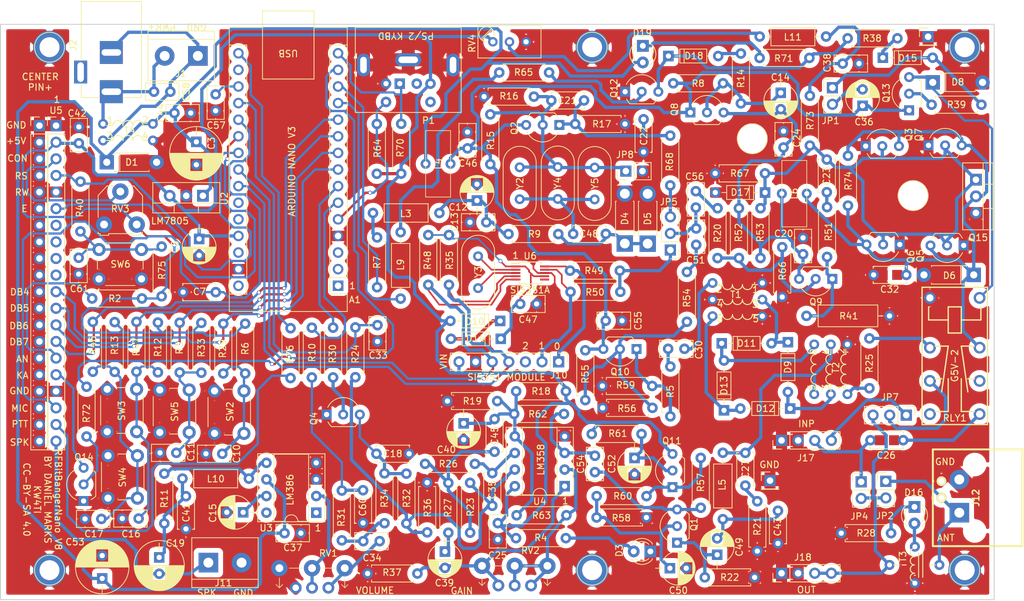
<source format=kicad_pcb>
(kicad_pcb (version 20211014) (generator pcbnew)
  (layers (0 "F.Cu" signal) (31 "B.Cu" signal) (34 "B.Paste" user) (35 "F.Paste" user) (36 "B.SilkS" user "B.Silkscreen") (37 "F.SilkS" user "F.Silkscreen") (38 "B.Mask" user) (39 "F.Mask" user) (44 "Edge.Cuts" user))
  (net 0 "")
  (net 1 "+5V")
  (net 2 "GND")
  (net 3 "RESET")
  (net 4 "+12V")
  (net 7 "Net-(C11-Pad2)")
  (net 8 "Net-(C12-Pad1)")
  (net 9 "Net-(C14-Pad1)")
  (net 10 "Net-(C15-Pad1)")
  (net 11 "Net-(C21-Pad2)")
  (net 12 "Net-(C23-Pad2)")
  (net 13 "Net-(C26-Pad1)")
  (net 14 "Net-(C26-Pad2)")
  (net 15 "Net-(C34-Pad1)")
  (net 16 "Net-(C34-Pad2)")
  (net 17 "Net-(D3-Pad2)")
  (net 18 "SCK")
  (net 19 "MOSI")
  (net 20 "TXD")
  (net 21 "RXD")
  (net 22 "TUNING")
  (net 23 "Net-(L3-Pad2)")
  (net 24 "TRANSMIT")
  (net 25 "Net-(Q4-Pad2)")
  (net 26 "MUTEAUDIO")
  (net 27 "BEEPOUT")
  (net 28 "Net-(RV1-Pad2)")
  (net 29 "AUDIO")
  (net 30 "Net-(C35-Pad1)")
  (net 31 "Net-(C36-Pad2)")
  (net 32 "Net-(D11-Pad1)")
  (net 33 "AUDIOFILT")
  (net 34 "Net-(C10-Pad2)")
  (net 35 "Net-(C17-Pad2)")
  (net 36 "MISO")
  (net 37 "Net-(R2-Pad1)")
  (net 38 "DB5")
  (net 39 "DB4")
  (net 40 "DB7")
  (net 41 "DB6")
  (net 42 "Net-(RV3-Pad2)")
  (net 43 "RS")
  (net 44 "E")
  (net 45 "Net-(C16-Pad2)")
  (net 47 "Net-(C45-Pad2)")
  (net 48 "SDA")
  (net 49 "SCL")
  (net 50 "Net-(C23-Pad1)")
  (net 51 "Net-(C47-Pad2)")
  (net 52 "Net-(D10-Pad1)")
  (net 53 "Net-(U6-Pad2)")
  (net 54 "Net-(U6-Pad3)")
  (net 55 "Net-(C27-Pad1)")
  (net 56 "Net-(C30-Pad2)")
  (net 57 "Net-(D11-Pad2)")
  (net 58 "Net-(D12-Pad1)")
  (net 59 "Net-(D12-Pad2)")
  (net 60 "Net-(R25-Pad2)")
  (net 61 "Net-(C30-Pad1)")
  (net 62 "Net-(D15-Pad2)")
  (net 63 "Net-(L9-Pad2)")
  (net 64 "Net-(C39-Pad1)")
  (net 65 "Net-(C40-Pad1)")
  (net 66 "Net-(J12-Pad1)")
  (net 67 "Net-(D16-Pad2)")
  (net 68 "Net-(D16-Pad1)")
  (net 69 "Net-(Q9-Pad2)")
  (net 70 "Net-(Q9-Pad1)")
  (net 71 "Net-(C48-Pad1)")
  (net 72 "Net-(C48-Pad2)")
  (net 73 "Net-(C14-Pad2)")
  (net 74 "XOSC")
  (net 75 "IF")
  (net 76 "Net-(C43-Pad1)")
  (net 77 "Net-(C49-Pad1)")
  (net 78 "Net-(C50-Pad1)")
  (net 79 "Net-(C51-Pad1)")
  (net 80 "Net-(C51-Pad2)")
  (net 81 "Net-(C52-Pad1)")
  (net 82 "Net-(A1-Pad18)")
  (net 84 "Net-(C56-Pad1)")
  (net 85 "TXRELAY")
  (net 86 "Net-(D15-Pad1)")
  (net 87 "Net-(D18-Pad1)")
  (net 88 "Net-(D18-Pad2)")
  (net 89 "PLLOSC")
  (net 90 "Net-(JP7-Pad2)")
  (net 91 "AMPOUT")
  (net 92 "Net-(Q10-Pad2)")
  (net 93 "Net-(Q10-Pad1)")
  (net 94 "Net-(Q11-Pad1)")
  (net 95 "Net-(Q12-Pad2)")
  (net 96 "Net-(Q13-Pad2)")
  (net 97 "RF")
  (net 98 "Net-(R63-Pad1)")
  (net 99 "PS2CLK")
  (net 100 "Net-(C21-Pad1)")
  (net 101 "Net-(D19-Pad1)")
  (net 102 "Net-(Q14-Pad2)")
  (net 103 "Net-(Q14-Pad3)")
  (net 104 "Net-(C38-Pad1)")
  (net 105 "Net-(L11-Pad2)")
  (net 106 "Net-(C58-Pad1)")
  (net 107 "Net-(C58-Pad2)")
  (net 108 "Net-(C19-Pad1)")
  (net 109 "Net-(L10-Pad1)")
  (net 110 "Net-(C36-Pad1)")
  (net 111 "Net-(C54-Pad1)")
  (net 112 "Net-(C39-Pad2)")
  (net 113 "Net-(C18-Pad1)")
  (net 114 "Net-(C60-Pad2)")
  (net 115 "MICPADDLE")
  (net 116 "SPKR")
  (net 117 "Net-(R76-Pad1)")
  (net 118 "Net-(J10-Pad1)")
  (net 119 "Net-(J10-Pad2)")
  (net 120 "Net-(C61-Pad2)")
  (net 121 "Net-(J18-Pad3)")
  (net 122 "Net-(J17-Pad4)")
  (net 126 "Net-(RLY1-Pad3)")
  (net 135 "Net-(C54-Pad2)")
  (footprint "Capacitors_THT:CP_Radial_D5.0mm_P2.50mm" (layer "F.Cu") (at 68.39 89.83 -90)
    (fp_text reference "C6")
    (fp_text value "100 uF")
  )
  (footprint "Capacitors_THT:C_Disc_D5.0mm_W2.5mm_P2.50mm" (layer "F.Cu") (at 69.43 122.69)
    (fp_text reference "C10")
    (fp_text value "100 nF")
  )
  (footprint "Capacitors_THT:C_Disc_D5.0mm_W2.5mm_P2.50mm" (layer "F.Cu") (at 62.4 122.55)
    (fp_text reference "C11")
    (fp_text value "100 nF")
  )
  (footprint "Capacitors_THT:CP_Radial_D5.0mm_P2.50mm" (layer "F.Cu") (at 110.89 83.96 90)
    (fp_text reference "C12")
    (fp_text value "10 uF")
  )
  (footprint "Capacitors_THT:C_Disc_D5.0mm_W2.5mm_P2.50mm" (layer "F.Cu") (at 112.32 87.28 180)
    (fp_text reference "C13")
    (fp_text value "100 nF")
  )
  (footprint "Capacitors_THT:CP_Radial_D5.0mm_P2.50mm" (layer "F.Cu") (at 75.12 131.65 180)
    (fp_text reference "C15")
    (fp_text value "10 uF")
  )
  (footprint "Capacitors_THT:C_Disc_D5.0mm_W2.5mm_P2.50mm" (layer "F.Cu") (at 56.63 132.6)
    (fp_text reference "C16")
    (fp_text value "100 nF")
  )
  (footprint "Capacitors_THT:C_Disc_D5.0mm_W2.5mm_P2.50mm" (layer "F.Cu") (at 50.93 132.66)
    (fp_text reference "C17")
    (fp_text value "100 nF")
  )
  (footprint "Capacitors_THT:CP_Radial_D7.5mm_P2.50mm" (layer "F.Cu") (at 62.28 138.55 -90)
    (fp_text reference "C19")
    (fp_text value "220 uF")
  )
  (footprint "Capacitors_THT:C_Disc_D5.0mm_W2.5mm_P2.50mm" (layer "F.Cu") (at 160.77 89.66 -90)
    (fp_text reference "C20")
    (fp_text value "100 nF")
  )
  (footprint "Capacitors_THT:C_Disc_D5.0mm_W2.5mm_P5.00mm" (layer "F.Cu") (at 127.265 68.645 180)
    (fp_text reference "C21")
    (fp_text value "100 pF")
  )
  (footprint "Capacitors_THT:C_Disc_D5.0mm_W2.5mm_P5.00mm" (layer "F.Cu") (at 136.37 71.53 -90)
    (fp_text reference "C22")
    (fp_text value "100 pF")
  )
  (footprint "Capacitors_THT:C_Disc_D5.0mm_W2.5mm_P2.50mm" (layer "F.Cu") (at 114.08 133.3 -90)
    (fp_text reference "C25")
    (fp_text value "100 nF")
  )
  (footprint "Capacitors_THT:C_Disc_D5.0mm_W2.5mm_P2.50mm" (layer "F.Cu") (at 95.67 103.02 -90)
    (fp_text reference "C33")
    (fp_text value "10 nF")
  )
  (footprint "Capacitors_THT:C_Disc_D5.0mm_W2.5mm_P2.50mm" (layer "F.Cu") (at 93.5 136.06)
    (fp_text reference "C34")
    (fp_text value "100 nF")
  )
  (footprint "Capacitors_THT:C_Disc_D5.0mm_W2.5mm_P5.00mm" (layer "F.Cu") (at 113.23 125.65 -90)
    (fp_text reference "C35")
    (fp_text value "330 pF")
  )
  (footprint "Diodes_THT:D_DO-41_SOD81_P7.62mm_Horizontal" (layer "F.Cu") (at 54.26 78.1)
    (fp_text reference "D1")
    (fp_text value "1N4007")
  )
  (footprint "LEDs:LED_D3.0mm" (layer "F.Cu") (at 137.41 137.63 180)
    (fp_text reference "D3")
    (fp_text value "LED")
  )
  (footprint "Diodes_THT:D_DO-41_SOD81_P7.62mm_Horizontal" (layer "F.Cu") (at 133.5 90.53 90)
    (fp_text reference "D4")
    (fp_text value "1N4007")
  )
  (footprint "Diodes_THT:D_DO-41_SOD81_P7.62mm_Horizontal" (layer "F.Cu") (at 137 90.55 90)
    (fp_text reference "D5")
    (fp_text value "1N4007")
  )
  (footprint "Connectors_Terminal_Blocks:TerminalBlock_bornier-2_P5.08mm" (layer "F.Cu") (at 68.195 61.835 180)
    (fp_text reference "J1")
    (fp_text value "POWER")
  )
  (footprint "Connectors:BARREL_JACK" (layer "F.Cu") (at 54.955 67.305 -90)
    (fp_text reference "J2")
    (fp_text value "Barrel_Jack")
  )
  (footprint "Connectors_Terminal_Blocks:TerminalBlock_bornier-2_P5.08mm" (layer "F.Cu") (at 69.8 139.35)
    (fp_text reference "J11")
    (fp_text value "SPEAKER")
  )
  (footprint "Inductors_THT:L_Axial_L6.6mm_D2.7mm_P10.16mm_Horizontal_Vishay_IM-2" (layer "F.Cu") (at 105.14 85.86 180)
    (fp_text reference "L3")
    (fp_text value "100 uH")
  )
  (footprint "Inductors_THT:L_Axial_L6.6mm_D2.7mm_P10.16mm_Horizontal_Vishay_IM-2" (layer "F.Cu") (at 99.21 98.96 90)
    (fp_text reference "L9")
    (fp_text value "100 uH")
  )
  (footprint "TO_SOT_Packages_THT:TO-92_Inline_Wide" (layer "F.Cu") (at 141.5 136.3 90)
    (fp_text reference "Q1")
    (fp_text value "2N3904")
  )
  (footprint "TO_SOT_Packages_THT:TO-92_Inline_Wide" (layer "F.Cu") (at 123.49 72.39 180)
    (fp_text reference "Q2")
    (fp_text value "2N3904")
  )
  (footprint "TO_SOT_Packages_THT:TO-92_Inline_Wide" (layer "F.Cu") (at 170.35 75.63)
    (fp_text reference "Q3")
    (fp_text value "2N7000")
  )
  (footprint "TO_SOT_Packages_THT:TO-92_Inline_Wide" (layer "F.Cu") (at 87.884 116.692)
    (fp_text reference "Q4")
    (fp_text value "2N3904")
  )
  (footprint "Buttons_Switches_THT:SW_PUSH_6mm" (layer "F.Cu") (at 75.245 113.075 -90)
    (fp_text reference "SW2")
    (fp_text value "SW_Push")
  )
  (footprint "Buttons_Switches_THT:SW_PUSH_6mm" (layer "F.Cu") (at 58.825 112.815 -90)
    (fp_text reference "SW3")
    (fp_text value "SW_Push")
  )
  (footprint "Buttons_Switches_THT:SW_PUSH_6mm" (layer "F.Cu") (at 58.945 122.985 -90)
    (fp_text reference "SW4")
    (fp_text value "SW_Push")
  )
  (footprint "Buttons_Switches_THT:SW_PUSH_6mm" (layer "F.Cu") (at 66.865 112.925 -90)
    (fp_text reference "SW5")
    (fp_text value "SW_Push")
  )
  (footprint "TO_SOT_Packages_THT:TO-220-3_Vertical" (layer "F.Cu") (at 68.96 83.225 180)
    (fp_text reference "U2")
    (fp_text value "LM7805_TO220")
  )
  (footprint "Crystals:Crystal_HC49-U_Vertical" (layer "F.Cu") (at 117.42 78.87 -90)
    (fp_text reference "Y2")
    (fp_text value "7.X MHz")
  )
  (footprint "Capacitors_THT:C_Disc_D5.0mm_W2.5mm_P2.50mm" (layer "F.Cu") (at 81.45 134.84)
    (fp_text reference "C37")
    (fp_text value "100 nF")
  )
  (footprint "Housings_DIP:DIP-8_W7.62mm_Socket" (layer "F.Cu") (at 86.3 131.7 180)
    (fp_text reference "U3")
    (fp_text value "LM386")
  )
  (footprint "Housings_DIP:DIP-8_W7.62mm_Socket" (layer "F.Cu") (at 124.3 127.65 180)
    (fp_text reference "U4")
    (fp_text value "LM358")
  )
  (footprint "TO_SOT_Packages_THT:TO-92_Inline_Wide" (layer "F.Cu") (at 185.34 90.83 180)
    (fp_text reference "Q5")
    (fp_text value "NC")
  )
  (footprint "TO_SOT_Packages_THT:TO-92_Inline_Wide" (layer "F.Cu") (at 175.56 90.68 180)
    (fp_text reference "Q6")
    (fp_text value "2N7000")
  )
  (footprint "TO_SOT_Packages_THT:TO-92_Inline_Wide" (layer "F.Cu") (at 179.96 75.52)
    (fp_text reference "Q7")
    (fp_text value "2N7000")
  )
  (footprint "Capacitors_THT:CP_Radial_D5.0mm_P2.50mm" (layer "F.Cu") (at 157.36 67.48 -90)
    (fp_text reference "C14")
    (fp_text value "2.2 uF")
  )
  (footprint "Potentiometers:Potentiometer_Triwood_RM-065" (layer "F.Cu") (at 53.84 87.625)
    (fp_text reference "RV3")
    (fp_text value "10k")
  )
  (footprint "Capacitors_THT:C_Disc_D5.0mm_W2.5mm_P2.50mm" (layer "F.Cu") (at 49.99 75.19 90)
    (fp_text reference "C42")
    (fp_text value "100 nF")
  )
  (footprint "Resistors_THT:R_Axial_DIN0207_L6.3mm_D2.5mm_P7.62mm_Horizontal" (layer "F.Cu") (at 52.02 98.94)
    (fp_text reference "R2")
    (fp_text value "100R")
  )
  (footprint "Resistors_THT:R_Axial_DIN0207_L6.3mm_D2.5mm_P7.62mm_Horizontal" (layer "F.Cu") (at 65.41 110.26 90)
    (fp_text reference "R3")
    (fp_text value "10k")
  )
  (footprint "Resistors_THT:R_Axial_DIN0207_L6.3mm_D2.5mm_P7.62mm_Horizontal" (layer "F.Cu") (at 116.86 135.6)
    (fp_text reference "R4")
    (fp_text value "1k")
  )
  (footprint "Resistors_THT:R_Axial_DIN0207_L6.3mm_D2.5mm_P7.62mm_Horizontal" (layer "F.Cu") (at 75.43 110.41 90)
    (fp_text reference "R6")
    (fp_text value "1k")
  )
  (footprint "Resistors_THT:R_Axial_DIN0207_L6.3mm_D2.5mm_P7.62mm_Horizontal" (layer "F.Cu") (at 95.61 89.6 -90)
    (fp_text reference "R7")
    (fp_text value "10k")
  )
  (footprint "Resistors_THT:R_Axial_DIN0207_L6.3mm_D2.5mm_P7.62mm_Horizontal" (layer "F.Cu") (at 148.53 66.02 180)
    (fp_text reference "R8")
    (fp_text value "470R")
  )
  (footprint "Resistors_THT:R_Axial_DIN0207_L6.3mm_D2.5mm_P7.62mm_Horizontal" (layer "F.Cu") (at 115.71 89.08)
    (fp_text reference "R9")
    (fp_text value "100k")
  )
  (footprint "Resistors_THT:R_Axial_DIN0207_L6.3mm_D2.5mm_P7.62mm_Horizontal" (layer "F.Cu") (at 63.06 133.35 90)
    (fp_text reference "R11")
    (fp_text value "47R")
  )
  (footprint "Resistors_THT:R_Axial_DIN0207_L6.3mm_D2.5mm_P7.62mm_Horizontal" (layer "F.Cu") (at 62.08 110.24 90)
    (fp_text reference "R12")
    (fp_text value "1k")
  )
  (footprint "Resistors_THT:R_Axial_DIN0207_L6.3mm_D2.5mm_P7.62mm_Horizontal" (layer "F.Cu") (at 55.47 110.17 90)
    (fp_text reference "R13")
    (fp_text value "1k")
  )
  (footprint "Resistors_THT:R_Axial_DIN0207_L6.3mm_D2.5mm_P7.62mm_Horizontal" (layer "F.Cu") (at 151.26 69.09 90)
    (fp_text reference "R14")
    (fp_text value "470R")
  )
  (footprint "Resistors_THT:R_Axial_DIN0207_L6.3mm_D2.5mm_P7.62mm_Horizontal" (layer "F.Cu") (at 112.93 78.4 90)
    (fp_text reference "R15")
    (fp_text value "47k")
  )
  (footprint "Resistors_THT:R_Axial_DIN0207_L6.3mm_D2.5mm_P7.62mm_Horizontal" (layer "F.Cu") (at 111.98 68.06)
    (fp_text reference "R16")
    (fp_text value "470k")
  )
  (footprint "Resistors_THT:R_Axial_DIN0207_L6.3mm_D2.5mm_P7.62mm_Horizontal" (layer "F.Cu") (at 133.53 72.25 180)
    (fp_text reference "R17")
    (fp_text value "470R")
  )
  (footprint "Resistors_THT:R_Axial_DIN0207_L6.3mm_D2.5mm_P7.62mm_Horizontal" (layer "F.Cu") (at 124.5 113.13 180)
    (fp_text reference "R18")
    (fp_text value "1k")
  )
  (footprint "Resistors_THT:R_Axial_DIN0207_L6.3mm_D2.5mm_P7.62mm_Horizontal" (layer "F.Cu") (at 113.99 114.63 180)
    (fp_text reference "R19")
    (fp_text value "470R")
  )
  (footprint "Resistors_THT:R_Axial_DIN0207_L6.3mm_D2.5mm_P7.62mm_Horizontal" (layer "F.Cu") (at 147.69 92.76 90)
    (fp_text reference "R20")
    (fp_text value "100R")
  )
  (footprint "Resistors_THT:R_Axial_DIN0207_L6.3mm_D2.5mm_P7.62mm_Horizontal" (layer "F.Cu") (at 153.77 137.58 90)
    (fp_text reference "R21")
    (fp_text value "51R")
  )
  (footprint "Resistors_THT:R_Axial_DIN0207_L6.3mm_D2.5mm_P7.62mm_Horizontal" (layer "F.Cu") (at 109.84 127.14 -90)
    (fp_text reference "R23")
    (fp_text value "220k")
  )
  (footprint "Resistors_THT:R_Axial_DIN0207_L6.3mm_D2.5mm_P7.62mm_Horizontal" (layer "F.Cu") (at 110.57 124.24 180)
    (fp_text reference "R26")
    (fp_text value "1k")
  )
  (footprint "Resistors_THT:R_Axial_DIN0207_L6.3mm_D2.5mm_P7.62mm_Horizontal" (layer "F.Cu") (at 106.51 127.15 -90)
    (fp_text reference "R27")
    (fp_text value "1k")
  )
  (footprint "Resistors_THT:R_Axial_DIN0207_L6.3mm_D2.5mm_P7.62mm_Horizontal" (layer "F.Cu") (at 72.08 110.41 90)
    (fp_text reference "R29")
    (fp_text value "10k")
  )
  (footprint "Resistors_THT:R_Axial_DIN0207_L6.3mm_D2.5mm_P7.62mm_Horizontal" (layer "F.Cu") (at 88.88 111.02 90)
    (fp_text reference "R30")
    (fp_text value "10k")
  )
  (footprint "Resistors_THT:R_Axial_DIN0207_L6.3mm_D2.5mm_P7.62mm_Horizontal" (layer "F.Cu") (at 90.22 128.32 -90)
    (fp_text reference "R31")
    (fp_text value "100k")
  )
  (footprint "Resistors_THT:R_Axial_DIN0207_L6.3mm_D2.5mm_P7.62mm_Horizontal" (layer "F.Cu") (at 100.09 133.35 90)
    (fp_text reference "R32")
    (fp_text value "100k")
  )
  (footprint "Resistors_THT:R_Axial_DIN0207_L6.3mm_D2.5mm_P7.62mm_Horizontal" (layer "F.Cu") (at 68.73 110.29 90)
    (fp_text reference "R33")
    (fp_text value "1k")
  )
  (footprint "Resistors_THT:R_Axial_DIN0207_L6.3mm_D2.5mm_P7.62mm_Horizontal" (layer "F.Cu") (at 96.74 125.69 -90)
    (fp_text reference "R34")
    (fp_text value "100k")
  )
  (footprint "Resistors_THT:R_Axial_DIN0207_L6.3mm_D2.5mm_P7.62mm_Horizontal" (layer "F.Cu") (at 103.27 127.1 -90)
    (fp_text reference "R36")
    (fp_text value "1k")
  )
  (footprint "Resistors_THT:R_Axial_DIN0207_L6.3mm_D2.5mm_P7.62mm_Horizontal" (layer "F.Cu") (at 94.16 141.01)
    (fp_text reference "R37")
    (fp_text value "1k")
  )
  (footprint "Resistors_THT:R_Axial_DIN0207_L6.3mm_D2.5mm_P7.62mm_Horizontal" (layer "F.Cu") (at 52.13 110.14 90)
    (fp_text reference "R46")
    (fp_text value "10k")
  )
  (footprint "Resistors_THT:R_Axial_DIN0207_L6.3mm_D2.5mm_P7.62mm_Horizontal" (layer "F.Cu") (at 58.8 110.13 90)
    (fp_text reference "R47")
    (fp_text value "10k")
  )
  (footprint "Resistors_THT:R_Axial_DIN0207_L6.3mm_D2.5mm_P7.62mm_Horizontal" (layer "F.Cu") (at 92.29 103.36 -90)
    (fp_text reference "R24")
    (fp_text value "10k")
  )
  (footprint "Capacitors_THT:C_Disc_D5.0mm_W2.5mm_P2.50mm" (layer "F.Cu") (at 67.11 70.57 180)
    (fp_text reference "C44")
    (fp_text value "100 nF")
  )
  (footprint "Pin_Headers:Pin_Header_Straight_1x02_Pitch2.54mm" (layer "F.Cu") (at 169.66 126.99)
    (fp_text reference "JP4")
    (fp_text value "BYPASS")
  )
  (footprint "Capacitors_THT:C_Disc_D5.0mm_W2.5mm_P2.50mm" (layer "F.Cu") (at 120.01 99.77 180)
    (fp_text reference "C47")
    (fp_text value "100 nF")
  )
  (footprint "Diodes_THT:D_DO-35_SOD27_P7.62mm_Horizontal" (layer "F.Cu") (at 114.44 102.37 180)
    (fp_text reference "D10")
    (fp_text value "1N4148")
  )
  (footprint "Diodes_THT:D_DO-35_SOD27_P7.62mm_Horizontal" (layer "F.Cu") (at 114.53 105.11 180)
    (fp_text reference "D14")
    (fp_text value "1N4148")
  )
  (footprint "Pin_Headers:Pin_Header_Straight_1x03_Pitch2.54mm" (layer "F.Cu") (at 140.475 91.525 180)
    (fp_text reference "JP5")
    (fp_text value "JREF1")
  )
  (footprint "Resistors_THT:R_Axial_DIN0207_L6.3mm_D2.5mm_P7.62mm_Horizontal" (layer "F.Cu") (at 106.6 96.85 90)
    (fp_text reference "R35")
    (fp_text value "10k")
  )
  (footprint "Resistors_THT:R_Axial_DIN0207_L6.3mm_D2.5mm_P7.62mm_Horizontal" (layer "F.Cu") (at 103.44 96.85 90)
    (fp_text reference "R48")
    (fp_text value "10k")
  )
  (footprint "Resistors_THT:R_Axial_DIN0207_L6.3mm_D2.5mm_P7.62mm_Horizontal" (layer "F.Cu") (at 125.12 94.68)
    (fp_text reference "R49")
    (fp_text value "47R")
  )
  (footprint "Resistors_THT:R_Axial_DIN0207_L6.3mm_D2.5mm_P7.62mm_Horizontal" (layer "F.Cu") (at 125.2 97.92)
    (fp_text reference "R50")
    (fp_text value "47R")
  )
  (footprint "Housings_SSOP:MSOP-10_3x3mm_Pitch0.5mm" (layer "F.Cu") (at 119.03 95.04)
    (fp_text reference "U6")
    (fp_text value "SI5351A")
  )
  (footprint "Crystals:Crystal_HC49-U_Vertical" (layer "F.Cu") (at 111.06 92.48 -90)
    (fp_text reference "Y3")
    (fp_text value "27 MHz")
  )
  (footprint "RFBitBangerNano:bnc_90_1-1337543-0_pad_combo" (layer "F.Cu") (at 194.325 129.425 90)
    (fp_text reference "J12")
    (fp_text value "Conn_Coaxial" hide)
  )
  (footprint "RFBitBangerNano:G2VRelay" (layer "F.Cu") (at 183.975 101.225 -90)
    (fp_text reference "RLY1")
    (fp_text value "DPDTRelay")
  )
  (footprint "Capacitors_THT:C_Disc_D5.0mm_W2.5mm_P2.50mm" (layer "F.Cu") (at 140.13 106.64)
    (fp_text reference "C30")
    (fp_text value "10 nF")
  )
  (footprint "Diodes_THT:D_DO-35_SOD27_P7.62mm_Horizontal" (layer "F.Cu") (at 158.45 105.625 -90)
    (fp_text reference "D9")
    (fp_text value "1N4148")
  )
  (footprint "Diodes_THT:D_DO-35_SOD27_P7.62mm_Horizontal" (layer "F.Cu") (at 148.325 105.8)
    (fp_text reference "D11")
    (fp_text value "1N4148")
  )
  (footprint "Diodes_THT:D_DO-35_SOD27_P7.62mm_Horizontal" (layer "F.Cu") (at 158.8 115.775 180)
    (fp_text reference "D12")
    (fp_text value "1N4148")
  )
  (footprint "Diodes_THT:D_DO-35_SOD27_P7.62mm_Horizontal" (layer "F.Cu") (at 148.675 116.05 90)
    (fp_text reference "D13")
    (fp_text value "1N4148")
  )
  (footprint "Resistors_THT:R_Axial_DIN0207_L6.3mm_D2.5mm_P7.62mm_Horizontal" (layer "F.Cu") (at 140.47 109.35 -90)
    (fp_text reference "R5")
    (fp_text value "51R")
  )
  (footprint "Resistors_THT:R_Axial_DIN0207_L6.3mm_D2.5mm_P7.62mm_Horizontal" (layer "F.Cu") (at 145.74 141.6)
    (fp_text reference "R22")
    (fp_text value "1k")
  )
  (footprint "Resistors_THT:R_Axial_DIN0207_L6.3mm_D2.5mm_P7.62mm_Horizontal" (layer "F.Cu") (at 170.92 105.05 -90)
    (fp_text reference "R25")
    (fp_text value "51R")
  )
  (footprint "Capacitors_THT:CP_Radial_D5.0mm_P2.50mm" (layer "F.Cu") (at 169.875 69.455 90)
    (fp_text reference "C36")
    (fp_text value "4.7 uF")
  )
  (footprint "TO_SOT_Packages_THT:TO-92_Inline_Wide" (layer "F.Cu") (at 143.53 70.49)
    (fp_text reference "Q8")
    (fp_text value "SS8550")
  )
  (footprint "Resistors_THT:R_Axial_DIN0207_L6.3mm_D2.5mm_P7.62mm_Horizontal" (layer "F.Cu") (at 167.585 59.145)
    (fp_text reference "R38")
    (fp_text value "33R")
  )
  (footprint "Resistors_THT:R_Axial_DIN0207_L6.3mm_D2.5mm_P7.62mm_Horizontal" (layer "F.Cu") (at 180.435 69.295)
    (fp_text reference "R39")
    (fp_text value "22k")
  )
  (footprint "Pin_Headers:Pin_Header_Straight_1x02_Pitch2.54mm" (layer "F.Cu") (at 165.265 66.695)
    (fp_text reference "JP1")
    (fp_text value "QSK")
  )
  (footprint "Capacitors_THT:CP_Radial_D5.0mm_P2.50mm" (layer "F.Cu") (at 105.99 137.65 -90)
    (fp_text reference "C39")
    (fp_text value "1 uF")
  )
  (footprint "Capacitors_THT:CP_Radial_D5.0mm_P2.50mm" (layer "F.Cu") (at 108.85 118.04 -90)
    (fp_text reference "C40")
    (fp_text value "100 uF")
  )
  (footprint "Pin_Headers:Pin_Header_Straight_1x02_Pitch2.54mm" (layer "F.Cu") (at 173.43 126.91)
    (fp_text reference "JP2")
    (fp_text value "Sample")
  )
  (footprint "RFBitBangerNano:SamplingTransformer" (layer "F.Cu") (at 177.81 139.7 90)
    (fp_text reference "T3")
    (fp_text value "Current")
  )
  (footprint "LEDs:LED_D3.0mm" (layer "F.Cu") (at 177.81 130.82 -90)
    (fp_text reference "D16")
    (fp_text value "LED")
  )
  (footprint "Resistors_THT:R_Axial_DIN0207_L6.3mm_D2.5mm_P7.62mm_Horizontal" (layer "F.Cu") (at 174.23 134.84 180)
    (fp_text reference "R28")
    (fp_text value "47R")
  )
  (footprint "Diodes_THT:D_DO-35_SOD27_P7.62mm_Horizontal" (layer "F.Cu") (at 154.96 82.73 180)
    (fp_text reference "D17")
    (fp_text value "1N4148")
  )
  (footprint "TO_SOT_Packages_THT:TO-92_Inline_Wide" (layer "F.Cu") (at 165.24 95.94 180)
    (fp_text reference "Q9")
    (fp_text value "2N7000")
  )
  (footprint "Capacitors_THT:C_Disc_D5.0mm_W2.5mm_P2.50mm" (layer "F.Cu") (at 109.44 73.48 -90)
    (fp_text reference "C46")
    (fp_text value "100 nF")
  )
  (footprint "Resistors_THT:R_Axial_DIN0207_L6.3mm_D2.5mm_P7.62mm_Horizontal" (layer "F.Cu") (at 164.44 92.58 90)
    (fp_text reference "R51")
    (fp_text value "0R")
  )
  (footprint "Resistors_THT:R_Axial_DIN0207_L6.3mm_D2.5mm_P7.62mm_Horizontal" (layer "F.Cu") (at 150.96 85.13 -90)
    (fp_text reference "R52")
    (fp_text value "47k")
  )
  (footprint "Capacitors_THT:C_Disc_D5.0mm_W2.5mm_P2.50mm" (layer "F.Cu") (at 157.78 73.34 -90)
    (fp_text reference "C24")
    (fp_text value "100 nF")
  )
  (footprint "Resistors_THT:R_Axial_DIN0207_L6.3mm_D2.5mm_P7.62mm_Horizontal" (layer "F.Cu") (at 154.26 85.13 -90)
    (fp_text reference "R53")
    (fp_text value "NC")
  )
  (footprint "Capacitors_THT:CP_Radial_D5.0mm_P2.50mm" (layer "F.Cu") (at 147.63 138.14 90)
    (fp_text reference "C49")
    (fp_text value "22 uF")
  )
  (footprint "Capacitors_THT:CP_Radial_D5.0mm_P2.50mm" (layer "F.Cu") (at 140.4 140.2)
    (fp_text reference "C50")
    (fp_text value "10 uF")
  )
  (footprint "Capacitors_THT:C_Disc_D5.0mm_W2.5mm_P2.50mm" (layer "F.Cu") (at 144.42 88.23 -90)
    (fp_text reference "C51")
    (fp_text value "100 nF")
  )
  (footprint "Capacitors_THT:CP_Radial_D5.0mm_P2.50mm" (layer "F.Cu") (at 134.99 123.33 -90)
    (fp_text reference "C52")
    (fp_text value "10 uF")
  )
  (footprint "Capacitors_THT:C_Disc_D5.0mm_W2.5mm_P2.50mm" (layer "F.Cu") (at 128.93 125.5 90)
    (fp_text reference "C54")
    (fp_text value "100 nF")
  )
  (footprint "Capacitors_THT:C_Disc_D5.0mm_W2.5mm_P2.50mm" (layer "F.Cu") (at 133.08 102.34 180)
    (fp_text reference "C55")
    (fp_text value "100 nF")
  )
  (footprint "Capacitors_THT:C_Disc_D5.0mm_W2.5mm_P2.50mm" (layer "F.Cu") (at 144.37 82.53 -90)
    (fp_text reference "C56")
    (fp_text value "100 nF")
  )
  (footprint "Pin_Headers:Pin_Header_Straight_1x03_Pitch2.54mm" (layer "F.Cu") (at 176.56 116.78 -90)
    (fp_text reference "JP7")
    (fp_text value "JVAL1")
  )
  (footprint "Inductors_THT:L_Axial_L6.6mm_D2.7mm_P10.16mm_Horizontal_Vishay_IM-2" (layer "F.Cu") (at 148.5 122.54 -90)
    (fp_text reference "L5")
    (fp_text value "100 uH")
  )
  (footprint "TO_SOT_Packages_THT:TO-92_Inline_Wide" (layer "F.Cu") (at 135.3 106.675 180)
    (fp_text reference "Q10")
    (fp_text value "2N3904")
  )
  (footprint "TO_SOT_Packages_THT:TO-92_Inline_Wide" (layer "F.Cu") (at 140.8 127.8 90)
    (fp_text reference "Q11")
    (fp_text value "2N3904")
  )
  (footprint "TO_SOT_Packages_THT:TO-92_Inline_Wide" (layer "F.Cu") (at 133.55 67.31)
    (fp_text reference "Q12")
    (fp_text value "2N3904")
  )
  (footprint "TO_SOT_Packages_THT:TO-92_Inline_Wide" (layer "F.Cu") (at 176.995 70.155 90)
    (fp_text reference "Q13")
    (fp_text value "SS8550")
  )
  (footprint "Resistors_THT:R_Axial_DIN0207_L6.3mm_D2.5mm_P7.62mm_Horizontal" (layer "F.Cu") (at 143 102.5 90)
    (fp_text reference "R54")
    (fp_text value "1k")
  )
  (footprint "Resistors_THT:R_Axial_DIN0207_L6.3mm_D2.5mm_P7.62mm_Horizontal" (layer "F.Cu") (at 127.46 106.87 -90)
    (fp_text reference "R55")
    (fp_text value "100k")
  )
  (footprint "Resistors_THT:R_Axial_DIN0207_L6.3mm_D2.5mm_P7.62mm_Horizontal" (layer "F.Cu") (at 137.73 115.67 180)
    (fp_text reference "R56")
    (fp_text value "NC")
  )
  (footprint "Resistors_THT:R_Axial_DIN0207_L6.3mm_D2.5mm_P7.62mm_Horizontal" (layer "F.Cu") (at 145.12 123.33 -90)
    (fp_text reference "R57")
    (fp_text value "3k3")
  )
  (footprint "Resistors_THT:R_Axial_DIN0207_L6.3mm_D2.5mm_P7.62mm_Horizontal" (layer "F.Cu") (at 129.19 132.44)
    (fp_text reference "R58")
    (fp_text value "10k")
  )
  (footprint "Resistors_THT:R_Axial_DIN0207_L6.3mm_D2.5mm_P7.62mm_Horizontal" (layer "F.Cu") (at 130.07 112.32)
    (fp_text reference "R59")
    (fp_text value "1k")
  )
  (footprint "Resistors_THT:R_Axial_DIN0207_L6.3mm_D2.5mm_P7.62mm_Horizontal" (layer "F.Cu") (at 136.82 129.17 180)
    (fp_text reference "R60")
    (fp_text value "22k")
  )
  (footprint "Resistors_THT:R_Axial_DIN0207_L6.3mm_D2.5mm_P7.62mm_Horizontal" (layer "F.Cu") (at 128.44 119.67)
    (fp_text reference "R61")
    (fp_text value "100k")
  )
  (footprint "Resistors_THT:R_Axial_DIN0207_L6.3mm_D2.5mm_P7.62mm_Horizontal" (layer "F.Cu") (at 116.575 116.6)
    (fp_text reference "R62")
    (fp_text value "10k")
  )
  (footprint "Resistors_THT:R_Axial_DIN0207_L6.3mm_D2.5mm_P7.62mm_Horizontal" (layer "F.Cu") (at 124.57 132.1 180)
    (fp_text reference "R63")
    (fp_text value "100R")
  )
  (footprint "Resistors_THT:R_Axial_DIN0207_L6.3mm_D2.5mm_P7.62mm_Horizontal" (layer "F.Cu") (at 121.92 64.37 180)
    (fp_text reference "R65")
    (fp_text value "1k")
  )
  (footprint "Resistors_THT:R_Axial_DIN0207_L6.3mm_D2.5mm_P7.62mm_Horizontal" (layer "F.Cu") (at 157.58 91.09 -90)
    (fp_text reference "R66")
    (fp_text value "470k")
  )
  (footprint "Resistors_THT:R_Axial_DIN0207_L6.3mm_D2.5mm_P7.62mm_Horizontal" (layer "F.Cu") (at 147.33 79.8)
    (fp_text reference "R67")
    (fp_text value "NC")
  )
  (footprint "Resistors_THT:R_Axial_DIN0207_L6.3mm_D2.5mm_P7.62mm_Horizontal" (layer "F.Cu") (at 140.455 81.645 90)
    (fp_text reference "R68")
    (fp_text value "1k")
  )
  (footprint "Crystals:Crystal_HC49-U_Vertical" (layer "F.Cu") (at 123.25 78.83 -90)
    (fp_text reference "Y4")
    (fp_text value "7.X MHz")
  )
  (footprint "RFBitBangerNano:Connector_Mini-DIN_Female_6Pin_2rows" (layer "F.Cu") (at 99.075 66.075 180)
    (fp_text reference "P1")
    (fp_text value "Mini-DIN_6pins_ver4")
  )
  (footprint "Resistors_THT:R_Axial_DIN0207_L6.3mm_D2.5mm_P7.62mm_Horizontal" (layer "F.Cu") (at 95.57 72.24 -90)
    (fp_text reference "R64")
    (fp_text value "10k")
  )
  (footprint "Resistors_THT:R_Axial_DIN0207_L6.3mm_D2.5mm_P7.62mm_Horizontal" (layer "F.Cu") (at 99.3 79.84 90)
    (fp_text reference "R70")
    (fp_text value "10k")
  )
  (footprint "Capacitors_THT:C_Disc_D5.0mm_W2.5mm_P5.00mm" (layer "F.Cu") (at 156.93 131.41 -90)
    (fp_text reference "C43")
    (fp_text value "NC")
  )
  (footprint "Connectors:1pin" (layer "F.Cu") (at 153 74.5)
    (fp_text reference "J8" hide)
    (fp_text value "Conn_01x01")
  )
  (footprint "Connectors:1pin" (layer "F.Cu") (at 177.6 83.2)
    (fp_text reference "J13" hide)
    (fp_text value "Conn_01x01")
  )
  (footprint "LEDs:LED_D3.0mm" (layer "F.Cu") (at 136.26 60.29 -90)
    (fp_text reference "D19")
    (fp_text value "LED")
  )
  (footprint "Resistors_THT:R_Axial_DIN0207_L6.3mm_D2.5mm_P7.62mm_Horizontal" (layer "F.Cu") (at 161.74 62.14 180)
    (fp_text reference "R71")
    (fp_text value "1k")
  )
  (footprint "RFBitBangerNano:C_Disc_D5.0mm_W2.5mm_P5.00mm_Dual" (layer "F.Cu") (at 176.56 95.33 180)
    (fp_text reference "C32")
    (fp_text value "33 pF")
  )
  (footprint "TO_SOT_Packages_THT:TO-92_Inline_Wide" (layer "F.Cu") (at 50.72 129.92 90)
    (fp_text reference "Q14")
    (fp_text value "2N3904")
  )
  (footprint "Resistors_THT:R_Axial_DIN0207_L6.3mm_D2.5mm_P7.62mm_Horizontal" (layer "F.Cu") (at 51.165 120.055 90)
    (fp_text reference "R72")
    (fp_text value "10k")
  )
  (footprint "Capacitors_THT:C_Disc_D5.0mm_W2.5mm_P2.50mm" (layer "F.Cu") (at 166.835 63.005)
    (fp_text reference "C38")
    (fp_text value "100 nF")
  )
  (footprint "Resistors_THT:R_Axial_DIN0207_L6.3mm_D2.5mm_P7.62mm_Horizontal" (layer "F.Cu") (at 161.81 67.93 -90)
    (fp_text reference "R73")
    (fp_text value "10k")
  )
  (footprint "Potentiometers:Potentiometer_Trimmer_Bourns_3296W" (layer "F.Cu") (at 113.32 59.68 180)
    (fp_text reference "RV4")
    (fp_text value "2k")
  )
  (footprint "Resistors_THT:R_Axial_DIN0207_L6.3mm_D2.5mm_P7.62mm_Horizontal" (layer "F.Cu") (at 167.64 77.11 -90)
    (fp_text reference "R74")
    (fp_text value "0R")
  )
  (footprint "Inductors_THT:L_Axial_L6.6mm_D2.7mm_P10.16mm_Horizontal_Vishay_IM-2" (layer "F.Cu") (at 164.29 58.87 180)
    (fp_text reference "L11")
    (fp_text value "100 uH")
  )
  (footprint "Connectors:1pin" (layer "F.Cu") (at 45.5 60.5)
    (fp_text reference "J3" hide)
    (fp_text value "Conn_01x01")
  )
  (footprint "Connectors:1pin" (layer "F.Cu") (at 185.5 60.5)
    (fp_text reference "J4" hide)
    (fp_text value "Conn_01x01")
  )
  (footprint "Connectors:1pin" (layer "F.Cu") (at 185.5 140.5)
    (fp_text reference "J6" hide)
    (fp_text value "Conn_01x01")
  )
  (footprint "Connectors:1pin" (layer "F.Cu") (at 45.5 140.5)
    (fp_text reference "J7" hide)
    (fp_text value "Conn_01x01")
  )
  (footprint "Capacitors_THT:C_Disc_D5.0mm_W2.5mm_P5.00mm" (layer "F.Cu") (at 66.37 129.19 -90)
    (fp_text reference "C41")
    (fp_text value "100 nF")
  )
  (footprint "Capacitors_THT:C_Disc_D5.0mm_W2.5mm_P2.50mm" (layer "F.Cu") (at 63.985 67.305 180)
    (fp_text reference "C58")
    (fp_text value "100 nF")
  )
  (footprint "RFBitBangerNano:DoubleWindingTransformer" (layer "F.Cu") (at 57.5 73.5)
    (fp_text reference "T4")
    (fp_text value "Common-Mode Choke")
  )
  (footprint "Crystals:Crystal_HC49-U_Vertical" (layer "F.Cu") (at 128.89 78.91 -90)
    (fp_text reference "Y5")
    (fp_text value "7.X MHz")
  )
  (footprint "Capacitors_THT:C_Disc_D5.0mm_W2.5mm_P5.00mm" (layer "F.Cu") (at 151.94 127.56 90)
    (fp_text reference "C27")
    (fp_text value "100 nF")
  )
  (footprint "Diodes_THT:D_DO-41_SOD81_P7.62mm_Horizontal" (layer "F.Cu") (at 186.88 95.33 180)
    (fp_text reference "D6")
    (fp_text value "D_Zener")
  )
  (footprint "Resistors_THT:R_Axial_DIN0207_L6.3mm_D2.5mm_P7.62mm_Horizontal" (layer "F.Cu") (at 82.37 111.11 90)
    (fp_text reference "R76")
    (fp_text value "1k")
  )
  (footprint "Resistors_THT:R_Axial_DIN0309_L9.0mm_D3.2mm_P12.70mm_Horizontal" (layer "F.Cu") (at 173.99 101.6 180)
    (fp_text reference "R41")
    (fp_text value "150R")
  )
  (footprint "Capacitors_THT:C_Disc_D5.0mm_W2.5mm_P5.00mm" (layer "F.Cu") (at 65.93 97.97)
    (fp_text reference "C7")
    (fp_text value "1 nF")
  )
  (footprint "Inductors_THT:L_Axial_L6.6mm_D2.7mm_P10.16mm_Horizontal_Vishay_IM-2" (layer "F.Cu") (at 76 126.49 180)
    (fp_text reference "L10")
    (fp_text value "100 uH")
  )
  (footprint "Pin_Headers:Pin_Header_Straight_1x01_Pitch2.54mm" (layer "F.Cu") (at 155.71 126.8)
    (fp_text reference "J15" hide)
    (fp_text value "Conn_01x01")
  )
  (footprint "Pin_Headers:Pin_Header_Straight_1x01_Pitch2.54mm" (layer "F.Cu") (at 179.9 58.9)
    (fp_text reference "J16" hide)
    (fp_text value "Conn_01x01")
  )
  (footprint "Capacitors_THT:CP_Radial_D8.0mm_P3.50mm" (layer "F.Cu") (at 67.96 74.98 -90)
    (fp_text reference "C3")
    (fp_text value "1000 uF")
  )
  (footprint "RFBitBangerNano:SmallVerticalToroid" (layer "F.Cu") (at 104.94 78.34 90)
    (fp_text reference "L4")
    (fp_text value "100 uH")
  )
  (footprint "RFBitBangerNano:SmallVerticalToroid" (layer "F.Cu") (at 159.43 82.9 90)
    (fp_text reference "L6")
    (fp_text value "22 uH")
  )
  (footprint "RFBitBangerNano:TripleWindingTransformerRef" (layer "F.Cu") (at 150.735 99.105 180)
    (fp_text reference "T1")
    (fp_text value "Trifilar")
  )
  (footprint "RFBitBangerNano:TripleWindingTransformerRef" (layer "F.Cu") (at 165.02 109.77 90)
    (fp_text reference "T2")
    (fp_text value "Trifilar")
  )
  (footprint "TO_SOT_Packages_THT:TO-220-3_Vertical" (layer "F.Cu") (at 187.21 80.77 -90)
    (fp_text reference "Q15")
    (fp_text value "NC")
  )
  (footprint "Capacitors_THT:C_Disc_D5.0mm_W2.5mm_P2.50mm" (layer "F.Cu") (at 70.91 67.72 -90)
    (fp_text reference "C57")
    (fp_text value "100 nF")
  )
  (footprint "Capacitors_THT:C_Disc_D5.0mm_W2.5mm_P5.00mm" (layer "F.Cu") (at 113.58 117.38 -90)
    (fp_text reference "C45")
    (fp_text value "330 nF")
  )
  (footprint "Capacitors_THT:C_Disc_D5.0mm_W2.5mm_P5.00mm" (layer "F.Cu") (at 95.51 122.69)
    (fp_text reference "C18")
    (fp_text value "NC")
  )
  (footprint "Capacitors_THT:C_Disc_D5.0mm_W2.5mm_P5.00mm" (layer "F.Cu") (at 93.46 133.27 90)
    (fp_text reference "C60")
    (fp_text value "NC")
  )
  (footprint "Resistors_THT:R_Axial_DIN0207_L6.3mm_D2.5mm_P7.62mm_Horizontal" (layer "F.Cu") (at 85.63 103.4 -90)
    (fp_text reference "R10")
    (fp_text value "100k")
  )
  (footprint "Pin_Headers:Pin_Header_Straight_1x02_Pitch2.54mm" (layer "F.Cu") (at 133.66 79.45 90)
    (fp_text reference "JP8")
    (fp_text value "Shutdown")
  )
  (footprint "Connectors:1pin" (layer "F.Cu") (at 128.5 60.5)
    (fp_text reference "J20" hide)
    (fp_text value "Conn_01x01")
  )
  (footprint "Connectors:1pin" (layer "F.Cu") (at 128.5 140.5)
    (fp_text reference "J21" hide)
    (fp_text value "Conn_01x01")
  )
  (footprint "Diodes_THT:D_DO-35_SOD27_P7.62mm_Horizontal" (layer "F.Cu") (at 172.975 62.105)
    (fp_text reference "D15")
    (fp_text value "1N4148")
  )
  (footprint "Diodes_THT:D_DO-35_SOD27_P7.62mm_Horizontal" (layer "F.Cu") (at 140.17 61.85)
    (fp_text reference "D18")
    (fp_text value "1N4148")
  )
  (footprint "RFBitBangerNano:Potentiometer_Big_Small_Combined" (layer "F.Cu") (at 85.66 143.19)
    (fp_text reference "RV1")
    (fp_text value "10k")
  )
  (footprint "RFBitBangerNano:Potentiometer_Big_Small_Combined" (layer "F.Cu") (at 116.66 142.84)
    (fp_text reference "RV2")
    (fp_text value "10k")
  )
  (footprint "Pin_Headers:Pin_Header_Straight_1x20_Pitch2.54mm" (layer "F.Cu") (at 46.5 72.5)
    (fp_text reference "U5")
    (fp_text value "LCD1602ExtraPins")
  )
  (footprint "Capacitors_THT:C_Disc_D5.0mm_W2.5mm_P5.00mm" (layer "F.Cu") (at 125.6 89.06)
    (fp_text reference "C48")
    (fp_text value "100 pF")
  )
  (footprint "Diodes_THT:D_DO-41_SOD81_P7.62mm_Horizontal" (layer "F.Cu") (at 180.605 65.885)
    (fp_text reference "D8")
    (fp_text value "1N4001")
  )
  (footprint "Pin_Headers:Pin_Header_Straight_1x07_Pitch2.54mm" (layer "F.Cu") (at 123.38 108.63 -90)
    (fp_text reference "J10")
    (fp_text value "si5351mod")
  )
  (footprint "Capacitors_THT:C_Disc_D5.0mm_W2.5mm_P2.50mm" (layer "F.Cu") (at 49.96 95.21 90)
    (fp_text reference "C61")
    (fp_text value "100 nF")
  )
  (footprint "Resistors_THT:R_Axial_DIN0207_L6.3mm_D2.5mm_P7.62mm_Horizontal" (layer "F.Cu") (at 50.23 88.68 90)
    (fp_text reference "R40")
    (fp_text value "10k")
  )
  (footprint "Resistors_THT:R_Axial_DIN0207_L6.3mm_D2.5mm_P7.62mm_Horizontal" (layer "F.Cu") (at 62.65 90.99 -90)
    (fp_text reference "R75")
    (fp_text value "1k")
  )
  (footprint "Buttons_Switches_THT:SW_PUSH_6mm" (layer "F.Cu") (at 53.07 91.45)
    (fp_text reference "SW6")
    (fp_text value "SW_Push")
  )
  (footprint "Capacitors_THT:CP_Radial_D8.0mm_P3.50mm" (layer "F.Cu") (at 53.56 141.77 90)
    (fp_text reference "C53")
    (fp_text value "1000 uF")
  )
  (footprint "Pin_Headers:Pin_Header_Straight_1x20_Pitch2.54mm" (layer "F.Cu") (at 43.96 72.5)
    (fp_text reference "J19" hide)
    (fp_text value "Conn_01x20")
  )
  (footprint "Pin_Headers:Pin_Header_Straight_1x04_Pitch2.54mm" (layer "F.Cu") (at 157.48 120.65 90)
    (fp_text reference "J17")
    (fp_text value "Filt1")
  )
  (footprint "Pin_Headers:Pin_Header_Straight_1x04_Pitch2.54mm" (layer "F.Cu") (at 157.48 140.97 90)
    (fp_text reference "J18")
    (fp_text value "Filt2")
  )
  (footprint "RFBitBangerNano:C_Disc_D5.0mm_W2.5mm_P5.00mm_Dual" (layer "F.Cu") (at 176.08 120.62 180)
    (fp_text reference "C26")
    (fp_text value "10 nF")
  )
  (footprint "Capacitors_THT:C_Disc_D5.0mm_W2.5mm_P5.00mm" (layer "F.Cu") (at 164.4 82.68 90)
    (fp_text reference "C23")
    (fp_text value "10 nF")
  )
  (footprint "Module:Arduino_Nano" (layer "F.Cu") (at 89.64 96.99 180)
    (fp_text reference "A1")
    (fp_text value "Arduino_Nano_v3.x")
  )
  (gr_line (start 190 145) (end 38 145) (layer "Edge.Cuts") (width 0.15))
  (gr_line (start 38 145) (end 38 57) (layer "Edge.Cuts") (width 0.15))
  (gr_line (start 190 57) (end 190 145) (layer "Edge.Cuts") (width 0.15))
  (gr_line (start 38 57) (end 190 57) (layer "Edge.Cuts") (width 0.15))
  (gr_text "GND" (at 40.9 113.075) (layer "F.SilkS") (effects (font (size 1 1))))
  (gr_text "PS/2 KYBD" (at 100.025 58.775 180) (layer "F.SilkS") (effects (font (size 1 1))))
  (gr_text "1" (at 91.84 97) (layer "F.SilkS") (effects (font (size 1 1))))
  (gr_text "GND" (at 155.64 124.36) (layer "F.SilkS") (effects (font (size 1 1))))
  (gr_text "RFBitBangerNano V8\nBY DANIEL MARKS\nKW4TI\nCC-BY-SA 4.0" (at 44.42 129.7 270) (layer "F.SilkS") (effects (font (size 1 1))))
  (gr_text "PTT" (at 40.975 118.15) (layer "F.SilkS") (effects (font (size 1 1))))
  (gr_text "SPK" (at 40.925 120.95) (layer "F.SilkS") (effects (font (size 1 1))))
  (gr_text "RS" (at 41.175 80.2) (layer "F.SilkS") (effects (font (size 1 1))))
  (gr_text "1" (at 124.4 129.9) (layer "F.SilkS") (effects (font (size 1 1))))
  (gr_text "LM7805" (at 63.92 87.08) (layer "F.SilkS") (effects (font (size 1 1))))
  (gr_text "SI5351 MODULE" (at 115.4 110.97) (layer "F.SilkS") (effects (font (size 1 1))))
  (gr_text "VIN" (at 105.79 108.57 90) (layer "F.SilkS") (effects (font (size 1 1))))
  (gr_text "GND" (at 68.005 57.415 180) (layer "F.SilkS") (effects (font (size 1 1))))
  (gr_text "DB4" (at 40.95 97.95) (layer "F.SilkS") (effects (font (size 1 1))))
  (gr_text "RW" (at 41.3 82.7) (layer "F.SilkS") (effects (font (size 1 1))))
  (gr_text "GND" (at 182.495 123.905) (layer "F.SilkS") (effects (font (size 1 1))))
  (gr_text "GND" (at 75.14 143.97) (layer "F.SilkS") (effects (font (size 1 1))))
  (gr_text "LM358" (at 120.665 123.595 90) (layer "F.SilkS") (effects (font (size 1 1))))
  (gr_text "GND" (at 40.425 72.425) (layer "F.SilkS") (effects (font (size 1 1))))
  (gr_text "MIC" (at 40.95 115.75) (layer "F.SilkS") (effects (font (size 1 1))))
  (gr_text "SPK" (at 69.56 143.95) (layer "F.SilkS") (effects (font (size 1 1))))
  (gr_text "E" (at 41.675 85.2) (layer "F.SilkS") (effects (font (size 1 1))))
  (gr_text "PWR+" (at 62.675 57.455 180) (layer "F.SilkS") (effects (font (size 1 1))))
  (gr_text "INP" (at 161.29 118.11) (layer "F.SilkS") (effects (font (size 1 1))))
  (gr_text "VOLUME" (at 95.29 143.6) (layer "F.SilkS") (effects (font (size 1 1))))
  (gr_text "OUT" (at 161.29 143.51) (layer "F.SilkS") (effects (font (size 1 1))))
  (gr_text "1" (at 86.58 134.05) (layer "F.SilkS") (effects (font (size 1 1))))
  (gr_text "0" (at 123.14 106.27) (layer "F.SilkS") (effects (font (size 1 1))))
  (gr_text "2" (at 118.3 106.19) (layer "F.SilkS") (effects (font (size 1 1))))
  (gr_text "AN" (at 41.35 108.2) (layer "F.SilkS") (effects (font (size 1 1))))
  (gr_text "ARDUINO NANO V3" (at 82.57 79.5 90) (layer "F.SilkS") (effects (font (size 1 1))))
  (gr_text "DB7" (at 40.85 105.575) (layer "F.SilkS") (effects (font (size 1 1))))
  (gr_text "1" (at 120.8 106.17) (layer "F.SilkS") (effects (font (size 1 1))))
  (gr_text "KA" (at 41.35 110.7) (layer "F.SilkS") (effects (font (size 1 1))))
  (gr_text "GAIN" (at 108.57 143.66) (layer "F.SilkS") (effects (font (size 1 1))))
  (gr_text "CENTER\nPIN+" (at 44.085 65.825) (layer "F.SilkS") (effects (font (size 1 1))))
  (gr_text "DB5" (at 40.925 100.425) (layer "F.SilkS") (effects (font (size 1 1))))
  (gr_text "DB6" (at 40.85 103.125) (layer "F.SilkS") (effects (font (size 1 1))))
  (gr_text "CON" (at 40.6 77.5) (layer "F.SilkS") (effects (font (size 1 1))))
  (gr_text "ANT" (at 182.615 135.555) (layer "F.SilkS") (effects (font (size 1 1))))
  (gr_text "1" (at 116.8 92.35) (layer "F.SilkS") (effects (font (size 1 1))))
  (gr_text "1" (at 46.63 68.51) (layer "F.SilkS") (effects (font (size 1 1))))
  (gr_text "SI5351A" (at 118.99 97.64) (layer "F.SilkS") (effects (font (size 1 1))))
  (gr_text "LM386" (at 82.3 128.2 90) (layer "F.SilkS") (effects (font (size 1 1))))
  (gr_text "+5V" (at 40.4 74.825) (layer "F.SilkS") (effects (font (size 1 1))))
  (segment (start 95.58 79.85) (end 95.57 79.86) (width 0.5) (layer "F.Cu") (net 1))
  (segment (start 58.84 87.89) (end 58.84 87.625) (width 0.35) (layer "F.Cu") (net 1))
  (segment (start 60.38 89.43) (end 58.84 87.89) (width 0.35) (layer "F.Cu") (net 1))
  (segment (start 63.1 89.43) (end 60.38 89.43) (width 0.35) (layer "F.Cu") (net 1))
  (segment (start 64.47 90.8) (end 63.1 89.43) (width 0.35) (layer "F.Cu") (net 1))
  (segment (start 99.3 79.84) (end 95.58 79.85) (width 0.5) (layer "F.Cu") (net 1))
  (segment (start 64.6 90.8) (end 64.47 90.8) (width 0.35) (layer "F.Cu") (net 1))
  (via (at 64.6 90.8) (size 0.6) (drill 0.4) (layers "F.Cu" "B.Cu") (net 1))
  (segment (start 99.285 78.525) (end 100.635 77.175) (width 0.5) (layer "B.Cu") (net 1))
  (segment (start 100.635 77.175) (end 100.635 73.795) (width 0.5) (layer "B.Cu") (net 1))
  (segment (start 100.635 73.795) (end 101.705 72.725) (width 0.5) (layer "B.Cu") (net 1))
  (segment (start 101.705 72.725) (end 101.705 68.145) (width 0.5) (layer "B.Cu") (net 1))
  (segment (start 101.705 68.145) (end 103.775 66.075) (width 0.5) (layer "B.Cu") (net 1))
  (segment (start 121.4 121.1) (end 120.1 119.8) (width 0.5) (layer "B.Cu") (net 1))
  (segment (start 120.1 119.8) (end 120.1 117.2) (width 0.5) (layer "B.Cu") (net 1))
  (segment (start 120.1 117.2) (end 122.31 114.99) (width 0.5) (layer "B.Cu") (net 1))
  (segment (start 128.44 119.21) (end 129.77 117.88) (width 0.5) (layer "B.Cu") (net 1))
  (segment (start 129.77 117.88) (end 130.49 117.88) (width 0.5) (layer "B.Cu") (net 1))
  (segment (start 137.39 117.88) (end 138.91 119.4) (width 0.5) (layer "B.Cu") (net 1))
  (segment (start 138.91 119.4) (end 138.91 120.83) (width 0.5) (layer "B.Cu") (net 1))
  (segment (start 138.91 120.83) (end 140.8 122.72) (width 0.5) (layer "B.Cu") (net 1))
  (segment (start 130.49 117.88) (end 137.39 117.88) (width 0.5) (layer "B.Cu") (net 1))
  (segment (start 127.71 117.88) (end 126.492 116.662) (width 0.5) (layer "B.Cu") (net 1))
  (segment (start 126.492 116.662) (end 126.492 116.6) (width 0.5) (layer "B.Cu") (net 1))
  (segment (start 114.41 133.3) (end 115.42 132.1) (width 0.5) (layer "B.Cu") (net 1))
  (segment (start 115.42 132.1) (end 115.42 128.91) (width 0.5) (layer "B.Cu") (net 1))
  (segment (start 115.42 128.91) (end 116.68 127.65) (width 0.5) (layer "B.Cu") (net 1))
  (segment (start 100.45 95.69) (end 101.36 96.6) (width 0.5) (layer "B.Cu") (net 1))
  (segment (start 101.36 96.6) (end 101.36 96.64) (width 0.5) (layer "B.Cu") (net 1))
  (segment (start 101.36 98.23) (end 105.5 102.37) (width 0.5) (layer "B.Cu") (net 1))
  (segment (start 105.5 102.37) (end 106.82 102.37) (width 0.5) (layer "B.Cu") (net 1))
  (segment (start 126.492 116.102) (end 125.38 114.99) (width 0.5) (layer "B.Cu") (net 1))
  (segment (start 125.38 114.99) (end 125.16 114.99) (width 0.5) (layer "B.Cu") (net 1))
  (segment (start 124.5 114.33) (end 125.16 114.99) (width 0.5) (layer "B.Cu") (net 1))
  (segment (start 125.16 114.99) (end 122.31 114.99) (width 0.5) (layer "B.Cu") (net 1))
  (segment (start 117.76 133.72) (end 121.4 130.08) (width 0.5) (layer "B.Cu") (net 1))
  (segment (start 121.4 130.08) (end 121.4 121.1) (width 0.5) (layer "B.Cu") (net 1))
  (segment (start 116.38 135.6) (end 114.08 133.3) (width 0.5) (layer "B.Cu") (net 1))
  (segment (start 114.5 133.72) (end 114.08 133.3) (width 0.5) (layer "B.Cu") (net 1))
  (segment (start 62.65 99.05) (end 62.65 98.61) (width 0.35) (layer "B.Cu") (net 1))
  (segment (start 68.85 89.37) (end 68.39 89.83) (width 0.5) (layer "B.Cu") (net 1))
  (segment (start 106.45 102.37) (end 106.82 102.37) (width 0.5) (layer "B.Cu") (net 1))
  (segment (start 68.8 66.93) (end 71.81 63.92) (width 0.5) (layer "B.Cu") (net 1))
  (segment (start 69.06 104.15) (end 69.53 104.62) (width 0.35) (layer "B.Cu") (net 1))
  (segment (start 98.46 95.69) (end 100.45 95.69) (width 0.5) (layer "B.Cu") (net 1))
  (segment (start 108.03 110.37) (end 108.01 110.35) (width 0.5) (layer "B.Cu") (net 1))
  (segment (start 50.93 85.23) (end 56.445 85.23) (width 0.35) (layer "B.Cu") (net 1))
  (segment (start 64.6 91.98) (end 63.37 93.21) (width 0.35) (layer "B.Cu") (net 1))
  (segment (start 73.89 58.61) (end 96.33 58.61) (width 0.5) (layer "B.Cu") (net 1))
  (segment (start 103.775 66.075) (end 103.775 59.875) (width 0.5) (layer "B.Cu") (net 1))
  (segment (start 64.85 104.15) (end 62.71 104.15) (width 0.35) (layer "B.Cu") (net 1))
  (segment (start 41.425 77.475) (end 41.425 85.725) (width 0.35) (layer "B.Cu") (net 1))
  (segment (start 63.37 97.26) (end 62.65 97.98) (width 0.35) (layer "B.Cu") (net 1))
  (segment (start 116.86 135.6) (end 116.38 135.6) (width 0.5) (layer "B.Cu") (net 1))
  (segment (start 122.3 110.37) (end 108.03 110.37) (width 0.5) (layer "B.Cu") (net 1))
  (segment (start 62.65 98.61) (end 62.32 98.94) (width 0.35) (layer "B.Cu") (net 1))
  (segment (start 128.44 119.67) (end 128.44 119.21) (width 0.5) (layer "B.Cu") (net 1))
  (segment (start 108.14 110.26) (end 108.14 108.63) (width 0.5) (layer "B.Cu") (net 1))
  (segment (start 96.6 58.88) (end 102.78 58.88) (width 0.5) (layer "B.Cu") (net 1))
  (segment (start 42.6 76.3) (end 41.425 77.475) (width 0.35) (layer "B.Cu") (net 1))
  (segment (start 51.16 104.15) (end 50.5 103.49) (width 0.35) (layer "B.Cu") (net 1))
  (segment (start 98.46 95.69) (end 97.28 94.51) (width 0.5) (layer "B.Cu") (net 1))
  (segment (start 114.08 133.3) (end 114.41 133.3) (width 0.5) (layer "B.Cu") (net 1))
  (segment (start 54.46 98.94) (end 59.64 98.94) (width 0.35) (layer "B.Cu") (net 1))
  (segment (start 112.34 58.88) (end 112.37 58.91) (width 0.5) (layer "B.Cu") (net 1))
  (segment (start 52.25 79.51) (end 52.8 80.06) (width 0.5) (layer "B.Cu") (net 1))
  (segment (start 60.68 80.06) (end 63.845 83.225) (width 0.5) (layer "B.Cu") (net 1))
  (segment (start 70.92 74.81) (end 68.8 72.69) (width 0.5) (layer "B.Cu") (net 1))
  (segment (start 59.64 98.94) (end 62.32 98.94) (width 0.35) (layer "B.Cu") (net 1))
  (segment (start 67.25 104.15) (end 68.73 102.67) (width 0.35) (layer "B.Cu") (net 1))
  (segment (start 62.65 97.98) (end 62.65 98.61) (width 0.35) (layer "B.Cu") (net 1))
  (segment (start 124.5 112.57) (end 122.3 110.37) (width 0.5) (layer "B.Cu") (net 1))
  (segment (start 124.5 113.13) (end 124.5 112.57) (width 0.5) (layer "B.Cu") (net 1))
  (segment (start 63.34 104.15) (end 57.88 104.15) (width 0.35) (layer "B.Cu") (net 1))
  (segment (start 66.1475 85.4925) (end 63.88 83.225) (width 0.5) (layer "B.Cu") (net 1))
  (segment (start 108.01 110.35) (end 106.84 110.35) (width 0.5) (layer "B.Cu") (net 1))
  (segment (start 104.78 108.29) (end 104.78 104.04) (width 0.5) (layer "B.Cu") (net 1))
  (segment (start 73.6 104.62) (end 75.43 102.79) (width 0.35) (layer "B.Cu") (net 1))
  (segment (start 62.08 103.52) (end 62.08 102.62) (width 0.35) (layer "B.Cu") (net 1))
  (segment (start 70.92 84.45) (end 70.92 74.81) (width 0.5) (layer "B.Cu") (net 1))
  (segment (start 112.55 58.91) (end 113.32 59.68) (width 0.5) (layer "B.Cu") (net 1))
  (segment (start 68.85 89.37) (end 74.4 89.37) (width 0.5) (layer "B.Cu") (net 1))
  (segment (start 69.53 104.62) (end 73.6 104.62) (width 0.35) (layer "B.Cu") (net 1))
  (segment (start 71.81 60.69) (end 73.89 58.61) (width 0.5) (layer "B.Cu") (net 1))
  (segment (start 99.3 79.84) (end 99.285 78.525) (width 0.5) (layer "B.Cu") (net 1))
  (segment (start 63.37 93.21) (end 63.37 97.26) (width 0.35) (layer "B.Cu") (net 1))
  (segment (start 46.67 75.21) (end 50.01 75.21) (width 0.5) (layer "B.Cu") (net 1))
  (segment (start 66.1475 85.4925) (end 69.8775 85.4925) (width 0.5) (layer "B.Cu") (net 1))
  (segment (start 69.8775 85.4925) (end 70.92 84.45) (width 0.5) (layer "B.Cu") (net 1))
  (segment (start 102.78 58.88) (end 112.34 58.88) (width 0.5) (layer "B.Cu") (net 1))
  (segment (start 112.37 58.91) (end 112.55 58.91) (width 0.5) (layer "B.Cu") (net 1))
  (segment (start 124.5 113.13) (end 124.5 114.33) (width 0.5) (layer "B.Cu") (net 1))
  (segment (start 50.5 103.49) (end 50.5 101.49) (width 0.35) (layer "B.Cu") (net 1))
  (segment (start 108.03 110.37) (end 108.14 110.26) (width 0.5) (layer "B.Cu") (net 1))
  (segment (start 67.25 104.15) (end 69.06 104.15) (width 0.35) (layer "B.Cu") (net 1))
  (segment (start 97.28 81.86) (end 99.3 79.84) (width 0.5) (layer "B.Cu") (net 1))
  (segment (start 130.49 117.88) (end 127.71 117.88) (width 0.5) (layer "B.Cu") (net 1))
  (segment (start 106.84 110.35) (end 104.78 108.29) (width 0.5) (layer "B.Cu") (net 1))
  (segment (start 114.5 133.72) (end 117.76 133.72) (width 0.5) (layer "B.Cu") (net 1))
  (segment (start 63.34 104.15) (end 64.85 104.15) (width 0.35) (layer "B.Cu") (net 1))
  (segment (start 68.39 89.83) (end 68.39 87.735) (width 0.5) (layer "B.Cu") (net 1))
  (segment (start 42.17 86.47) (end 49.69 86.47) (width 0.35) (layer "B.Cu") (net 1))
  (segment (start 103.775 59.875) (end 102.78 58.88) (width 0.5) (layer "B.Cu") (net 1))
  (segment (start 97.28 94.51) (end 97.28 81.86) (width 0.5) (layer "B.Cu") (net 1))
  (segment (start 68.8 72.69) (end 68.8 66.93) (width 0.5) (layer "B.Cu") (net 1))
  (segment (start 96.33 58.61) (end 96.6 58.88) (width 0.5) (layer "B.Cu") (net 1))
  (segment (start 50.5 101.49) (end 51.58 100.41) (width 0.35) (layer "B.Cu") (net 1))
  (segment (start 57.88 104.15) (end 51.16 104.15) (width 0.35) (layer "B.Cu") (net 1))
  (segment (start 128.44 119.67) (end 128.44 119.162) (width 0.5) (layer "B.Cu") (net 1))
  (segment (start 64.85 104.15) (end 67.25 104.15) (width 0.35) (layer "B.Cu") (net 1))
  (segment (start 45.24 76.3) (end 42.6 76.3) (width 0.35) (layer "B.Cu") (net 1))
  (segment (start 126.492 116.6) (end 126.492 116.102) (width 0.5) (layer "B.Cu") (net 1))
  (segment (start 62.71 104.15) (end 62.08 103.52) (width 0.35) (layer "B.Cu") (net 1))
  (segment (start 71.81 63.92) (end 71.81 60.69) (width 0.5) (layer "B.Cu") (net 1))
  (segment (start 50.01 75.21) (end 52.25 77.45) (width 0.5) (layer "B.Cu") (net 1))
  (segment (start 49.69 86.47) (end 50.93 85.23) (width 0.35) (layer "B.Cu") (net 1))
  (segment (start 63.845 83.225) (end 63.88 83.225) (width 0.5) (layer "B.Cu") (net 1))
  (segment (start 52.99 100.41) (end 54.46 98.94) (width 0.35) (layer "B.Cu") (net 1))
  (segment (start 57.88 104.15) (end 57.07 104.15) (width 0.35) (layer "B.Cu") (net 1))
  (segment (start 41.425 85.725) (end 42.17 86.47) (width 0.35) (layer "B.Cu") (net 1))
  (segment (start 46.5 75.04) (end 45.24 76.3) (width 0.35) (layer "B.Cu") (net 1))
  (segment (start 64.6 90.8) (end 64.6 91.98) (width 0.35) (layer "B.Cu") (net 1))
  (segment (start 52.8 80.06) (end 60.68 80.06) (width 0.5) (layer "B.Cu") (net 1))
  (segment (start 68.39 87.735) (end 66.1475 85.4925) (width 0.5) (layer "B.Cu") (net 1))
  (segment (start 52.25 77.45) (end 52.25 79.51) (width 0.5) (layer "B.Cu") (net 1))
  (segment (start 101.36 96.64) (end 101.36 98.23) (width 0.5) (layer "B.Cu") (net 1))
  (segment (start 104.78 104.04) (end 106.45 102.37) (width 0.5) (layer "B.Cu") (net 1))
  (segment (start 51.58 100.41) (end 52.99 100.41) (width 0.35) (layer "B.Cu") (net 1))
  (segment (start 57.07 104.15) (end 55.47 102.55) (width 0.35) (layer "B.Cu") (net 1))
  (segment (start 56.445 85.23) (end 58.84 87.625) (width 0.35) (layer "B.Cu") (net 1))
  (segment (start 46.5 75.04) (end 46.67 75.21) (width 0.5) (layer "B.Cu") (net 1))
  (segment (start 96.975 63.955) (end 98.505 62.425) (width 0.5) (layer "F.Cu") (net 2))
  (segment (start 98.505 62.425) (end 100.375 62.425) (width 0.5) (layer "F.Cu") (net 2))
  (segment (start 62.215 119.575) (end 62.365 119.425) (width 0.5) (layer "F.Cu") (net 2))
  (segment (start 54.445 119.435) (end 54.325 119.315) (width 0.5) (layer "F.Cu") (net 2))
  (segment (start 70.325 119.995) (end 70.745 119.575) (width 0.5) (layer "F.Cu") (net 2))
  (segment (start 122.27 95.04) (end 122.78 95.55) (width 0.25) (layer "F.Cu") (net 2))
  (segment (start 122.78 95.55) (end 122.78 97.6) (width 0.25) (layer "F.Cu") (net 2))
  (segment (start 120.18 95.04) (end 119.52 94.38) (width 0.25) (layer "F.Cu") (net 2))
  (segment (start 119.52 94.38) (end 119.52 92.47) (width 0.25) (layer "F.Cu") (net 2))
  (segment (start 96.975 66.075) (end 96.975 63.955) (width 0.5) (layer "F.Cu") (net 2))
  (segment (start 62.59 77.39) (end 62.59 76.05) (width 1) (layer "F.Cu") (net 2))
  (segment (start 64.67 72.51) (end 65.17 72.51) (width 1) (layer "F.Cu") (net 2))
  (segment (start 62.4 122.55) (end 62.215 119.575) (width 0.5) (layer "F.Cu") (net 2))
  (segment (start 54.445 122.985) (end 54.445 119.435) (width 0.5) (layer "F.Cu") (net 2))
  (segment (start 65.17 72.51) (end 67.11 70.57) (width 1) (layer "F.Cu") (net 2))
  (segment (start 65.02 78.48) (end 61.31 74.77) (width 1) (layer "F.Cu") (net 2))
  (segment (start 61.88 78.1) (end 62.59 77.39) (width 1) (layer "F.Cu") (net 2))
  (segment (start 62.41 74.77) (end 64.67 72.51) (width 1) (layer "F.Cu") (net 2))
  (segment (start 121.23 95.04) (end 120.18 95.04) (width 0.25) (layer "F.Cu") (net 2))
  (segment (start 121.23 95.04) (end 122.27 95.04) (width 0.25) (layer "F.Cu") (net 2))
  (segment (start 62.59 76.05) (end 61.31 74.77) (width 1) (layer "F.Cu") (net 2))
  (segment (start 69.43 122.69) (end 70.325 119.995) (width 0.5) (layer "F.Cu") (net 2))
  (segment (start 61.31 74.77) (end 62.41 74.77) (width 1) (layer "F.Cu") (net 2))
  (segment (start 67.96 78.48) (end 65.02 78.48) (width 1) (layer "F.Cu") (net 2))
  (segment (start 106.145 67.615) (end 109.915 63.845) (width 0.5) (layer "B.Cu") (net 4))
  (segment (start 106.145 70.295) (end 106.145 67.865) (width 0.5) (layer "B.Cu") (net 4))
  (segment (start 111.535 63.845) (end 112.46 62.92) (width 0.5) (layer "B.Cu") (net 4))
  (segment (start 135.03 62.83) (end 133.2 64.92) (width 0.5) (layer "B.Cu") (net 4))
  (segment (start 133.2 64.92) (end 125.18 64.92) (width 0.5) (layer "B.Cu") (net 4))
  (segment (start 125.18 64.92) (end 123.44 62.92) (width 0.5) (layer "B.Cu") (net 4))
  (segment (start 123.44 62.92) (end 112.46 62.92) (width 0.5) (layer "B.Cu") (net 4))
  (segment (start 103.035 72.155) (end 104.11 71.08) (width 0.5) (layer "B.Cu") (net 4))
  (segment (start 104.11 71.08) (end 105.36 71.08) (width 0.5) (layer "B.Cu") (net 4))
  (segment (start 105.36 71.08) (end 106.145 70.295) (width 0.5) (layer "B.Cu") (net 4))
  (segment (start 55.23 143.44) (end 53.56 141.77) (width 0.5) (layer "B.Cu") (net 4))
  (segment (start 81.45 129.39) (end 78.68 126.62) (width 0.5) (layer "B.Cu") (net 4))
  (segment (start 76.86 143.44) (end 77.76 142.54) (width 0.5) (layer "B.Cu") (net 4))
  (segment (start 77.76 142.54) (end 77.76 135.56) (width 0.5) (layer "B.Cu") (net 4))
  (segment (start 77.76 135.56) (end 78.48 134.84) (width 0.5) (layer "B.Cu") (net 4))
  (segment (start 78.48 134.84) (end 81.45 134.84) (width 0.5) (layer "B.Cu") (net 4))
  (segment (start 114.555 60.825) (end 112.46 62.92) (width 0.5) (layer "B.Cu") (net 4))
  (segment (start 114.555 58.235) (end 114.555 60.825) (width 0.5) (layer "B.Cu") (net 4))
  (segment (start 70.1 82.085) (end 70.1 76.91) (width 0.5) (layer "B.Cu") (net 4))
  (segment (start 64.75 72.42) (end 67.31 74.98) (width 0.5) (layer "B.Cu") (net 4))
  (segment (start 64.61 70.57) (end 64.75 70.71) (width 0.5) (layer "B.Cu") (net 4))
  (segment (start 51.87 75.19) (end 54.26 77.58) (width 0.5) (layer "B.Cu") (net 4))
  (segment (start 64.75 70.71) (end 64.75 72.42) (width 0.5) (layer "B.Cu") (net 4))
  (segment (start 70.1 76.91) (end 68.17 74.98) (width 0.5) (layer "B.Cu") (net 4))
  (segment (start 64.61 70.57) (end 62.97 70.57) (width 0.5) (layer "B.Cu") (net 4))
  (segment (start 40.65 70.425) (end 42.225 68.85) (width 0.5) (layer "B.Cu") (net 4))
  (segment (start 73.385 57.685) (end 114.005 57.685) (width 0.5) (layer "B.Cu") (net 4))
  (segment (start 54.26 77.4) (end 54.26 78.1) (width 0.5) (layer "B.Cu") (net 4))
  (segment (start 40.65 130) (end 40.65 70.425) (width 0.5) (layer "B.Cu") (net 4))
  (segment (start 50.675 140.025) (end 40.65 130) (width 0.5) (layer "B.Cu") (net 4))
  (segment (start 59.43 72.23) (end 54.26 77.4) (width 0.5) (layer "B.Cu") (net 4))
  (segment (start 53.56 141.77) (end 52.02 141.77) (width 0.5) (layer "B.Cu") (net 4))
  (segment (start 136.26 62.83) (end 135.03 62.83) (width 0.5) (layer "B.Cu") (net 4))
  (segment (start 62.97 70.57) (end 61.31 72.23) (width 0.5) (layer "B.Cu") (net 4))
  (segment (start 68.17 74.98) (end 67.96 74.98) (width 0.5) (layer "B.Cu") (net 4))
  (segment (start 109.915 63.845) (end 111.535 63.845) (width 0.5) (layer "B.Cu") (net 4))
  (segment (start 68.96 83.225) (end 70.1 82.085) (width 0.5) (layer "B.Cu") (net 4))
  (segment (start 67.31 74.98) (end 67.96 74.98) (width 0.5) (layer "B.Cu") (net 4))
  (segment (start 52.02 141.77) (end 50.675 140.425) (width 0.5) (layer "B.Cu") (net 4))
  (segment (start 70.85 60.22) (end 73.385 57.685) (width 0.5) (layer "B.Cu") (net 4))
  (segment (start 54.26 77.58) (end 54.26 78.1) (width 0.5) (layer "B.Cu") (net 4))
  (segment (start 81.45 134.84) (end 81.45 129.39) (width 0.5) (layer "B.Cu") (net 4))
  (segment (start 49.32 68.85) (end 51.87 71.4) (width 0.5) (layer "B.Cu") (net 4))
  (segment (start 61.31 72.23) (end 59.43 72.23) (width 0.5) (layer "B.Cu") (net 4))
  (segment (start 103.035 78.34) (end 103.035 72.155) (width 0.5) (layer "B.Cu") (net 4))
  (segment (start 55.23 143.44) (end 76.86 143.44) (width 0.5) (layer "B.Cu") (net 4))
  (segment (start 106.145 67.865) (end 106.145 67.615) (width 0.5) (layer "B.Cu") (net 4))
  (segment (start 114.005 57.685) (end 114.555 58.235) (width 0.5) (layer "B.Cu") (net 4))
  (segment (start 50.675 140.425) (end 50.675 140.025) (width 0.5) (layer "B.Cu") (net 4))
  (segment (start 70.85 63.42) (end 70.85 60.22) (width 0.5) (layer "B.Cu") (net 4))
  (segment (start 51.87 71.4) (end 51.87 75.19) (width 0.5) (layer "B.Cu") (net 4))
  (segment (start 64.61 69.66) (end 70.85 63.42) (width 0.5) (layer "B.Cu") (net 4))
  (segment (start 64.61 70.57) (end 64.61 69.66) (width 0.5) (layer "B.Cu") (net 4))
  (segment (start 42.225 68.85) (end 49.32 68.85) (width 0.5) (layer "B.Cu") (net 4))
  (segment (start 66.865 120.645) (end 64.9 122.55) (width 0.35) (layer "B.Cu") (net 7))
  (segment (start 68.7 110.26) (end 65.41 110.26) (width 0.35) (layer "B.Cu") (net 7))
  (segment (start 68.73 110.29) (end 68.7 110.26) (width 0.35) (layer "B.Cu") (net 7))
  (segment (start 66.865 119.425) (end 66.865 120.645) (width 0.35) (layer "B.Cu") (net 7))
  (segment (start 65.41 110.26) (end 65.41 111.47) (width 0.35) (layer "B.Cu") (net 7))
  (segment (start 66.865 119.425) (end 66.865 112.925) (width 0.35) (layer "B.Cu") (net 7))
  (segment (start 65.41 111.47) (end 66.865 112.925) (width 0.35) (layer "B.Cu") (net 7))
  (segment (start 105.14 85.46) (end 106.64 83.96) (width 0.5) (layer "B.Cu") (net 8))
  (segment (start 106.64 83.96) (end 110.89 83.96) (width 0.5) (layer "B.Cu") (net 8))
  (segment (start 115.04 89.08) (end 113.24 87.28) (width 0.5) (layer "B.Cu") (net 8))
  (segment (start 113.24 87.28) (end 112.32 87.28) (width 0.5) (layer "B.Cu") (net 8))
  (segment (start 111.51 83.96) (end 112.32 84.77) (width 0.5) (layer "B.Cu") (net 8))
  (segment (start 112.32 84.77) (end 112.32 87.28) (width 0.5) (layer "B.Cu") (net 8))
  (segment (start 110.89 83.96) (end 111.51 83.96) (width 0.5) (layer "B.Cu") (net 8))
  (segment (start 105.14 85.86) (end 105.14 85.46) (width 0.5) (layer "B.Cu") (net 8))
  (segment (start 115.71 89.08) (end 115.04 89.08) (width 0.5) (layer "B.Cu") (net 8))
  (segment (start 148.87 66.36) (end 148.53 66.02) (width 0.5) (layer "B.Cu") (net 9))
  (segment (start 146.07 68.48) (end 148.53 66.02) (width 0.5) (layer "B.Cu") (net 9))
  (segment (start 149.16 66.02) (end 151.26 68.12) (width 0.5) (layer "B.Cu") (net 9))
  (segment (start 151.26 68.12) (end 151.26 69.09) (width 0.5) (layer "B.Cu") (net 9))
  (segment (start 155.75 69.09) (end 157.36 67.48) (width 0.5) (layer "B.Cu") (net 9))
  (segment (start 146.07 70.49) (end 146.07 68.48) (width 0.5) (layer "B.Cu") (net 9))
  (segment (start 151.26 69.09) (end 155.75 69.09) (width 0.5) (layer "B.Cu") (net 9))
  (segment (start 148.53 66.02) (end 149.16 66.02) (width 0.5) (layer "B.Cu") (net 9))
  (segment (start 77.61 129.16) (end 75.12 131.65) (width 0.5) (layer "B.Cu") (net 10))
  (segment (start 78.68 129.16) (end 77.61 129.16) (width 0.5) (layer "B.Cu") (net 10))
  (segment (start 123.33 78.91) (end 123.25 78.83) (width 0.5) (layer "B.Cu") (net 11))
  (segment (start 117.46 78.83) (end 117.42 78.87) (width 0.5) (layer "B.Cu") (net 11))
  (segment (start 120.95 76.53) (end 123.25 78.83) (width 0.5) (layer "B.Cu") (net 11))
  (segment (start 113.215 70.78) (end 113.43 70.565) (width 0.5) (layer "B.Cu") (net 11))
  (segment (start 113.43 70.565) (end 120.31 70.44) (width 0.5) (layer "B.Cu") (net 11))
  (segment (start 120.31 70.44) (end 120.95 71.08) (width 0.5) (layer "B.Cu") (net 11))
  (segment (start 120.95 71.08) (end 120.95 72.39) (width 0.5) (layer "B.Cu") (net 11))
  (segment (start 122.265 69.405) (end 120.95 70.72) (width 0.5) (layer "B.Cu") (net 11))
  (segment (start 120.95 70.72) (end 120.95 72.39) (width 0.5) (layer "B.Cu") (net 11))
  (segment (start 133.12 78.91) (end 133.66 79.45) (width 0.5) (layer "B.Cu") (net 11))
  (segment (start 121.68 68.06) (end 122.265 68.645) (width 0.5) (layer "B.Cu") (net 11))
  (segment (start 128.89 78.91) (end 133.12 78.91) (width 0.5) (layer "B.Cu") (net 11))
  (segment (start 122.265 68.645) (end 122.265 69.405) (width 0.5) (layer "B.Cu") (net 11))
  (segment (start 119.6 68.06) (end 121.68 68.06) (width 0.5) (layer "B.Cu") (net 11))
  (segment (start 120.95 72.39) (end 120.95 76.53) (width 0.5) (layer "B.Cu") (net 11))
  (segment (start 123.25 78.83) (end 117.46 78.83) (width 0.5) (layer "B.Cu") (net 11))
  (segment (start 128.89 78.91) (end 123.33 78.91) (width 0.5) (layer "B.Cu") (net 11))
  (segment (start 112.93 70.78) (end 113.215 70.78) (width 0.5) (layer "B.Cu") (net 11))
  (segment (start 182.6 75.62) (end 182.5 75.52) (width 0.5) (layer "B.Cu") (net 12))
  (segment (start 154.96 84.43) (end 154.26 85.13) (width 0.5) (layer "B.Cu") (net 12))
  (segment (start 154.95 82.72) (end 154.96 82.73) (width 0.5) (layer "B.Cu") (net 12))
  (segment (start 181.61 89.1) (end 182.8 90.83) (width 0.5) (layer "B.Cu") (net 12))
  (segment (start 173.02 89.49) (end 172.63 89.1) (width 0.5) (layer "B.Cu") (net 12))
  (segment (start 172.63 89.1) (end 173.45 89.1) (width 0.5) (layer "B.Cu") (net 12))
  (segment (start 162.27 75.55) (end 164.4 77.68) (width 0.5) (layer "B.Cu") (net 12))
  (segment (start 158.19 79.8) (end 161.81 76.18) (width 0.5) (layer "B.Cu") (net 12))
  (segment (start 161.81 76.18) (end 161.81 75.55) (width 0.5) (layer "B.Cu") (net 12))
  (segment (start 164.51 77.68) (end 165.71 78.88) (width 0.5) (layer "B.Cu") (net 12))
  (segment (start 165.71 78.88) (end 167.81 78.88) (width 0.5) (layer "B.Cu") (net 12))
  (segment (start 168.56 78.88) (end 169.92 77.52) (width 0.5) (layer "B.Cu") (net 12))
  (segment (start 169.92 77.52) (end 172.56 77.52) (width 0.5) (layer "B.Cu") (net 12))
  (segment (start 181.96 77.52) (end 182.5 76.98) (width 0.5) (layer "B.Cu") (net 12))
  (segment (start 172.89 77.19) (end 172.56 77.52) (width 0.5) (layer "B.Cu") (net 12))
  (segment (start 172.56 77.52) (end 181.96 77.52) (width 0.5) (layer "B.Cu") (net 12))
  (segment (start 173.45 89.1) (end 181.61 89.1) (width 0.5) (layer "B.Cu") (net 12))
  (segment (start 172.11 89.1) (end 169.93 86.92) (width 0.5) (layer "B.Cu") (net 12))
  (segment (start 169.93 86.92) (end 169.93 81) (width 0.5) (layer "B.Cu") (net 12))
  (segment (start 169.93 81) (end 167.81 78.88) (width 0.5) (layer "B.Cu") (net 12))
  (segment (start 167.81 78.88) (end 168.56 78.88) (width 0.5) (layer "B.Cu") (net 12))
  (segment (start 182.8 90) (end 183.78 89.02) (width 0.5) (layer "B.Cu") (net 12))
  (segment (start 184.27 88.53) (end 184.27 83.71) (width 0.5) (layer "B.Cu") (net 12))
  (segment (start 184.27 83.71) (end 187.21 80.77) (width 0.5) (layer "B.Cu") (net 12))
  (segment (start 183.74 89.1) (end 183.78 89.06) (width 0.5) (layer "B.Cu") (net 12))
  (segment (start 183.78 89.06) (end 183.78 89.02) (width 0.5) (layer "B.Cu") (net 12))
  (segment (start 183.78 89.02) (end 184.27 88.53) (width 0.5) (layer "B.Cu") (net 12))
  (segment (start 182.5 76.06) (end 187.21 80.77) (width 0.5) (layer "B.Cu") (net 12))
  (segment (start 182.5 75.52) (end 182.5 76.06) (width 0.5) (layer "B.Cu") (net 12))
  (segment (start 182.8 90.83) (end 182.8 90) (width 0.5) (layer "B.Cu") (net 12))
  (segment (start 164.4 77.68) (end 164.51 77.68) (width 0.5) (layer "B.Cu") (net 12))
  (segment (start 154.95 79.8) (end 158.19 79.8) (width 0.5) (layer "B.Cu") (net 12))
  (segment (start 173.45 89.1) (end 172.11 89.1) (width 0.5) (layer "B.Cu") (net 12))
  (segment (start 181.61 89.1) (end 183.74 89.1) (width 0.5) (layer "B.Cu") (net 12))
  (segment (start 154.95 79.8) (end 154.95 82.72) (width 0.5) (layer "B.Cu") (net 12))
  (segment (start 173.02 90.68) (end 173.02 89.49) (width 0.5) (layer "B.Cu") (net 12))
  (segment (start 172.89 75.63) (end 172.89 77.19) (width 0.5) (layer "B.Cu") (net 12))
  (segment (start 164.4 77.68) (end 164.45 77.68) (width 0.5) (layer "B.Cu") (net 12))
  (segment (start 182.8 90.83) (end 182.8 90.3) (width 0.5) (layer "B.Cu") (net 12))
  (segment (start 154.96 82.73) (end 154.96 84.43) (width 0.5) (layer "B.Cu") (net 12))
  (segment (start 161.81 75.55) (end 162.27 75.55) (width 0.5) (layer "B.Cu") (net 12))
  (segment (start 182.5 75.52) (end 182.5 76.98) (width 0.5) (layer "B.Cu") (net 12))
  (segment (start 183.78 120.62) (end 187.775 116.625) (width 0.5) (layer "B.Cu") (net 13))
  (segment (start 176.08 120.62) (end 183.78 120.62) (width 0.5) (layer "B.Cu") (net 13))
  (segment (start 169.66 122.04) (end 171.08 120.62) (width 0.5) (layer "B.Cu") (net 14))
  (segment (start 162.56 120.88) (end 164.06 122.38) (width 0.5) (layer "B.Cu") (net 14))
  (segment (start 164.06 122.38) (end 169.66 122.38) (width 0.5) (layer "B.Cu") (net 14))
  (segment (start 169.66 122.38) (end 169.66 122.04) (width 0.5) (layer "B.Cu") (net 14))
  (segment (start 162.56 120.65) (end 162.56 120.88) (width 0.5) (layer "B.Cu") (net 14))
  (segment (start 169.66 126.99) (end 169.66 122.38) (width 0.5) (layer "B.Cu") (net 14))
  (segment (start 93.16 135.72) (end 93.5 136.06) (width 0.5) (layer "B.Cu") (net 15))
  (segment (start 90.34 136.06) (end 90.22 135.94) (width 0.5) (layer "B.Cu") (net 15))
  (segment (start 95.81 133.31) (end 93.5 135.62) (width 0.5) (layer "B.Cu") (net 15))
  (segment (start 93.5 135.62) (end 93.5 136.06) (width 0.5) (layer "B.Cu") (net 15))
  (segment (start 93.5 136.06) (end 90.34 136.06) (width 0.5) (layer "B.Cu") (net 15))
  (segment (start 96.74 133.31) (end 95.81 133.31) (width 0.5) (layer "B.Cu") (net 15))
  (segment (start 90.68 140.75) (end 90.68 141.06) (width 0.5) (layer "B.Cu") (net 16))
  (segment (start 91.23 140.51) (end 90.68 141.06) (width 0.5) (layer "B.Cu") (net 16))
  (segment (start 95.84 136.06) (end 91.71 140.19) (width 0.5) (layer "B.Cu") (net 16))
  (segment (start 91.71 140.19) (end 90.66 140.19) (width 0.5) (layer "B.Cu") (net 16))
  (segment (start 90.66 140.69) (end 88.16 143.19) (width 0.5) (layer "B.Cu") (net 16))
  (segment (start 90.66 140.19) (end 90.66 140.69) (width 0.5) (layer "B.Cu") (net 16))
  (segment (start 96 136.06) (end 95.84 136.06) (width 0.5) (layer "B.Cu") (net 16))
  (segment (start 131.1 135.6) (end 132.21 136.71) (width 0.5) (layer "B.Cu") (net 17))
  (segment (start 132.21 136.71) (end 133.95 136.71) (width 0.5) (layer "B.Cu") (net 17))
  (segment (start 133.95 136.71) (end 134.87 137.63) (width 0.5) (layer "B.Cu") (net 17))
  (segment (start 124.48 135.6) (end 131.1 135.6) (width 0.5) (layer "B.Cu") (net 17))
  (segment (start 76.29 67.8) (end 76.29 63.32) (width 0.35) (layer "B.Cu") (net 18))
  (segment (start 78.01 69.52) (end 76.29 67.8) (width 0.35) (layer "B.Cu") (net 18))
  (segment (start 76.29 63.32) (end 74.4 61.43) (width 0.35) (layer "B.Cu") (net 18))
  (segment (start 78.01 80.19) (end 78.01 69.52) (width 0.35) (layer "B.Cu") (net 18))
  (segment (start 80.54 101.66) (end 80.54 82.72) (width 0.35) (layer "B.Cu") (net 18))
  (segment (start 82.37 103.49) (end 80.54 101.66) (width 0.35) (layer "B.Cu") (net 18))
  (segment (start 80.54 82.72) (end 78.01 80.19) (width 0.35) (layer "B.Cu") (net 18))
  (segment (start 79.52 108.97) (end 79.93 108.97) (width 0.35) (layer "F.Cu") (net 19))
  (segment (start 81.05 107.85) (end 82.15 107.85) (width 0.35) (layer "F.Cu") (net 19))
  (segment (start 79.93 108.97) (end 81.05 107.85) (width 0.35) (layer "F.Cu") (net 19))
  (via (at 79.52 108.97) (size 0.6) (drill 0.4) (layers "F.Cu" "B.Cu") (net 19))
  (via (at 82.15 107.85) (size 0.6) (drill 0.4) (layers "F.Cu" "B.Cu") (net 19))
  (segment (start 49.97 109.48) (end 49.97 111.24) (width 0.35) (layer "B.Cu") (net 19))
  (segment (start 50.95 108.5) (end 49.97 109.48) (width 0.35) (layer "B.Cu") (net 19))
  (segment (start 88.64 70.26) (end 87.85 69.47) (width 0.35) (layer "B.Cu") (net 19))
  (segment (start 96.39 108.08) (end 98.044 106.426) (width 0.35) (layer "B.Cu") (net 19))
  (segment (start 82.15 107.85) (end 82.38 108.08) (width 0.35) (layer "B.Cu") (net 19))
  (segment (start 92.71 92.12) (end 92.1 91.51) (width 0.35) (layer "B.Cu") (net 19))
  (segment (start 88.82 63.97) (end 89.64 63.97) (width 0.35) (layer "B.Cu") (net 19))
  (segment (start 92.1 71.75) (end 90.61 70.26) (width 0.35) (layer "B.Cu") (net 19))
  (segment (start 98.044 102.962) (end 92.71 97.628) (width 0.35) (layer "B.Cu") (net 19))
  (segment (start 98.044 106.426) (end 98.044 102.962) (width 0.35) (layer "B.Cu") (net 19))
  (segment (start 79.52 108.97) (end 79.05 108.5) (width 0.35) (layer "B.Cu") (net 19))
  (segment (start 87.85 69.47) (end 87.85 64.94) (width 0.35) (layer "B.Cu") (net 19))
  (segment (start 92.71 97.628) (end 92.71 92.12) (width 0.35) (layer "B.Cu") (net 19))
  (segment (start 90.61 70.26) (end 88.64 70.26) (width 0.35) (layer "B.Cu") (net 19))
  (segment (start 92.1 91.51) (end 92.1 71.75) (width 0.35) (layer "B.Cu") (net 19))
  (segment (start 49.97 111.24) (end 51.165 112.435) (width 0.35) (layer "B.Cu") (net 19))
  (segment (start 87.85 64.94) (end 88.82 63.97) (width 0.35) (layer "B.Cu") (net 19))
  (segment (start 79.05 108.5) (end 50.95 108.5) (width 0.35) (layer "B.Cu") (net 19))
  (segment (start 82.38 108.08) (end 96.39 108.08) (width 0.35) (layer "B.Cu") (net 19))
  (segment (start 93.48 69.72) (end 93.48 90.22) (width 0.35) (layer "B.Cu") (net 22))
  (segment (start 90.27 66.51) (end 93.48 69.72) (width 0.35) (layer "B.Cu") (net 22))
  (segment (start 95.61 92.35) (end 95.61 97.22) (width 0.35) (layer "B.Cu") (net 22))
  (segment (start 93.48 90.22) (end 95.61 92.35) (width 0.35) (layer "B.Cu") (net 22))
  (segment (start 89.64 66.51) (end 90.27 66.51) (width 0.35) (layer "B.Cu") (net 22))
  (segment (start 94.98 88.97) (end 95.61 89.6) (width 0.5) (layer "B.Cu") (net 23))
  (segment (start 94.98 85.86) (end 94.98 88.97) (width 0.5) (layer "B.Cu") (net 23))
  (segment (start 92.78 70.65) (end 91.18 69.05) (width 0.35) (layer "B.Cu") (net 24))
  (segment (start 99.11 99.06) (end 95.13 99.06) (width 0.35) (layer "B.Cu") (net 24))
  (segment (start 93.95 91.98) (end 92.78 90.81) (width 0.35) (layer "B.Cu") (net 24))
  (segment (start 92.78 90.81) (end 92.78 70.65) (width 0.35) (layer "B.Cu") (net 24))
  (segment (start 91.18 69.05) (end 89.64 69.05) (width 0.35) (layer "B.Cu") (net 24))
  (segment (start 95.13 99.06) (end 93.95 97.88) (width 0.35) (layer "B.Cu") (net 24))
  (segment (start 93.95 97.88) (end 93.95 91.98) (width 0.35) (layer "B.Cu") (net 24))
  (segment (start 99.21 98.96) (end 99.11 99.06) (width 0.35) (layer "B.Cu") (net 24))
  (segment (start 88.88 112.756) (end 90.424 114.3) (width 0.5) (layer "B.Cu") (net 25))
  (segment (start 88.88 111.02) (end 88.88 112.756) (width 0.5) (layer "B.Cu") (net 25))
  (segment (start 90.424 114.3) (end 90.424 116.692) (width 0.5) (layer "B.Cu") (net 25))
  (segment (start 86.81 99.92) (end 88.88 101.99) (width 0.35) (layer "B.Cu") (net 26))
  (segment (start 88.88 101.99) (end 88.88 103.4) (width 0.35) (layer "B.Cu") (net 26))
  (segment (start 86.81 84.58) (end 86.81 99.92) (width 0.35) (layer "B.Cu") (net 26))
  (segment (start 89.64 81.75) (end 86.81 84.58) (width 0.35) (layer "B.Cu") (net 26))
  (segment (start 87.56 98.72) (end 90.68 101.84) (width 0.35) (layer "B.Cu") (net 27))
  (segment (start 89.2 84.29) (end 87.56 85.93) (width 0.35) (layer "B.Cu") (net 27))
  (segment (start 89.64 84.29) (end 89.2 84.29) (width 0.35) (layer "B.Cu") (net 27))
  (segment (start 87.2 104.97) (end 85.63 103.4) (width 0.35) (layer "B.Cu") (net 27))
  (segment (start 89.76 104.97) (end 87.2 104.97) (width 0.35) (layer "B.Cu") (net 27))
  (segment (start 90.68 101.84) (end 90.68 104.05) (width 0.35) (layer "B.Cu") (net 27))
  (segment (start 90.68 104.05) (end 89.76 104.97) (width 0.35) (layer "B.Cu") (net 27))
  (segment (start 87.56 85.93) (end 87.56 98.72) (width 0.35) (layer "B.Cu") (net 27))
  (segment (start 87.37 129.16) (end 88.21 130) (width 0.5) (layer "B.Cu") (net 28))
  (segment (start 88.21 130) (end 88.21 137.64) (width 0.5) (layer "B.Cu") (net 28))
  (segment (start 88.21 137.64) (end 85.66 140.19) (width 0.5) (layer "B.Cu") (net 28))
  (segment (start 86.3 129.16) (end 87.37 129.16) (width 0.5) (layer "B.Cu") (net 28))
  (segment (start 85.66 140.19) (end 85.66 143.19) (width 0.5) (layer "B.Cu") (net 28))
  (segment (start 112.555 130.65) (end 113.23 130.65) (width 0.5) (layer "B.Cu") (net 29))
  (segment (start 109.84 127.26) (end 113.23 130.65) (width 0.5) (layer "B.Cu") (net 29))
  (segment (start 116.5 125.11) (end 113.23 128.38) (width 0.5) (layer "B.Cu") (net 29))
  (segment (start 113.23 128.38) (end 113.23 130.65) (width 0.5) (layer "B.Cu") (net 29))
  (segment (start 112.68 130.65) (end 111.37 131.96) (width 0.5) (layer "B.Cu") (net 29))
  (segment (start 111.37 131.96) (end 111.37 136.43) (width 0.5) (layer "B.Cu") (net 29))
  (segment (start 111.37 136.43) (end 110.64 137.16) (width 0.5) (layer "B.Cu") (net 29))
  (segment (start 110.64 137.16) (end 108.8 137.16) (width 0.5) (layer "B.Cu") (net 29))
  (segment (start 108.8 137.16) (end 108.16 136.52) (width 0.5) (layer "B.Cu") (net 29))
  (segment (start 108.16 136.52) (end 108.16 134.12) (width 0.5) (layer "B.Cu") (net 29))
  (segment (start 100 133.44) (end 100.09 133.35) (width 0.5) (layer "B.Cu") (net 29))
  (segment (start 106.06 132.02) (end 108.16 134.12) (width 0.5) (layer "B.Cu") (net 29))
  (segment (start 100.09 133.73) (end 101.08 134.72) (width 0.5) (layer "B.Cu") (net 29))
  (segment (start 101.08 134.72) (end 103.27 134.72) (width 0.5) (layer "B.Cu") (net 29))
  (segment (start 109.84 127.14) (end 109.84 127.26) (width 0.5) (layer "B.Cu") (net 29))
  (segment (start 100.09 133.35) (end 101.42 132.02) (width 0.5) (layer "B.Cu") (net 29))
  (segment (start 100.09 133.35) (end 100.09 133.73) (width 0.5) (layer "B.Cu") (net 29))
  (segment (start 100.09 132.02) (end 91.68 123.61) (width 0.5) (layer "B.Cu") (net 29))
  (segment (start 113.23 130.65) (end 112.68 130.65) (width 0.5) (layer "B.Cu") (net 29))
  (segment (start 91.68 123.61) (end 91.68 111.59) (width 0.5) (layer "B.Cu") (net 29))
  (segment (start 101.54 132.02) (end 106.06 132.02) (width 0.5) (layer "B.Cu") (net 29))
  (segment (start 116.68 125.11) (end 116.5 125.11) (width 0.5) (layer "B.Cu") (net 29))
  (segment (start 101.42 132.02) (end 101.54 132.02) (width 0.5) (layer "B.Cu") (net 29))
  (segment (start 91.68 111.59) (end 92.29 110.98) (width 0.5) (layer "B.Cu") (net 29))
  (segment (start 100.09 133.35) (end 100.09 132.02) (width 0.5) (layer "B.Cu") (net 29))
  (segment (start 116.31 122.57) (end 113.23 125.65) (width 0.5) (layer "B.Cu") (net 30))
  (segment (start 111.82 124.24) (end 113.23 125.65) (width 0.5) (layer "B.Cu") (net 30))
  (segment (start 116.68 122.57) (end 116.31 122.57) (width 0.5) (layer "B.Cu") (net 30))
  (segment (start 110.57 124.24) (end 111.82 124.24) (width 0.5) (layer "B.Cu") (net 30))
  (segment (start 165.515 69.235) (end 167.795 66.955) (width 0.5) (layer "B.Cu") (net 31))
  (segment (start 167.795 66.955) (end 169.875 66.955) (width 0.5) (layer "B.Cu") (net 31))
  (segment (start 165.265 69.235) (end 165.515 69.235) (width 0.5) (layer "B.Cu") (net 31))
  (segment (start 148.325 108.08) (end 148.675 108.43) (width 0.5) (layer "B.Cu") (net 32))
  (segment (start 162.48 106.36) (end 160.41 108.43) (width 0.5) (layer "B.Cu") (net 32))
  (segment (start 160.41 108.43) (end 148.675 108.43) (width 0.5) (layer "B.Cu") (net 32))
  (segment (start 148.325 105.8) (end 148.325 108.08) (width 0.5) (layer "B.Cu") (net 32))
  (segment (start 162.48 105.96) (end 162.48 106.36) (width 0.5) (layer "B.Cu") (net 32))
  (segment (start 74.4 69.05) (end 75.95 69.05) (width 0.35) (layer "B.Cu") (net 33))
  (segment (start 81.075 107.175) (end 90.875 107.175) (width 0.35) (layer "B.Cu") (net 33))
  (segment (start 75.95 69.05) (end 77.05 70.15) (width 0.35) (layer "B.Cu") (net 33))
  (segment (start 90.875 107.175) (end 92.29 105.76) (width 0.35) (layer "B.Cu") (net 33))
  (segment (start 79.82 83.05) (end 79.82 105.92) (width 0.35) (layer "B.Cu") (net 33))
  (segment (start 95.67 103.02) (end 92.63 103.02) (width 0.35) (layer "B.Cu") (net 33))
  (segment (start 77.05 70.15) (end 77.05 80.28) (width 0.35) (layer "B.Cu") (net 33))
  (segment (start 92.29 105.76) (end 92.29 103.36) (width 0.35) (layer "B.Cu") (net 33))
  (segment (start 92.63 103.02) (end 92.29 103.36) (width 0.35) (layer "B.Cu") (net 33))
  (segment (start 79.82 105.92) (end 81.075 107.175) (width 0.35) (layer "B.Cu") (net 33))
  (segment (start 77.05 80.28) (end 79.82 83.05) (width 0.35) (layer "B.Cu") (net 33))
  (segment (start 75.025 119.575) (end 71.93 122.69) (width 0.5) (layer "B.Cu") (net 34))
  (segment (start 74.435 109.415) (end 73.075 109.415) (width 0.35) (layer "B.Cu") (net 34))
  (segment (start 75.245 110.595) (end 75.43 110.41) (width 0.35) (layer "B.Cu") (net 34))
  (segment (start 75.245 119.575) (end 75.025 119.575) (width 0.5) (layer "B.Cu") (net 34))
  (segment (start 75.245 113.075) (end 75.245 110.595) (width 0.35) (layer "B.Cu") (net 34))
  (segment (start 75.245 119.575) (end 75.245 113.075) (width 0.35) (layer "B.Cu") (net 34))
  (segment (start 73.075 109.415) (end 72.08 110.41) (width 0.35) (layer "B.Cu") (net 34))
  (segment (start 75.43 110.41) (end 74.435 109.415) (width 0.35) (layer "B.Cu") (net 34))
  (segment (start 57.435 129.485) (end 54.26 132.66) (width 0.35) (layer "B.Cu") (net 35))
  (segment (start 54.26 132.66) (end 53.43 132.66) (width 0.35) (layer "B.Cu") (net 35))
  (segment (start 56.355 111.055) (end 55.47 110.17) (width 0.35) (layer "B.Cu") (net 35))
  (segment (start 55.47 110.17) (end 54.645 109.345) (width 0.35) (layer "B.Cu") (net 35))
  (segment (start 56.355 120.675) (end 56.355 111.055) (width 0.35) (layer "B.Cu") (net 35))
  (segment (start 52.925 109.345) (end 52.13 110.14) (width 0.35) (layer "B.Cu") (net 35))
  (segment (start 54.645 109.345) (end 52.925 109.345) (width 0.35) (layer "B.Cu") (net 35))
  (segment (start 58.945 129.485) (end 57.435 129.485) (width 0.35) (layer "B.Cu") (net 35))
  (segment (start 58.665 122.985) (end 56.355 120.675) (width 0.35) (layer "B.Cu") (net 35))
  (segment (start 58.945 122.985) (end 58.665 122.985) (width 0.35) (layer "B.Cu") (net 35))
  (segment (start 58.945 129.485) (end 58.945 122.985) (width 0.35) (layer "B.Cu") (net 35))
  (segment (start 99.285 66.285) (end 99.075 66.075) (width 0.35) (layer "B.Cu") (net 36))
  (segment (start 99.28863 67.72137) (end 99.285 66.285) (width 0.35) (layer "B.Cu") (net 36))
  (segment (start 99.3 72.22) (end 99.28863 67.72137) (width 0.35) (layer "B.Cu") (net 36))
  (segment (start 98.12 67.42) (end 93.18 67.42) (width 0.35) (layer "B.Cu") (net 36))
  (segment (start 91.54 63.33) (end 89.64 61.43) (width 0.35) (layer "B.Cu") (net 36))
  (segment (start 98.42137 67.72137) (end 98.12 67.42) (width 0.35) (layer "B.Cu") (net 36))
  (segment (start 99.28863 67.72137) (end 98.42137 67.72137) (width 0.35) (layer "B.Cu") (net 36))
  (segment (start 93.18 67.42) (end 91.54 65.78) (width 0.35) (layer "B.Cu") (net 36))
  (segment (start 91.54 65.78) (end 91.54 63.33) (width 0.35) (layer "B.Cu") (net 36))
  (segment (start 46.5 107.65) (end 45.65 106.8) (width 0.35) (layer "B.Cu") (net 37))
  (segment (start 45.65 106.8) (end 42.55 106.8) (width 0.35) (layer "B.Cu") (net 37))
  (segment (start 42.55 106.8) (end 42.05 106.3) (width 0.35) (layer "B.Cu") (net 37))
  (segment (start 42.05 106.3) (end 42.05 97.5) (width 0.35) (layer "B.Cu") (net 37))
  (segment (start 42.05 97.5) (end 42.925 96.625) (width 0.35) (layer "B.Cu") (net 37))
  (segment (start 42.925 96.625) (end 49.705 96.625) (width 0.35) (layer "B.Cu") (net 37))
  (segment (start 49.705 96.625) (end 52.02 98.94) (width 0.35) (layer "B.Cu") (net 37))
  (segment (start 46.99 107.95) (end 46.32 107.95) (width 0.35) (layer "B.Cu") (net 37))
  (segment (start 46.99 107.95) (end 46.22 107.95) (width 0.35) (layer "B.Cu") (net 37))
  (segment (start 46.5 108.06) (end 46.5 107.65) (width 0.35) (layer "B.Cu") (net 37))
  (segment (start 65.18 105.77) (end 65.41 105.54) (width 0.35) (layer "F.Cu") (net 38))
  (segment (start 65.41 105.54) (end 65.41 102.64) (width 0.35) (layer "F.Cu") (net 38))
  (segment (start 81.47 99.23) (end 78.75 99.23) (width 0.35) (layer "F.Cu") (net 38))
  (segment (start 78.75 99.23) (end 77.69 100.29) (width 0.35) (layer "F.Cu") (net 38))
  (via (at 77.69 100.29) (size 0.6) (drill 0.4) (layers "F.Cu" "B.Cu") (net 38))
  (via (at 81.47 99.23) (size 0.6) (drill 0.4) (layers "F.Cu" "B.Cu") (net 38))
  (via (at 65.18 105.77) (size 0.6) (drill 0.4) (layers "F.Cu" "B.Cu") (net 38))
  (segment (start 50.58 105.76) (end 48.39 103.57) (width 0.35) (layer "B.Cu") (net 38))
  (segment (start 83.27 80.67) (end 87.27 76.67) (width 0.35) (layer "B.Cu") (net 38))
  (segment (start 65.17 105.76) (end 58.924595 105.76) (width 0.35) (layer "B.Cu") (net 38))
  (segment (start 48.39 103.57) (end 48.39 100.91) (width 0.35) (layer "B.Cu") (net 38))
  (segment (start 47.92 100.44) (end 46.5 100.44) (width 0.35) (layer "B.Cu") (net 38))
  (segment (start 82.13 99.23) (end 81.47 99.23) (width 0.35) (layer "B.Cu") (net 38))
  (segment (start 82.13 99.23) (end 83.27 98.09) (width 0.35) (layer "B.Cu") (net 38))
  (segment (start 58.704595 105.54) (end 58.145405 105.54) (width 0.35) (layer "B.Cu") (net 38))
  (segment (start 89.64 76.67) (end 87.27 76.67) (width 0.35) (layer "B.Cu") (net 38))
  (segment (start 58.924595 105.76) (end 58.704595 105.54) (width 0.35) (layer "B.Cu") (net 38))
  (segment (start 58.145405 105.54) (end 57.925405 105.76) (width 0.35) (layer "B.Cu") (net 38))
  (segment (start 77.25 100.73) (end 67.32 100.73) (width 0.35) (layer "B.Cu") (net 38))
  (segment (start 65.18 105.77) (end 65.17 105.76) (width 0.35) (layer "B.Cu") (net 38))
  (segment (start 77.69 100.29) (end 77.25 100.73) (width 0.35) (layer "B.Cu") (net 38))
  (segment (start 83.27 80.67) (end 83.27 98.09) (width 0.35) (layer "B.Cu") (net 38))
  (segment (start 67.32 100.73) (end 65.41 102.64) (width 0.35) (layer "B.Cu") (net 38))
  (segment (start 48.39 100.91) (end 47.92 100.44) (width 0.35) (layer "B.Cu") (net 38))
  (segment (start 57.925405 105.76) (end 50.58 105.76) (width 0.35) (layer "B.Cu") (net 38))
  (segment (start 78.1 101.58) (end 77.52 101.58) (width 0.35) (layer "F.Cu") (net 39))
  (segment (start 72.08 105.15) (end 72.08 102.79) (width 0.35) (layer "F.Cu") (net 39))
  (segment (start 78.1 101.58) (end 79.2 100.48) (width 0.35) (layer "F.Cu") (net 39))
  (segment (start 71.46 105.65) (end 71.58 105.65) (width 0.35) (layer "F.Cu") (net 39))
  (segment (start 81.38 100.48) (end 79.2 100.48) (width 0.35) (layer "F.Cu") (net 39))
  (segment (start 71.58 105.65) (end 72.08 105.15) (width 0.35) (layer "F.Cu") (net 39))
  (via (at 77.52 101.58) (size 0.6) (drill 0.4) (layers "F.Cu" "B.Cu") (net 39))
  (via (at 81.38 100.48) (size 0.6) (drill 0.4) (layers "F.Cu" "B.Cu") (net 39))
  (via (at 71.46 105.65) (size 0.6) (drill 0.4) (layers "F.Cu" "B.Cu") (net 39))
  (segment (start 84.23 98.53) (end 82.24 100.52) (width 0.35) (layer "B.Cu") (net 39))
  (segment (start 89.64 79.21) (end 86.14 79.21) (width 0.35) (layer "B.Cu") (net 39))
  (segment (start 84.23 81.12) (end 84.23 98.53) (width 0.35) (layer "B.Cu") (net 39))
  (segment (start 50.68 104.91) (end 66.44 104.91) (width 0.35) (layer "B.Cu") (net 39))
  (segment (start 49.365 103.595) (end 49.365 99.775) (width 0.35) (layer "B.Cu") (net 39))
  (segment (start 84.23 81.12) (end 86.14 79.21) (width 0.35) (layer "B.Cu") (net 39))
  (segment (start 49.365 99.775) (end 46.99 97.79) (width 0.35) (layer "B.Cu") (net 39))
  (segment (start 82.24 100.52) (end 81.42 100.52) (width 0.35) (layer "B.Cu") (net 39))
  (segment (start 81.42 100.52) (end 81.38 100.48) (width 0.35) (layer "B.Cu") (net 39))
  (segment (start 50.68 104.91) (end 49.365 103.595) (width 0.35) (layer "B.Cu") (net 39))
  (segment (start 66.44 104.91) (end 67.18 105.65) (width 0.35) (layer "B.Cu") (net 39))
  (segment (start 73.54 101.33) (end 72.08 102.79) (width 0.35) (layer "B.Cu") (net 39))
  (segment (start 77.27 101.33) (end 73.54 101.33) (width 0.35) (layer "B.Cu") (net 39))
  (segment (start 77.52 101.58) (end 77.27 101.33) (width 0.35) (layer "B.Cu") (net 39))
  (segment (start 67.18 105.65) (end 71.46 105.65) (width 0.35) (layer "B.Cu") (net 39))
  (segment (start 81.39 97.37) (end 78.17 97.37) (width 0.35) (layer "F.Cu") (net 40))
  (segment (start 52.275 107.115) (end 52.275 102.665) (width 0.35) (layer "F.Cu") (net 40))
  (segment (start 52.13 107.26) (end 52.275 107.115) (width 0.35) (layer "F.Cu") (net 40))
  (segment (start 52.275 102.665) (end 52.13 102.52) (width 0.35) (layer "F.Cu") (net 40))
  (segment (start 78.17 97.37) (end 77.52 98.02) (width 0.35) (layer "F.Cu") (net 40))
  (via (at 81.39 97.37) (size 0.6) (drill 0.4) (layers "F.Cu" "B.Cu") (net 40))
  (via (at 52.13 107.26) (size 0.6) (drill 0.4) (layers "F.Cu" "B.Cu") (net 40))
  (via (at 77.52 98.02) (size 0.6) (drill 0.4) (layers "F.Cu" "B.Cu") (net 40))
  (segment (start 48.48 107.43) (end 46.99 105.94) (width 0.35) (layer "B.Cu") (net 40))
  (segment (start 51.96 107.43) (end 48.48 107.43) (width 0.35) (layer "B.Cu") (net 40))
  (segment (start 81.66 77.49) (end 81.66 97.1) (width 0.35) (layer "B.Cu") (net 40))
  (segment (start 81.66 97.1) (end 81.39 97.37) (width 0.35) (layer "B.Cu") (net 40))
  (segment (start 77.52 98.02) (end 76.03 99.51) (width 0.35) (layer "B.Cu") (net 40))
  (segment (start 63.99 100.39) (end 54.26 100.39) (width 0.35) (layer "B.Cu") (net 40))
  (segment (start 46.99 105.94) (end 46.99 105.41) (width 0.35) (layer "B.Cu") (net 40))
  (segment (start 54.26 100.39) (end 52.13 102.52) (width 0.35) (layer "B.Cu") (net 40))
  (segment (start 89.64 71.59) (end 87.56 71.59) (width 0.35) (layer "B.Cu") (net 40))
  (segment (start 81.66 77.49) (end 87.56 71.59) (width 0.35) (layer "B.Cu") (net 40))
  (segment (start 64.87 99.51) (end 63.99 100.39) (width 0.35) (layer "B.Cu") (net 40))
  (segment (start 76.03 99.51) (end 64.87 99.51) (width 0.35) (layer "B.Cu") (net 40))
  (segment (start 52.13 107.26) (end 51.96 107.43) (width 0.35) (layer "B.Cu") (net 40))
  (segment (start 81.41 98.3) (end 78.44 98.3) (width 0.35) (layer "F.Cu") (net 41))
  (segment (start 78.44 98.3) (end 77.63 99.11) (width 0.35) (layer "F.Cu") (net 41))
  (segment (start 58.8 105.84) (end 58.8 102.51) (width 0.35) (layer "F.Cu") (net 41))
  (segment (start 58.425 106.215) (end 58.8 105.84) (width 0.35) (layer "F.Cu") (net 41))
  (via (at 77.63 99.11) (size 0.6) (drill 0.4) (layers "F.Cu" "B.Cu") (net 41))
  (via (at 58.425 106.215) (size 0.6) (drill 0.4) (layers "F.Cu" "B.Cu") (net 41))
  (via (at 81.41 98.3) (size 0.6) (drill 0.4) (layers "F.Cu" "B.Cu") (net 41))
  (segment (start 82.5 97.58) (end 81.82 98.26) (width 0.35) (layer "B.Cu") (net 41))
  (segment (start 82.5 78.65) (end 87.02 74.13) (width 0.35) (layer "B.Cu") (net 41))
  (segment (start 60.25 101.06) (end 58.8 102.51) (width 0.35) (layer "B.Cu") (net 41))
  (segment (start 46.99 103.73) (end 46.99 102.87) (width 0.35) (layer "B.Cu") (net 41))
  (segment (start 65.51 100.12) (end 64.57 101.06) (width 0.35) (layer "B.Cu") (net 41))
  (segment (start 58.29 106.35) (end 49.61 106.35) (width 0.35) (layer "B.Cu") (net 41))
  (segment (start 64.57 101.06) (end 60.25 101.06) (width 0.35) (layer "B.Cu") (net 41))
  (segment (start 77.63 99.11) (end 76.62 100.12) (width 0.35) (layer "B.Cu") (net 41))
  (segment (start 49.61 106.35) (end 46.99 103.73) (width 0.35) (layer "B.Cu") (net 41))
  (segment (start 89.64 74.13) (end 87.02 74.13) (width 0.35) (layer "B.Cu") (net 41))
  (segment (start 82.5 78.65) (end 82.5 97.58) (width 0.35) (layer "B.Cu") (net 41))
  (segment (start 76.62 100.12) (end 65.51 100.12) (width 0.35) (layer "B.Cu") (net 41))
  (segment (start 81.78 98.3) (end 81.41 98.3) (width 0.35) (layer "B.Cu") (net 41))
  (segment (start 81.82 98.26) (end 81.78 98.3) (width 0.35) (layer "B.Cu") (net 41))
  (segment (start 58.425 106.215) (end 58.29 106.35) (width 0.35) (layer "B.Cu") (net 41))
  (segment (start 46.3 77.47) (end 46.99 77.47) (width 0.35) (layer "B.Cu") (net 42))
  (segment (start 46.24 77.47) (end 46.99 77.47) (width 0.35) (layer "B.Cu") (net 42))
  (segment (start 43.22 83.92) (end 47.2 83.92) (width 0.35) (layer "B.Cu") (net 42))
  (segment (start 47.37 83.92) (end 47.2 83.92) (width 0.35) (layer "B.Cu") (net 42))
  (segment (start 43.22 83.92) (end 42.025 82.725) (width 0.35) (layer "B.Cu") (net 42))
  (segment (start 42.025 82.725) (end 42.025 79.5) (width 0.35) (layer "B.Cu") (net 42))
  (segment (start 42.025 79.5) (end 42.7 78.825) (width 0.35) (layer "B.Cu") (net 42))
  (segment (start 42.7 78.825) (end 45.255 78.825) (width 0.35) (layer "B.Cu") (net 42))
  (segment (start 45.255 78.825) (end 46.5 77.58) (width 0.35) (layer "B.Cu") (net 42))
  (segment (start 47.37 83.92) (end 55.005 83.92) (width 0.35) (layer "B.Cu") (net 42))
  (segment (start 56.34 82.585) (end 55.005 83.92) (width 0.35) (layer "B.Cu") (net 42))
  (segment (start 50.54 81.37) (end 53.78 81.37) (width 0.35) (layer "B.Cu") (net 43))
  (segment (start 49.49 81.06) (end 48.55 80.12) (width 0.35) (layer "B.Cu") (net 43))
  (segment (start 66.92 89.56) (end 66.92 92.521701) (width 0.35) (layer "B.Cu") (net 43))
  (segment (start 72.88 93.2) (end 75.39 93.2) (width 0.35) (layer "B.Cu") (net 43))
  (segment (start 71.58 94.5) (end 72.88 93.2) (width 0.35) (layer "B.Cu") (net 43))
  (segment (start 76.27 88.75) (end 75.61 88.09) (width 0.35) (layer "B.Cu") (net 43))
  (segment (start 54.41 80.74) (end 58.1 80.74) (width 0.35) (layer "B.Cu") (net 43))
  (segment (start 50.23 81.06) (end 49.49 81.06) (width 0.35) (layer "B.Cu") (net 43))
  (segment (start 48.55 80.12) (end 46.5 80.12) (width 0.35) (layer "B.Cu") (net 43))
  (segment (start 73.65 88.09) (end 71.65 86.09) (width 0.35) (layer "B.Cu") (net 43))
  (segment (start 66.92 92.521701) (end 68.898299 94.5) (width 0.35) (layer "B.Cu") (net 43))
  (segment (start 68.898299 94.5) (end 71.58 94.5) (width 0.35) (layer "B.Cu") (net 43))
  (segment (start 76.27 92.32) (end 76.27 88.75) (width 0.35) (layer "B.Cu") (net 43))
  (segment (start 53.78 81.37) (end 54.41 80.74) (width 0.35) (layer "B.Cu") (net 43))
  (segment (start 71.65 77.33) (end 72.31 76.67) (width 0.35) (layer "B.Cu") (net 43))
  (segment (start 58.1 80.74) (end 66.92 89.56) (width 0.35) (layer "B.Cu") (net 43))
  (segment (start 71.65 86.09) (end 71.65 77.33) (width 0.35) (layer "B.Cu") (net 43))
  (segment (start 50.23 81.06) (end 50.54 81.37) (width 0.35) (layer "B.Cu") (net 43))
  (segment (start 75.61 88.09) (end 73.65 88.09) (width 0.35) (layer "B.Cu") (net 43))
  (segment (start 72.31 76.67) (end 74.4 76.67) (width 0.35) (layer "B.Cu") (net 43))
  (segment (start 75.39 93.2) (end 76.27 92.32) (width 0.35) (layer "B.Cu") (net 43))
  (segment (start 72.81 75.72) (end 74.4 74.13) (width 0.35) (layer "F.Cu") (net 44))
  (segment (start 72.72 77.57) (end 72.81 77.48) (width 0.35) (layer "F.Cu") (net 44))
  (segment (start 72.81 77.48) (end 72.81 75.72) (width 0.35) (layer "F.Cu") (net 44))
  (via (at 72.72 77.57) (size 0.6) (drill 0.4) (layers "F.Cu" "B.Cu") (net 44))
  (segment (start 60.64 84.58) (end 66.23 90.17) (width 0.35) (layer "B.Cu") (net 44))
  (segment (start 73.39 85.54) (end 72.45 84.6) (width 0.35) (layer "B.Cu") (net 44))
  (segment (start 46.5 85.2) (end 47.79 85.2) (width 0.35) (layer "B.Cu") (net 44))
  (segment (start 72.45 84.6) (end 72.43 84.6) (width 0.35) (layer "B.Cu") (net 44))
  (segment (start 66.23 90.17) (end 66.23 93.8) (width 0.35) (layer "B.Cu") (net 44))
  (segment (start 72.43 84.6) (end 72.34 84.51) (width 0.35) (layer "B.Cu") (net 44))
  (segment (start 75.62 85.54) (end 73.39 85.54) (width 0.35) (layer "B.Cu") (net 44))
  (segment (start 68.12 95.69) (end 75.91 95.69) (width 0.35) (layer "B.Cu") (net 44))
  (segment (start 75.91 95.69) (end 76.89 94.71) (width 0.35) (layer "B.Cu") (net 44))
  (segment (start 76.89 86.81) (end 75.62 85.54) (width 0.35) (layer "B.Cu") (net 44))
  (segment (start 72.34 84.51) (end 72.34 77.95) (width 0.35) (layer "B.Cu") (net 44))
  (segment (start 66.23 93.8) (end 68.12 95.69) (width 0.35) (layer "B.Cu") (net 44))
  (segment (start 48.41 84.58) (end 60.64 84.58) (width 0.35) (layer "B.Cu") (net 44))
  (segment (start 76.89 94.71) (end 76.89 86.81) (width 0.35) (layer "B.Cu") (net 44))
  (segment (start 47.79 85.2) (end 48.41 84.58) (width 0.35) (layer "B.Cu") (net 44))
  (segment (start 72.34 77.95) (end 72.72 77.57) (width 0.35) (layer "B.Cu") (net 44))
  (segment (start 58.825 119.315) (end 60.6 121.09) (width 0.35) (layer "B.Cu") (net 45))
  (segment (start 60.6 131.13) (end 59.13 132.6) (width 0.35) (layer "B.Cu") (net 45))
  (segment (start 58.825 119.315) (end 58.825 112.815) (width 0.35) (layer "B.Cu") (net 45))
  (segment (start 62.08 110.24) (end 61.195 109.355) (width 0.35) (layer "B.Cu") (net 45))
  (segment (start 61.195 109.355) (end 59.575 109.355) (width 0.35) (layer "B.Cu") (net 45))
  (segment (start 58.825 110.155) (end 58.8 110.13) (width 0.35) (layer "B.Cu") (net 45))
  (segment (start 60.6 121.09) (end 60.6 131.13) (width 0.35) (layer "B.Cu") (net 45))
  (segment (start 58.825 112.815) (end 58.825 110.155) (width 0.35) (layer "B.Cu") (net 45))
  (segment (start 59.575 109.355) (end 58.8 110.13) (width 0.35) (layer "B.Cu") (net 45))
  (segment (start 106.51 128.31) (end 109.84 131.64) (width 0.5) (layer "B.Cu") (net 47))
  (segment (start 109.84 131.64) (end 109.84 134.76) (width 0.5) (layer "B.Cu") (net 47))
  (segment (start 108.43 122.38) (end 106.51 124.3) (width 0.5) (layer "B.Cu") (net 47))
  (segment (start 106.51 124.3) (end 106.51 127.15) (width 0.5) (layer "B.Cu") (net 47))
  (segment (start 103.6 124.24) (end 106.51 127.15) (width 0.5) (layer "B.Cu") (net 47))
  (segment (start 102.95 124.24) (end 103.6 124.24) (width 0.5) (layer "B.Cu") (net 47))
  (segment (start 106.51 127.15) (end 106.51 128.31) (width 0.5) (layer "B.Cu") (net 47))
  (segment (start 113.58 122.38) (end 108.43 122.38) (width 0.5) (layer "B.Cu") (net 47))
  (segment (start 103.44 97.67) (end 105.12 99.88) (width 0.25) (layer "F.Cu") (net 48))
  (segment (start 105.12 99.88) (end 113.11 99.88) (width 0.25) (layer "F.Cu") (net 48))
  (segment (start 113.11 99.88) (end 114.48 97.8) (width 0.25) (layer "F.Cu") (net 48))
  (segment (start 114.48 97.8) (end 114.48 96.89) (width 0.25) (layer "F.Cu") (net 48))
  (segment (start 114.48 96.89) (end 115.33 96.04) (width 0.25) (layer "F.Cu") (net 48))
  (segment (start 115.33 96.04) (end 116.83 96.04) (width 0.25) (layer "F.Cu") (net 48))
  (segment (start 113.34 109.72) (end 113.34 108.75) (width 0.35) (layer "F.Cu") (net 48))
  (segment (start 103.44 96.85) (end 103.44 97.67) (width 0.25) (layer "F.Cu") (net 48))
  (segment (start 113.34 108.75) (end 113.22 108.63) (width 0.35) (layer "F.Cu") (net 48))
  (segment (start 111.91 111.15) (end 113.34 109.72) (width 0.35) (layer "F.Cu") (net 48))
  (via (at 111.91 111.15) (size 0.6) (drill 0.4) (layers "F.Cu" "B.Cu") (net 48))
  (segment (start 113.22 108.32) (end 111.74 106.84) (width 0.5) (layer "B.Cu") (net 48))
  (segment (start 111.74 106.84) (end 109.67 106.84) (width 0.5) (layer "B.Cu") (net 48))
  (segment (start 109.67 106.84) (end 108.81 105.98) (width 0.5) (layer "B.Cu") (net 48))
  (segment (start 108.81 105.98) (end 108.81 101.31) (width 0.5) (layer "B.Cu") (net 48))
  (segment (start 108.81 101.31) (end 107.74 100.24) (width 0.5) (layer "B.Cu") (net 48))
  (segment (start 107.74 100.24) (end 106.83 100.24) (width 0.5) (layer "B.Cu") (net 48))
  (segment (start 106.83 100.24) (end 103.44 96.85) (width 0.5) (layer "B.Cu") (net 48))
  (segment (start 113.22 108.63) (end 113.22 108.32) (width 0.5) (layer "B.Cu") (net 48))
  (segment (start 100.35 111.21) (end 111.85 111.21) (width 0.35) (layer "B.Cu") (net 48))
  (segment (start 79.12 106.37) (end 81.5 108.75) (width 0.35) (layer "B.Cu") (net 48))
  (segment (start 97.89 108.75) (end 100.35 111.21) (width 0.35) (layer "B.Cu") (net 48))
  (segment (start 74.4 79.21) (end 79.12 83.93) (width 0.35) (layer "B.Cu") (net 48))
  (segment (start 79.12 83.93) (end 79.12 106.37) (width 0.35) (layer "B.Cu") (net 48))
  (segment (start 111.85 111.21) (end 111.91 111.15) (width 0.35) (layer "B.Cu") (net 48))
  (segment (start 81.5 108.75) (end 97.89 108.75) (width 0.35) (layer "B.Cu") (net 48))
  (segment (start 115.08 95.54) (end 113.95 96.67) (width 0.25) (layer "F.Cu") (net 49))
  (segment (start 113.95 96.67) (end 113.95 97.54) (width 0.25) (layer "F.Cu") (net 49))
  (segment (start 113.95 97.54) (end 112.78 99.39) (width 0.25) (layer "F.Cu") (net 49))
  (segment (start 112.78 99.39) (end 107.57 99.39) (width 0.25) (layer "F.Cu") (net 49))
  (segment (start 107.57 99.39) (end 106.6 97.74) (width 0.25) (layer "F.Cu") (net 49))
  (segment (start 106.6 97.74) (end 106.6 96.85) (width 0.25) (layer "F.Cu") (net 49))
  (segment (start 115.76 109.39) (end 115.76 108.63) (width 0.35) (layer "F.Cu") (net 49))
  (segment (start 113.77 111.38) (end 115.76 109.39) (width 0.35) (layer "F.Cu") (net 49))
  (segment (start 116.83 95.54) (end 115.08 95.54) (width 0.25) (layer "F.Cu") (net 49))
  (segment (start 113.71 111.38) (end 113.77 111.38) (width 0.35) (layer "F.Cu") (net 49))
  (via (at 113.71 111.38) (size 0.6) (drill 0.4) (layers "F.Cu" "B.Cu") (net 49))
  (segment (start 115.76 108.32) (end 114.51 107.07) (width 0.5) (layer "B.Cu") (net 49))
  (segment (start 114.51 107.07) (end 113.31 107.07) (width 0.5) (layer "B.Cu") (net 49))
  (segment (start 113.31 107.07) (end 112.11 105.87) (width 0.5) (layer "B.Cu") (net 49))
  (segment (start 112.11 105.87) (end 110.26 105.87) (width 0.5) (layer "B.Cu") (net 49))
  (segment (start 110.26 105.87) (end 109.65 105.26) (width 0.5) (layer "B.Cu") (net 49))
  (segment (start 109.65 105.26) (end 109.65 100.75) (width 0.5) (layer "B.Cu") (net 49))
  (segment (start 109.65 100.75) (end 108.08 99.18) (width 0.5) (layer "B.Cu") (net 49))
  (segment (start 108.08 99.18) (end 107.29 99.18) (width 0.5) (layer "B.Cu") (net 49))
  (segment (start 107.29 99.18) (end 106.6 98.49) (width 0.5) (layer "B.Cu") (net 49))
  (segment (start 106.6 98.49) (end 106.6 96.85) (width 0.5) (layer "B.Cu") (net 49))
  (segment (start 75.7 81.75) (end 74.4 81.75) (width 0.35) (layer "B.Cu") (net 49))
  (segment (start 99.96 112) (end 97.36 109.4) (width 0.35) (layer "B.Cu") (net 49))
  (segment (start 80.95 109.4) (end 78.37 106.82) (width 0.35) (layer "B.Cu") (net 49))
  (segment (start 97.36 109.4) (end 80.95 109.4) (width 0.35) (layer "B.Cu") (net 49))
  (segment (start 113.71 111.38) (end 113.09 112) (width 0.35) (layer "B.Cu") (net 49))
  (segment (start 78.37 84.42) (end 75.7 81.75) (width 0.35) (layer "B.Cu") (net 49))
  (segment (start 113.09 112) (end 99.96 112) (width 0.35) (layer "B.Cu") (net 49))
  (segment (start 115.76 108.63) (end 115.76 108.32) (width 0.5) (layer "B.Cu") (net 49))
  (segment (start 78.37 106.82) (end 78.37 84.42) (width 0.35) (layer "B.Cu") (net 49))
  (segment (start 164.4 84.92) (end 164.44 84.96) (width 0.5) (layer "B.Cu") (net 50))
  (segment (start 164.4 82.68) (end 164.4 84.92) (width 0.5) (layer "B.Cu") (net 50))
  (segment (start 119.56 95.54) (end 119.24 95.22) (width 0.25) (layer "F.Cu") (net 51))
  (segment (start 118.85 94.83) (end 118.85 94.61) (width 0.25) (layer "F.Cu") (net 51))
  (segment (start 118.85 94.61) (end 118.28 94.04) (width 0.25) (layer "F.Cu") (net 51))
  (segment (start 118.28 94.04) (end 116.83 94.04) (width 0.25) (layer "F.Cu") (net 51))
  (segment (start 117.51 98.84) (end 119.12 97.23) (width 0.25) (layer "F.Cu") (net 51))
  (segment (start 119.12 97.23) (end 119.12 95.34) (width 0.25) (layer "F.Cu") (net 51))
  (segment (start 119.12 95.34) (end 119.24 95.22) (width 0.25) (layer "F.Cu") (net 51))
  (segment (start 119.24 95.22) (end 118.85 94.83) (width 0.25) (layer "F.Cu") (net 51))
  (segment (start 115.29 94.04) (end 114.48 93.23) (width 0.25) (layer "F.Cu") (net 51))
  (segment (start 116.83 94.04) (end 115.29 94.04) (width 0.25) (layer "F.Cu") (net 51))
  (segment (start 121.23 95.54) (end 119.56 95.54) (width 0.25) (layer "F.Cu") (net 51))
  (segment (start 117.51 99.77) (end 117.51 98.84) (width 0.25) (layer "F.Cu") (net 51))
  (via (at 114.48 93.23) (size 0.6) (drill 0.4) (layers "F.Cu" "B.Cu") (net 51))
  (segment (start 114.53 105.03) (end 116.12 103.44) (width 0.5) (layer "B.Cu") (net 51))
  (segment (start 116.12 103.44) (end 116.12 100.58) (width 0.5) (layer "B.Cu") (net 51))
  (segment (start 116.12 100.58) (end 116.93 99.77) (width 0.5) (layer "B.Cu") (net 51))
  (segment (start 116.93 99.77) (end 117.51 99.77) (width 0.5) (layer "B.Cu") (net 51))
  (segment (start 114.48 93.23) (end 111.04 89.79) (width 0.25) (layer "B.Cu") (net 51))
  (segment (start 111.04 89.79) (end 107.16 89.79) (width 0.25) (layer "B.Cu") (net 51))
  (segment (start 107.16 89.79) (end 106.6 89.23) (width 0.25) (layer "B.Cu") (net 51))
  (segment (start 114.53 105.11) (end 114.53 105.03) (width 0.5) (layer "B.Cu") (net 51))
  (segment (start 106.6 89.23) (end 103.44 89.23) (width 0.25) (layer "B.Cu") (net 51))
  (segment (start 113.3 102.37) (end 110.56 105.11) (width 0.5) (layer "F.Cu") (net 52))
  (segment (start 110.56 105.11) (end 106.91 105.11) (width 0.5) (layer "F.Cu") (net 52))
  (segment (start 114.44 102.37) (end 113.3 102.37) (width 0.5) (layer "F.Cu") (net 52))
  (segment (start 113.12 94.54) (end 111.06 92.48) (width 0.25) (layer "F.Cu") (net 53))
  (segment (start 116.83 94.54) (end 113.12 94.54) (width 0.25) (layer "F.Cu") (net 53))
  (segment (start 113.38 95.04) (end 111.06 97.36) (width 0.25) (layer "F.Cu") (net 54))
  (segment (start 116.83 95.04) (end 113.38 95.04) (width 0.25) (layer "F.Cu") (net 54))
  (segment (start 151.94 128.13) (end 153.77 129.96) (width 0.5) (layer "B.Cu") (net 55))
  (segment (start 151.94 127.56) (end 151.94 128.13) (width 0.5) (layer "B.Cu") (net 55))
  (segment (start 143.64 106.64) (end 144.86 105.42) (width 0.5) (layer "B.Cu") (net 56))
  (segment (start 144.86 105.42) (end 144.86 98.18) (width 0.5) (layer "B.Cu") (net 56))
  (segment (start 144.86 98.18) (end 146.475 96.565) (width 0.5) (layer "B.Cu") (net 56))
  (segment (start 146.475 96.565) (end 146.925 96.565) (width 0.5) (layer "B.Cu") (net 56))
  (segment (start 142.63 106.64) (end 143.64 106.64) (width 0.5) (layer "B.Cu") (net 56))
  (segment (start 156.12 105.625) (end 155.945 105.8) (width 0.5) (layer "B.Cu") (net 57))
  (segment (start 154.615 99.105) (end 156.71 101.2) (width 0.5) (layer "B.Cu") (net 57))
  (segment (start 156.71 101.2) (end 156.71 105.035) (width 0.5) (layer "B.Cu") (net 57))
  (segment (start 156.71 105.035) (end 155.945 105.8) (width 0.5) (layer "B.Cu") (net 57))
  (segment (start 158.45 105.625) (end 156.12 105.625) (width 0.5) (layer "B.Cu") (net 57))
  (segment (start 154.545 99.105) (end 154.615 99.105) (width 0.5) (layer "B.Cu") (net 57))
  (segment (start 158.45 115.425) (end 158.8 115.775) (width 0.5) (layer "B.Cu") (net 58))
  (segment (start 165.02 114.29) (end 163.535 115.775) (width 0.5) (layer "B.Cu") (net 58))
  (segment (start 163.535 115.775) (end 158.8 115.775) (width 0.5) (layer "B.Cu") (net 58))
  (segment (start 165.02 113.58) (end 165.02 114.29) (width 0.5) (layer "B.Cu") (net 58))
  (segment (start 158.45 113.245) (end 158.45 115.425) (width 0.5) (layer "B.Cu") (net 58))
  (segment (start 150.905 116.05) (end 151.18 115.775) (width 0.5) (layer "B.Cu") (net 59))
  (segment (start 146.925 102.195) (end 145.96 103.16) (width 0.5) (layer "B.Cu") (net 59))
  (segment (start 145.96 103.16) (end 145.96 113.335) (width 0.5) (layer "B.Cu") (net 59))
  (segment (start 145.96 113.335) (end 148.675 116.05) (width 0.5) (layer "B.Cu") (net 59))
  (segment (start 146.925 101.645) (end 146.925 102.055) (width 0.5) (layer "B.Cu") (net 59))
  (segment (start 146.925 101.645) (end 146.925 102.195) (width 0.5) (layer "B.Cu") (net 59))
  (segment (start 148.675 116.05) (end 150.905 116.05) (width 0.5) (layer "B.Cu") (net 59))
  (segment (start 168.47 112.67) (end 167.56 113.58) (width 0.5) (layer "B.Cu") (net 60))
  (segment (start 170.92 112.67) (end 168.47 112.67) (width 0.5) (layer "B.Cu") (net 60))
  (segment (start 140.13 109.01) (end 140.47 109.35) (width 0.5) (layer "B.Cu") (net 61))
  (segment (start 140.13 106.64) (end 140.13 109.01) (width 0.5) (layer "B.Cu") (net 61))
  (segment (start 180.865 62.105) (end 188.055 69.295) (width 0.5) (layer "B.Cu") (net 62))
  (segment (start 165.355 66.695) (end 167.265 64.785) (width 0.5) (layer "B.Cu") (net 62))
  (segment (start 167.265 64.785) (end 173.875 64.785) (width 0.5) (layer "B.Cu") (net 62))
  (segment (start 173.875 64.785) (end 176.555 62.105) (width 0.5) (layer "B.Cu") (net 62))
  (segment (start 176.555 62.105) (end 180.595 62.105) (width 0.5) (layer "B.Cu") (net 62))
  (segment (start 180.595 62.105) (end 180.865 62.105) (width 0.5) (layer "B.Cu") (net 62))
  (segment (start 165.265 66.695) (end 165.355 66.695) (width 0.5) (layer "B.Cu") (net 62))
  (segment (start 99.21 83.96) (end 101.33 81.84) (width 0.5) (layer "B.Cu") (net 63))
  (segment (start 101.33 81.84) (end 104.04 81.84) (width 0.5) (layer "B.Cu") (net 63))
  (segment (start 104.04 81.84) (end 104.91 80.97) (width 0.5) (layer "B.Cu") (net 63))
  (segment (start 104.91 80.97) (end 104.91 73.89) (width 0.5) (layer "B.Cu") (net 63))
  (segment (start 104.91 73.89) (end 108.36 70.44) (width 0.5) (layer "B.Cu") (net 63))
  (segment (start 108.36 70.44) (end 108.36 67.4) (width 0.5) (layer "B.Cu") (net 63))
  (segment (start 108.36 67.4) (end 110.34 65.42) (width 0.5) (layer "B.Cu") (net 63))
  (segment (start 110.34 65.42) (end 113.25 65.42) (width 0.5) (layer "B.Cu") (net 63))
  (segment (start 113.25 65.42) (end 114.3 64.37) (width 0.5) (layer "B.Cu") (net 63))
  (segment (start 99.21 88.8) (end 99.21 83.96) (width 0.5) (layer "B.Cu") (net 63))
  (segment (start 106.51 137.13) (end 105.99 137.65) (width 0.5) (layer "B.Cu") (net 64))
  (segment (start 106.51 134.77) (end 106.51 137.13) (width 0.5) (layer "B.Cu") (net 64))
  (segment (start 116.68 116.705) (end 116.575 116.6) (width 0.5) (layer "B.Cu") (net 65))
  (segment (start 114.36 116.6) (end 113.58 117.38) (width 0.5) (layer "B.Cu") (net 65))
  (segment (start 116.88 116.295) (end 116.575 116.6) (width 0.5) (layer "B.Cu") (net 65))
  (segment (start 113.58 117.39) (end 112.93 118.04) (width 0.5) (layer "B.Cu") (net 65))
  (segment (start 112.93 118.04) (end 108.85 118.04) (width 0.5) (layer "B.Cu") (net 65))
  (segment (start 116.88 113.13) (end 116.88 116.295) (width 0.5) (layer "B.Cu") (net 65))
  (segment (start 113.58 117.38) (end 113.58 117.39) (width 0.5) (layer "B.Cu") (net 65))
  (segment (start 116.575 116.6) (end 114.36 116.6) (width 0.5) (layer "B.Cu") (net 65))
  (segment (start 116.68 120.03) (end 116.68 116.705) (width 0.5) (layer "B.Cu") (net 65))
  (segment (start 119.29 129.76) (end 119.29 122.64) (width 0.5) (layer "B.Cu") (net 65))
  (segment (start 116.575 116.6) (end 114.605 114.63) (width 0.5) (layer "B.Cu") (net 65))
  (segment (start 116.95 132.1) (end 119.29 129.76) (width 0.5) (layer "B.Cu") (net 65))
  (segment (start 119.29 122.64) (end 116.68 120.03) (width 0.5) (layer "B.Cu") (net 65))
  (segment (start 114.605 114.63) (end 113.99 114.63) (width 0.5) (layer "B.Cu") (net 65))
  (segment (start 184.231 131.711) (end 181.945 129.425) (width 0.5) (layer "B.Cu") (net 66))
  (segment (start 181.62 134.764) (end 184.673 131.711) (width 0.5) (layer "B.Cu") (net 66))
  (segment (start 179.43 126.91) (end 181.945 129.425) (width 0.5) (layer "B.Cu") (net 66))
  (segment (start 184.673 131.711) (end 184.231 131.711) (width 0.5) (layer "B.Cu") (net 66))
  (segment (start 181.62 139.7) (end 181.62 134.764) (width 0.5) (layer "B.Cu") (net 66))
  (segment (start 184.673 131.711) (end 184.209 131.711) (width 0.5) (layer "B.Cu") (net 66))
  (segment (start 173.43 126.91) (end 179.43 126.91) (width 0.5) (layer "B.Cu") (net 66))
  (segment (start 177.81 136.8425) (end 177.8735 136.906) (width 0.5) (layer "B.Cu") (net 67))
  (segment (start 177.81 133.36) (end 177.81 136.8425) (width 0.5) (layer "B.Cu") (net 67))
  (segment (start 174.23 132.51) (end 175.92 130.82) (width 0.5) (layer "B.Cu") (net 68))
  (segment (start 175.92 130.82) (end 177.81 130.82) (width 0.5) (layer "B.Cu") (net 68))
  (segment (start 174.23 134.84) (end 174.23 132.51) (width 0.5) (layer "B.Cu") (net 68))
  (segment (start 147.7 92.75) (end 147.69 92.76) (width 0.5) (layer "B.Cu") (net 69))
  (segment (start 157.58 92.9) (end 155.87 94.61) (width 0.5) (layer "B.Cu") (net 69))
  (segment (start 155.87 94.61) (end 152.4 94.61) (width 0.5) (layer "B.Cu") (net 69))
  (segment (start 152.4 94.61) (end 150.96 93.17) (width 0.5) (layer "B.Cu") (net 69))
  (segment (start 150.96 93.17) (end 150.96 92.75) (width 0.5) (layer "B.Cu") (net 69))
  (segment (start 162.7 96.24) (end 161.16 97.78) (width 0.5) (layer "B.Cu") (net 69))
  (segment (start 161.16 97.78) (end 159.25 97.78) (width 0.5) (layer "B.Cu") (net 69))
  (segment (start 159.25 97.78) (end 157.58 96.11) (width 0.5) (layer "B.Cu") (net 69))
  (segment (start 157.58 96.11) (end 157.58 91.09) (width 0.5) (layer "B.Cu") (net 69))
  (segment (start 150.96 92.75) (end 147.7 92.75) (width 0.5) (layer "B.Cu") (net 69))
  (segment (start 157.58 91.09) (end 157.58 92.9) (width 0.5) (layer "B.Cu") (net 69))
  (segment (start 162.7 95.94) (end 162.7 96.24) (width 0.5) (layer "B.Cu") (net 69))
  (segment (start 164.44 95.14) (end 165.24 95.94) (width 0.5) (layer "B.Cu") (net 70))
  (segment (start 163.83 101.6) (end 165.24 100.19) (width 0.5) (layer "B.Cu") (net 70))
  (segment (start 165.24 100.19) (end 165.24 95.94) (width 0.5) (layer "B.Cu") (net 70))
  (segment (start 164.44 92.58) (end 164.44 95.14) (width 0.5) (layer "B.Cu") (net 70))
  (segment (start 161.29 101.6) (end 163.83 101.6) (width 0.5) (layer "B.Cu") (net 70))
  (segment (start 123.33 83.79) (end 123.25 83.71) (width 0.5) (layer "B.Cu") (net 71))
  (segment (start 117.46 83.71) (end 117.42 83.75) (width 0.5) (layer "B.Cu") (net 71))
  (segment (start 125.6 86.06) (end 123.25 83.71) (width 0.5) (layer "B.Cu") (net 71))
  (segment (start 128.89 83.79) (end 123.33 83.79) (width 0.5) (layer "B.Cu") (net 71))
  (segment (start 123.25 83.71) (end 117.46 83.71) (width 0.5) (layer "B.Cu") (net 71))
  (segment (start 125.6 89.06) (end 125.6 86.06) (width 0.5) (layer "B.Cu") (net 71))
  (segment (start 133.52 90.55) (end 133.5 90.53) (width 0.5) (layer "B.Cu") (net 72))
  (segment (start 132.22 89.25) (end 133.5 90.53) (width 0.5) (layer "B.Cu") (net 72))
  (segment (start 130.6 89.62) (end 130.6 89.06) (width 0.5) (layer "B.Cu") (net 72))
  (segment (start 130.6 89.68) (end 129.73 90.55) (width 0.5) (layer "B.Cu") (net 72))
  (segment (start 129.73 90.55) (end 124.8 90.55) (width 0.5) (layer "B.Cu") (net 72))
  (segment (start 124.8 90.55) (end 123.33 89.08) (width 0.5) (layer "B.Cu") (net 72))
  (segment (start 130.6 89.06) (end 132.22 89.25) (width 0.5) (layer "B.Cu") (net 72))
  (segment (start 130.6 89.06) (end 130.6 89.68) (width 0.5) (layer "B.Cu") (net 72))
  (segment (start 137 90.55) (end 133.52 90.55) (width 0.5) (layer "B.Cu") (net 72))
  (segment (start 150.96 87.26) (end 154.26 90.56) (width 0.5) (layer "B.Cu") (net 73))
  (segment (start 154.26 90.56) (end 154.26 91.01) (width 0.5) (layer "B.Cu") (net 73))
  (segment (start 160.77 93.6) (end 160.16 94.21) (width 0.5) (layer "B.Cu") (net 73))
  (segment (start 160.16 94.21) (end 160.16 95.94) (width 0.5) (layer "B.Cu") (net 73))
  (segment (start 160.39 92.16) (end 159.17 90.94) (width 0.5) (layer "B.Cu") (net 73))
  (segment (start 159.17 90.94) (end 159.17 90.31) (width 0.5) (layer "B.Cu") (net 73))
  (segment (start 159.17 90.31) (end 158.43 89.57) (width 0.5) (layer "B.Cu") (net 73))
  (segment (start 158.43 89.57) (end 155.7 89.57) (width 0.5) (layer "B.Cu") (net 73))
  (segment (start 155.7 89.57) (end 154.26 91.01) (width 0.5) (layer "B.Cu") (net 73))
  (segment (start 154.26 91.01) (end 154.26 92.75) (width 0.5) (layer "B.Cu") (net 73))
  (segment (start 157.78 75.8) (end 159.71 73.87) (width 0.5) (layer "B.Cu") (net 73))
  (segment (start 159.71 73.87) (end 159.71 72.33) (width 0.5) (layer "B.Cu") (net 73))
  (segment (start 159.71 72.33) (end 157.36 69.98) (width 0.5) (layer "B.Cu") (net 73))
  (segment (start 149.19 70.49) (end 149.36 70.66) (width 0.5) (layer "B.Cu") (net 73))
  (segment (start 149.36 70.66) (end 156.68 70.66) (width 0.5) (layer "B.Cu") (net 73))
  (segment (start 156.68 70.66) (end 157.36 69.98) (width 0.5) (layer "B.Cu") (net 73))
  (segment (start 157.525 88.665) (end 158.43 89.57) (width 0.5) (layer "B.Cu") (net 73))
  (segment (start 157.78 76.89) (end 156.77 77.9) (width 0.5) (layer "B.Cu") (net 73))
  (segment (start 156.77 77.9) (end 152.85 77.9) (width 0.5) (layer "B.Cu") (net 73))
  (segment (start 152.85 77.9) (end 150.96 79.79) (width 0.5) (layer "B.Cu") (net 73))
  (segment (start 150.96 79.79) (end 150.96 85.13) (width 0.5) (layer "B.Cu") (net 73))
  (segment (start 148.61 70.49) (end 149.19 70.49) (width 0.5) (layer "B.Cu") (net 73))
  (segment (start 150.96 85.13) (end 150.96 87.26) (width 0.5) (layer "B.Cu") (net 73))
  (segment (start 160.77 92.16) (end 160.77 93.6) (width 0.5) (layer "B.Cu") (net 73))
  (segment (start 148.61 70.49) (end 149.11 70.49) (width 0.5) (layer "B.Cu") (net 73))
  (segment (start 160.77 92.16) (end 160.39 92.16) (width 0.5) (layer "B.Cu") (net 73))
  (segment (start 157.78 75.84) (end 157.78 75.8) (width 0.5) (layer "B.Cu") (net 73))
  (segment (start 157.78 75.84) (end 157.78 76.89) (width 0.5) (layer "B.Cu") (net 73))
  (segment (start 157.525 82.9) (end 157.525 88.665) (width 0.5) (layer "B.Cu") (net 73))
  (segment (start 148.61 70.49) (end 148.89 70.49) (width 0.5) (layer "B.Cu") (net 73))
  (segment (start 140.475 81.695) (end 140.425 81.645) (width 0.5) (layer "B.Cu") (net 74))
  (segment (start 140.475 86.445) (end 140.475 81.695) (width 0.5) (layer "B.Cu") (net 74))
  (segment (start 165.02 108.11) (end 162.48 110.65) (width 0.5) (layer "B.Cu") (net 75))
  (segment (start 162.48 110.65) (end 162.48 110.68) (width 0.5) (layer "B.Cu") (net 75))
  (segment (start 162.48 110.68) (end 162.48 110.7) (width 0.5) (layer "B.Cu") (net 75))
  (segment (start 162.48 110.7) (end 162.48 113.58) (width 0.5) (layer "B.Cu") (net 75))
  (segment (start 156.43 110.7) (end 154.31 112.82) (width 0.5) (layer "B.Cu") (net 75))
  (segment (start 154.31 112.82) (end 154.31 120.19) (width 0.5) (layer "B.Cu") (net 75))
  (segment (start 154.31 120.19) (end 151.94 122.56) (width 0.5) (layer "B.Cu") (net 75))
  (segment (start 148.52 122.56) (end 148.5 122.54) (width 0.5) (layer "B.Cu") (net 75))
  (segment (start 151.94 122.56) (end 148.52 122.56) (width 0.5) (layer "B.Cu") (net 75))
  (segment (start 162.48 110.7) (end 156.43 110.7) (width 0.5) (layer "B.Cu") (net 75))
  (segment (start 165.02 105.96) (end 165.02 108.11) (width 0.5) (layer "B.Cu") (net 75))
  (segment (start 148.5 134.77) (end 147.63 135.64) (width 0.5) (layer "B.Cu") (net 76))
  (segment (start 156.93 132.18) (end 156.41 132.7) (width 0.5) (layer "B.Cu") (net 76))
  (segment (start 156.41 132.7) (end 148.5 132.7) (width 0.5) (layer "B.Cu") (net 76))
  (segment (start 156.93 131.41) (end 156.93 132.18) (width 0.5) (layer "B.Cu") (net 76))
  (segment (start 148.5 132.7) (end 148.5 134.77) (width 0.5) (layer "B.Cu") (net 76))
  (segment (start 144.1 136.3) (end 145.74 137.94) (width 0.5) (layer "B.Cu") (net 77))
  (segment (start 145.74 137.94) (end 145.74 138.46) (width 0.5) (layer "B.Cu") (net 77))
  (segment (start 146.06 138.14) (end 145.74 138.46) (width 0.5) (layer "B.Cu") (net 77))
  (segment (start 145.74 138.46) (end 145.74 141.6) (width 0.5) (layer "B.Cu") (net 77))
  (segment (start 147.63 138.14) (end 146.06 138.14) (width 0.5) (layer "B.Cu") (net 77))
  (segment (start 141.5 136.3) (end 144.1 136.3) (width 0.5) (layer "B.Cu") (net 77))
  (segment (start 129.2 132.43) (end 129.19 132.44) (width 0.5) (layer "B.Cu") (net 78))
  (segment (start 140.05 133.76) (end 139.06 134.75) (width 0.5) (layer "B.Cu") (net 78))
  (segment (start 139.06 134.75) (end 139.06 134.81) (width 0.5) (layer "B.Cu") (net 78))
  (segment (start 139.06 138.86) (end 140.4 140.2) (width 0.5) (layer "B.Cu") (net 78))
  (segment (start 130.4 132.44) (end 132.77 134.81) (width 0.5) (layer "B.Cu") (net 78))
  (segment (start 132.77 134.81) (end 139.06 134.81) (width 0.5) (layer "B.Cu") (net 78))
  (segment (start 139.06 134.81) (end 139.06 138.86) (width 0.5) (layer "B.Cu") (net 78))
  (segment (start 141.5 133.76) (end 140.05 133.76) (width 0.5) (layer "B.Cu") (net 78))
  (segment (start 129.2 129.17) (end 129.2 132.43) (width 0.5) (layer "B.Cu") (net 78))
  (segment (start 129.19 132.44) (end 130.4 132.44) (width 0.5) (layer "B.Cu") (net 78))
  (segment (start 144.37 88.18) (end 144.42 88.23) (width 0.5) (layer "B.Cu") (net 79))
  (segment (start 142.805 88.985) (end 143.56 88.23) (width 0.5) (layer "B.Cu") (net 79))
  (segment (start 143.56 88.23) (end 144.42 88.23) (width 0.5) (layer "B.Cu") (net 79))
  (segment (start 144.37 85.03) (end 144.37 88.18) (width 0.5) (layer "B.Cu") (net 79))
  (segment (start 140.475 88.985) (end 142.805 88.985) (width 0.5) (layer "B.Cu") (net 79))
  (segment (start 144.42 93.46) (end 143 94.88) (width 0.5) (layer "B.Cu") (net 80))
  (segment (start 144.42 90.73) (end 144.42 93.46) (width 0.5) (layer "B.Cu") (net 80))
  (segment (start 139.78 125.26) (end 137.85 123.33) (width 0.5) (layer "B.Cu") (net 81))
  (segment (start 137.85 123.33) (end 134.99 123.33) (width 0.5) (layer "B.Cu") (net 81))
  (segment (start 136.06 122.26) (end 134.99 123.33) (width 0.5) (layer "B.Cu") (net 81))
  (segment (start 140.8 125.26) (end 139.78 125.26) (width 0.5) (layer "B.Cu") (net 81))
  (segment (start 136.06 119.67) (end 136.06 122.26) (width 0.5) (layer "B.Cu") (net 81))
  (segment (start 72.12 66.51) (end 70.91 67.72) (width 0.35) (layer "B.Cu") (net 82))
  (segment (start 74.4 66.51) (end 72.12 66.51) (width 0.35) (layer "B.Cu") (net 82))
  (segment (start 144.45 82.53) (end 147.06 85.14) (width 0.5) (layer "B.Cu") (net 84))
  (segment (start 147.06 85.14) (end 147.69 85.14) (width 0.5) (layer "B.Cu") (net 84))
  (segment (start 147.69 85.14) (end 147.5 84.975) (width 0.5) (layer "B.Cu") (net 84))
  (segment (start 144.37 82.53) (end 144.45 82.53) (width 0.5) (layer "B.Cu") (net 84))
  (segment (start 179.795 65.075) (end 180.605 65.885) (width 0.5) (layer "B.Cu") (net 85))
  (segment (start 180.605 66.835) (end 185.49 71.72) (width 0.35) (layer "B.Cu") (net 85))
  (segment (start 185.49 71.72) (end 188.42 71.72) (width 0.35) (layer "B.Cu") (net 85))
  (segment (start 188.42 71.72) (end 189.68 72.98) (width 0.35) (layer "B.Cu") (net 85))
  (segment (start 189.68 72.98) (end 189.68 96.94) (width 0.35) (layer "B.Cu") (net 85))
  (segment (start 189.68 96.94) (end 187.775 98.845) (width 0.35) (layer "B.Cu") (net 85))
  (segment (start 180.605 65.885) (end 180.605 66.835) (width 0.35) (layer "B.Cu") (net 85))
  (segment (start 176.995 65.075) (end 179.795 65.075) (width 0.5) (layer "B.Cu") (net 85))
  (segment (start 174.965 59.145) (end 172.975 61.135) (width 0.5) (layer "B.Cu") (net 86))
  (segment (start 172.975 61.135) (end 172.975 62.105) (width 0.5) (layer "B.Cu") (net 86))
  (segment (start 175.205 59.145) (end 174.965 59.145) (width 0.5) (layer "B.Cu") (net 86))
  (segment (start 138.63 63.99) (end 140.17 61.85) (width 0.5) (layer "B.Cu") (net 87))
  (segment (start 144.25 61.85) (end 146.06 63.66) (width 0.5) (layer "B.Cu") (net 87))
  (segment (start 146.06 63.66) (end 160.22 63.66) (width 0.5) (layer "B.Cu") (net 87))
  (segment (start 160.22 63.66) (end 161.74 62.14) (width 0.5) (layer "B.Cu") (net 87))
  (segment (start 167.585 59.475) (end 165.55 61.51) (width 0.5) (layer "B.Cu") (net 87))
  (segment (start 165.55 61.51) (end 162.37 61.51) (width 0.5) (layer "B.Cu") (net 87))
  (segment (start 162.37 61.51) (end 161.74 62.14) (width 0.5) (layer "B.Cu") (net 87))
  (segment (start 140.17 61.85) (end 144.25 61.85) (width 0.5) (layer "B.Cu") (net 87))
  (segment (start 167.585 59.145) (end 167.585 59.475) (width 0.5) (layer "B.Cu") (net 87))
  (segment (start 138.63 67.31) (end 138.63 63.99) (width 0.5) (layer "B.Cu") (net 87))
  (segment (start 147.86 61.78) (end 147.79 61.85) (width 0.5) (layer "B.Cu") (net 88))
  (segment (start 148.17 61.47) (end 147.79 61.85) (width 0.5) (layer "B.Cu") (net 88))
  (segment (start 151.26 61.47) (end 148.17 61.47) (width 0.5) (layer "B.Cu") (net 88))
  (segment (start 132.74 97.84) (end 132.82 97.92) (width 0.5) (layer "B.Cu") (net 89))
  (segment (start 138.81 94.68) (end 140.475 93.015) (width 0.5) (layer "B.Cu") (net 89))
  (segment (start 140.475 93.015) (end 140.475 91.525) (width 0.5) (layer "B.Cu") (net 89))
  (segment (start 132.74 94.68) (end 138.81 94.68) (width 0.5) (layer "B.Cu") (net 89))
  (segment (start 132.74 94.68) (end 132.74 97.84) (width 0.5) (layer "B.Cu") (net 89))
  (segment (start 174.02 117.75) (end 175.07 118.8) (width 0.5) (layer "B.Cu") (net 90))
  (segment (start 175.07 118.8) (end 181.28 118.8) (width 0.5) (layer "B.Cu") (net 90))
  (segment (start 181.28 118.8) (end 182.58 117.5) (width 0.5) (layer "B.Cu") (net 90))
  (segment (start 182.58 117.5) (end 182.58 113.95) (width 0.5) (layer "B.Cu") (net 90))
  (segment (start 182.58 113.95) (end 180.175 111.545) (width 0.5) (layer "B.Cu") (net 90))
  (segment (start 174.02 116.78) (end 174.02 117.75) (width 0.5) (layer "B.Cu") (net 90))
  (segment (start 170.48 91.27) (end 172.25 93.04) (width 0.5) (layer "B.Cu") (net 91))
  (segment (start 172.25 93.04) (end 177.21 93.04) (width 0.5) (layer "B.Cu") (net 91))
  (segment (start 184.59 93.04) (end 186.88 95.33) (width 0.5) (layer "B.Cu") (net 91))
  (segment (start 180.26 91.41) (end 181.89 93.04) (width 0.5) (layer "B.Cu") (net 91))
  (segment (start 181.89 93.04) (end 184.59 93.04) (width 0.5) (layer "B.Cu") (net 91))
  (segment (start 186.34 95.33) (end 185.24 96.43) (width 0.5) (layer "B.Cu") (net 91))
  (segment (start 185.24 96.43) (end 185.24 103.93) (width 0.5) (layer "B.Cu") (net 91))
  (segment (start 185.24 103.93) (end 187.775 106.465) (width 0.5) (layer "B.Cu") (net 91))
  (segment (start 176.56 93.69) (end 177.21 93.04) (width 0.5) (layer "B.Cu") (net 91))
  (segment (start 177.21 93.04) (end 181.89 93.04) (width 0.5) (layer "B.Cu") (net 91))
  (segment (start 161.335 83.955) (end 168.06 90.68) (width 0.5) (layer "B.Cu") (net 91))
  (segment (start 168.06 90.68) (end 170.48 90.68) (width 0.5) (layer "B.Cu") (net 91))
  (segment (start 167.64 87.84) (end 170.48 90.68) (width 0.5) (layer "B.Cu") (net 91))
  (segment (start 167.64 75.79) (end 169.99 73.44) (width 0.5) (layer "B.Cu") (net 91))
  (segment (start 169.99 73.44) (end 175.85 73.44) (width 0.5) (layer "B.Cu") (net 91))
  (segment (start 183.96 73.44) (end 185.04 74.52) (width 0.5) (layer "B.Cu") (net 91))
  (segment (start 185.04 74.52) (end 185.04 75.52) (width 0.5) (layer "B.Cu") (net 91))
  (segment (start 175.43 73.86) (end 175.85 73.44) (width 0.5) (layer "B.Cu") (net 91))
  (segment (start 175.85 73.44) (end 183.96 73.44) (width 0.5) (layer "B.Cu") (net 91))
  (segment (start 186.88 88.84) (end 185.33 87.29) (width 0.5) (layer "B.Cu") (net 91))
  (segment (start 185.33 87.29) (end 185.33 85.19) (width 0.5) (layer "B.Cu") (net 91))
  (segment (start 185.33 85.19) (end 187.21 83.31) (width 0.5) (layer "B.Cu") (net 91))
  (segment (start 188.14 83.31) (end 188.84 82.61) (width 0.5) (layer "B.Cu") (net 91))
  (segment (start 188.84 82.61) (end 188.84 78.08) (width 0.5) (layer "B.Cu") (net 91))
  (segment (start 188.84 78.08) (end 186.28 75.52) (width 0.5) (layer "B.Cu") (net 91))
  (segment (start 186.28 75.52) (end 185.04 75.52) (width 0.5) (layer "B.Cu") (net 91))
  (segment (start 167.64 84.73) (end 167.64 87.84) (width 0.5) (layer "B.Cu") (net 91))
  (segment (start 161.335 82.9) (end 161.335 83.955) (width 0.5) (layer "B.Cu") (net 91))
  (segment (start 180.26 90.83) (end 180.26 91.41) (width 0.5) (layer "B.Cu") (net 91))
  (segment (start 186.88 95.33) (end 186.34 95.33) (width 0.5) (layer "B.Cu") (net 91))
  (segment (start 187.21 83.31) (end 188.14 83.31) (width 0.5) (layer "B.Cu") (net 91))
  (segment (start 167.64 77.11) (end 167.64 75.79) (width 0.5) (layer "B.Cu") (net 91))
  (segment (start 176.56 95.33) (end 176.56 93.69) (width 0.5) (layer "B.Cu") (net 91))
  (segment (start 186.88 95.33) (end 186.88 88.84) (width 0.5) (layer "B.Cu") (net 91))
  (segment (start 175.43 75.63) (end 175.43 73.86) (width 0.5) (layer "B.Cu") (net 91))
  (segment (start 170.48 90.68) (end 170.48 91.27) (width 0.5) (layer "B.Cu") (net 91))
  (segment (start 143 102.63) (end 140.97 104.66) (width 0.5) (layer "B.Cu") (net 92))
  (segment (start 140.97 104.66) (end 133.58 104.66) (width 0.5) (layer "B.Cu") (net 92))
  (segment (start 133.58 104.66) (end 132.76 105.48) (width 0.5) (layer "B.Cu") (net 92))
  (segment (start 132.76 105.48) (end 132.76 106.675) (width 0.5) (layer "B.Cu") (net 92))
  (segment (start 127.46 110.9) (end 128.97 109.39) (width 0.5) (layer "B.Cu") (net 92))
  (segment (start 128.97 109.39) (end 130.045 109.39) (width 0.5) (layer "B.Cu") (net 92))
  (segment (start 130.045 109.39) (end 132.76 106.675) (width 0.5) (layer "B.Cu") (net 92))
  (segment (start 132.76 110.7) (end 137.73 115.67) (width 0.5) (layer "B.Cu") (net 92))
  (segment (start 143 102.5) (end 143 102.63) (width 0.5) (layer "B.Cu") (net 92))
  (segment (start 127.46 114.49) (end 127.46 110.9) (width 0.5) (layer "B.Cu") (net 92))
  (segment (start 132.76 106.675) (end 132.76 110.7) (width 0.5) (layer "B.Cu") (net 92))
  (segment (start 137.47 112.32) (end 135.3 110.15) (width 0.5) (layer "B.Cu") (net 93))
  (segment (start 135.3 110.15) (end 135.3 106.675) (width 0.5) (layer "B.Cu") (net 93))
  (segment (start 140.47 113.5) (end 139.29 112.32) (width 0.5) (layer "B.Cu") (net 93))
  (segment (start 139.29 112.32) (end 137.69 112.32) (width 0.5) (layer "B.Cu") (net 93))
  (segment (start 140.47 116.97) (end 140.47 113.5) (width 0.5) (layer "B.Cu") (net 93))
  (segment (start 137.69 112.32) (end 137.47 112.32) (width 0.5) (layer "B.Cu") (net 93))
  (segment (start 138.19 127.8) (end 136.82 129.17) (width 0.5) (layer "B.Cu") (net 94))
  (segment (start 145.12 125.95) (end 143.27 127.8) (width 0.5) (layer "B.Cu") (net 94))
  (segment (start 143.27 127.8) (end 140.8 127.8) (width 0.5) (layer "B.Cu") (net 94))
  (segment (start 140.8 127.8) (end 138.19 127.8) (width 0.5) (layer "B.Cu") (net 94))
  (segment (start 145.12 123.33) (end 145.12 125.95) (width 0.5) (layer "B.Cu") (net 94))
  (segment (start 136.09 67.91) (end 135.11 68.89) (width 0.5) (layer "B.Cu") (net 95))
  (segment (start 135.11 68.89) (end 131.69 68.89) (width 0.5) (layer "B.Cu") (net 95))
  (segment (start 131.69 68.89) (end 129.84 67.04) (width 0.5) (layer "B.Cu") (net 95))
  (segment (start 129.84 67.04) (end 129.84 66.17) (width 0.5) (layer "B.Cu") (net 95))
  (segment (start 129.84 66.17) (end 129.16 65.69) (width 0.5) (layer "B.Cu") (net 95))
  (segment (start 129.16 65.69) (end 123.04 65.69) (width 0.5) (layer "B.Cu") (net 95))
  (segment (start 123.04 65.69) (end 121.92 64.37) (width 0.5) (layer "B.Cu") (net 95))
  (segment (start 136.09 67.31) (end 136.09 67.79) (width 0.5) (layer "B.Cu") (net 95))
  (segment (start 136.09 67.31) (end 136.09 67.91) (width 0.5) (layer "B.Cu") (net 95))
  (segment (start 178.755 67.615) (end 180.435 69.295) (width 0.5) (layer "B.Cu") (net 96))
  (segment (start 176.995 67.615) (end 178.755 67.615) (width 0.5) (layer "B.Cu") (net 96))
  (segment (start 178.76 105.05) (end 180.175 106.465) (width 0.5) (layer "B.Cu") (net 97))
  (segment (start 170.92 105.05) (end 178.76 105.05) (width 0.5) (layer "B.Cu") (net 97))
  (segment (start 125.49 125.11) (end 126 125.62) (width 0.5) (layer "B.Cu") (net 98))
  (segment (start 126 125.62) (end 126 131.16) (width 0.5) (layer "B.Cu") (net 98))
  (segment (start 126 131.16) (end 124.57 132.1) (width 0.5) (layer "B.Cu") (net 98))
  (segment (start 121.66 140.34) (end 119.16 142.84) (width 0.5) (layer "B.Cu") (net 98))
  (segment (start 124.57 132.11) (end 121.66 135.51) (width 0.5) (layer "B.Cu") (net 98))
  (segment (start 121.66 135.51) (end 121.66 139.84) (width 0.5) (layer "B.Cu") (net 98))
  (segment (start 121.66 139.84) (end 116.66 139.84) (width 0.5) (layer "B.Cu") (net 98))
  (segment (start 124.57 132.1) (end 124.57 132.11) (width 0.5) (layer "B.Cu") (net 98))
  (segment (start 116.66 139.84) (end 116.66 142.84) (width 0.5) (layer "B.Cu") (net 98))
  (segment (start 124.3 125.11) (end 125.49 125.11) (width 0.5) (layer "B.Cu") (net 98))
  (segment (start 121.66 139.84) (end 121.66 140.34) (width 0.5) (layer "B.Cu") (net 98))
  (segment (start 94.53 82.76) (end 93.84 82.76) (width 0.35) (layer "F.Cu") (net 99))
  (segment (start 89.77 86.83) (end 89.64 86.83) (width 0.35) (layer "F.Cu") (net 99))
  (segment (start 93.84 82.76) (end 89.77 86.83) (width 0.35) (layer "F.Cu") (net 99))
  (via (at 94.53 82.76) (size 0.6) (drill 0.4) (layers "F.Cu" "B.Cu") (net 99))
  (segment (start 95.57 70.28) (end 96.975 68.875) (width 0.35) (layer "B.Cu") (net 99))
  (segment (start 95.57 72.24) (end 95.57 70.28) (width 0.35) (layer "B.Cu") (net 99))
  (segment (start 95.57 76.8) (end 95.57 72.24) (width 0.35) (layer "B.Cu") (net 99))
  (segment (start 97.17 80.67) (end 97.17 78.4) (width 0.35) (layer "B.Cu") (net 99))
  (segment (start 97.17 78.4) (end 95.57 76.8) (width 0.35) (layer "B.Cu") (net 99))
  (segment (start 95.08 82.76) (end 97.17 80.67) (width 0.35) (layer "B.Cu") (net 99))
  (segment (start 94.53 82.76) (end 95.08 82.76) (width 0.35) (layer "B.Cu") (net 99))
  (segment (start 125.91 70) (end 127.265 68.645) (width 0.5) (layer "B.Cu") (net 100))
  (segment (start 123.63 72.25) (end 123.49 72.39) (width 0.5) (layer "B.Cu") (net 100))
  (segment (start 125.97 72.25) (end 127.745 74.025) (width 0.5) (layer "B.Cu") (net 100))
  (segment (start 127.745 74.025) (end 135.955 74.025) (width 0.5) (layer "B.Cu") (net 100))
  (segment (start 136.215 74.025) (end 140.455 74.025) (width 0.5) (layer "B.Cu") (net 100))
  (segment (start 136.37 73.61) (end 135.955 74.025) (width 0.5) (layer "B.Cu") (net 100))
  (segment (start 135.955 74.025) (end 136.215 74.025) (width 0.5) (layer "B.Cu") (net 100))
  (segment (start 125.91 72.25) (end 125.97 72.25) (width 0.5) (layer "B.Cu") (net 100))
  (segment (start 125.91 72.25) (end 123.63 72.25) (width 0.5) (layer "B.Cu") (net 100))
  (segment (start 125.91 72.25) (end 125.91 70) (width 0.5) (layer "B.Cu") (net 100))
  (segment (start 136.37 71.53) (end 136.37 73.61) (width 0.5) (layer "B.Cu") (net 100))
  (segment (start 123.49 72.39) (end 123.675 72.425) (width 0.5) (layer "B.Cu") (net 100))
  (segment (start 123.49 72.39) (end 123.63 72.39) (width 0.5) (layer "B.Cu") (net 100))
  (segment (start 137.42 60.29) (end 137.86 59.85) (width 0.5) (layer "B.Cu") (net 101))
  (segment (start 152.78 59.85) (end 154.12 61.19) (width 0.5) (layer "B.Cu") (net 101))
  (segment (start 154.12 61.19) (end 154.12 62.14) (width 0.5) (layer "B.Cu") (net 101))
  (segment (start 136.26 60.29) (end 137.42 60.29) (width 0.5) (layer "B.Cu") (net 101))
  (segment (start 137.86 59.85) (end 152.78 59.85) (width 0.5) (layer "B.Cu") (net 101))
  (segment (start 51.85 126.15) (end 52.77 125.23) (width 0.35) (layer "B.Cu") (net 102))
  (segment (start 52.77 125.23) (end 52.77 121.66) (width 0.35) (layer "B.Cu") (net 102))
  (segment (start 52.77 121.66) (end 51.165 120.055) (width 0.35) (layer "B.Cu") (net 102))
  (segment (start 50.72 127.38) (end 51.85 126.15) (width 0.35) (layer "B.Cu") (net 102))
  (segment (start 47.05 110.6) (end 49.15 112.7) (width 0.35) (layer "B.Cu") (net 103))
  (segment (start 49.15 112.7) (end 49.15 122.05) (width 0.35) (layer "B.Cu") (net 103))
  (segment (start 49.15 122.05) (end 50.72 124.84) (width 0.35) (layer "B.Cu") (net 103))
  (segment (start 46.5 110.6) (end 47.05 110.6) (width 0.35) (layer "B.Cu") (net 103))
  (segment (start 164.79 58.87) (end 166.22 57.44) (width 0.5) (layer "B.Cu") (net 104))
  (segment (start 166.22 57.44) (end 168.64 57.44) (width 0.5) (layer "B.Cu") (net 104))
  (segment (start 168.64 57.44) (end 169.29 58.09) (width 0.5) (layer "B.Cu") (net 104))
  (segment (start 169.29 58.09) (end 169.29 60.55) (width 0.5) (layer "B.Cu") (net 104))
  (segment (start 169.29 60.55) (end 166.835 63.005) (width 0.5) (layer "B.Cu") (net 104))
  (segment (start 165.015 63.005) (end 161.81 66.21) (width 0.5) (layer "B.Cu") (net 104))
  (segment (start 161.81 66.21) (end 161.81 67.93) (width 0.5) (layer "B.Cu") (net 104))
  (segment (start 166.835 63.005) (end 165.015 63.005) (width 0.5) (layer "B.Cu") (net 104))
  (segment (start 164.29 58.87) (end 164.79 58.87) (width 0.5) (layer "B.Cu") (net 104))
  (segment (start 115.86 60.65) (end 117.15 61.94) (width 0.5) (layer "B.Cu") (net 105))
  (segment (start 117.15 61.94) (end 124.19 61.94) (width 0.5) (layer "B.Cu") (net 105))
  (segment (start 124.19 61.94) (end 126.34 64.09) (width 0.5) (layer "B.Cu") (net 105))
  (segment (start 126.34 64.09) (end 131.41 64.09) (width 0.5) (layer "B.Cu") (net 105))
  (segment (start 131.41 64.09) (end 134.06 61.44) (width 0.5) (layer "B.Cu") (net 105))
  (segment (start 134.06 61.44) (end 134.06 58.98) (width 0.5) (layer "B.Cu") (net 105))
  (segment (start 134.06 58.98) (end 134.67 58.37) (width 0.5) (layer "B.Cu") (net 105))
  (segment (start 134.67 58.37) (end 153.63 58.37) (width 0.5) (layer "B.Cu") (net 105))
  (segment (start 153.63 58.37) (end 154.13 58.87) (width 0.5) (layer "B.Cu") (net 105))
  (segment (start 115.86 59.68) (end 115.86 60.65) (width 0.5) (layer "B.Cu") (net 105))
  (segment (start 54.955 60.835) (end 57.575 58.215) (width 0.5) (layer "B.Cu") (net 106))
  (segment (start 57.575 58.215) (end 66.365 58.215) (width 0.5) (layer "B.Cu") (net 106))
  (segment (start 66.365 58.215) (end 68.195 60.045) (width 0.5) (layer "B.Cu") (net 106))
  (segment (start 68.195 60.045) (end 68.195 61.835) (width 0.5) (layer "B.Cu") (net 106))
  (segment (start 68.095 61.835) (end 63.985 65.945) (width 0.5) (layer "B.Cu") (net 106))
  (segment (start 63.985 65.945) (end 63.985 67.305) (width 0.5) (layer "B.Cu") (net 106))
  (segment (start 54.33 74.77) (end 59.56 69.54) (width 0.5) (layer "B.Cu") (net 106))
  (segment (start 59.56 69.54) (end 61.75 69.54) (width 0.5) (layer "B.Cu") (net 106))
  (segment (start 61.75 69.54) (end 63.985 67.305) (width 0.5) (layer "B.Cu") (net 106))
  (segment (start 53.69 74.77) (end 54.43 74.77) (width 0.5) (layer "B.Cu") (net 106))
  (segment (start 68.195 61.835) (end 68.095 61.835) (width 0.5) (layer "B.Cu") (net 106))
  (segment (start 53.69 74.77) (end 54.33 74.77) (width 0.5) (layer "B.Cu") (net 106))
  (segment (start 54.955 61.305) (end 54.955 60.835) (width 0.5) (layer "B.Cu") (net 106))
  (segment (start 68.655 61.325) (end 68.655 60.505) (width 0.5) (layer "B.Cu") (net 106))
  (segment (start 61.485 63.465) (end 63.115 61.835) (width 0.5) (layer "B.Cu") (net 107))
  (segment (start 53.69 68.57) (end 54.955 67.305) (width 0.5) (layer "B.Cu") (net 107))
  (segment (start 61.485 67.305) (end 54.955 67.305) (width 0.5) (layer "B.Cu") (net 107))
  (segment (start 53.69 72.23) (end 53.69 68.57) (width 0.5) (layer "B.Cu") (net 107))
  (segment (start 61.485 67.305) (end 61.485 63.465) (width 0.5) (layer "B.Cu") (net 107))
  (segment (start 63.06 137.77) (end 62.28 138.55) (width 0.5) (layer "B.Cu") (net 108))
  (segment (start 65.85 128.67) (end 66.37 129.19) (width 0.5) (layer "B.Cu") (net 108))
  (segment (start 63.06 132.22) (end 66.37 129.19) (width 0.5) (layer "B.Cu") (net 108))
  (segment (start 65.84 128.66) (end 66.37 129.19) (width 0.5) (layer "B.Cu") (net 108))
  (segment (start 63.06 133.35) (end 63.06 137.77) (width 0.5) (layer "B.Cu") (net 108))
  (segment (start 63.06 133.35) (end 63.06 132.22) (width 0.5) (layer "B.Cu") (net 108))
  (segment (start 65.84 126.49) (end 65.84 128.66) (width 0.5) (layer "B.Cu") (net 108))
  (segment (start 77.87 124.08) (end 76 126.49) (width 0.5) (layer "B.Cu") (net 109))
  (segment (start 63.385002 125.73) (end 64.125002 124.99) (width 0.5) (layer "B.Cu") (net 109))
  (segment (start 64.125002 124.99) (end 74.5 124.99) (width 0.5) (layer "B.Cu") (net 109))
  (segment (start 74.5 124.99) (end 76 126.49) (width 0.5) (layer "B.Cu") (net 109))
  (segment (start 63.06 125.73) (end 63.385002 125.73) (width 0.5) (layer "B.Cu") (net 109))
  (segment (start 78.68 124.08) (end 77.87 124.08) (width 0.5) (layer "B.Cu") (net 109))
  (segment (start 78.68 124.08) (end 78.18 124.08) (width 0.5) (layer "B.Cu") (net 109))
  (segment (start 170.735 69.455) (end 171.435 70.155) (width 0.5) (layer "B.Cu") (net 110))
  (segment (start 171.435 70.155) (end 176.995 70.155) (width 0.5) (layer "B.Cu") (net 110))
  (segment (start 130.22 102.7) (end 130.58 102.34) (width 0.5) (layer "B.Cu") (net 110))
  (segment (start 138.73 69.71) (end 139.51 70.49) (width 0.5) (layer "B.Cu") (net 110))
  (segment (start 139.51 70.49) (end 143.53 70.49) (width 0.5) (layer "B.Cu") (net 110))
  (segment (start 142.5 66.02) (end 143.53 67.05) (width 0.5) (layer "B.Cu") (net 110))
  (segment (start 143.53 67.05) (end 143.53 70.49) (width 0.5) (layer "B.Cu") (net 110))
  (segment (start 130.56 69.71) (end 138.73 69.71) (width 0.5) (layer "B.Cu") (net 110))
  (segment (start 130.56 69.71) (end 129.03 68.18) (width 0.5) (layer "B.Cu") (net 110))
  (segment (start 129.03 68.18) (end 129.03 67.31) (width 0.5) (layer "B.Cu") (net 110))
  (segment (start 129.03 67.31) (end 128.22 66.5) (width 0.5) (layer "B.Cu") (net 110))
  (segment (start 128.22 66.5) (end 111.31 66.5) (width 0.5) (layer "B.Cu") (net 110))
  (segment (start 111.31 66.5) (end 110.15 67.66) (width 0.5) (layer "B.Cu") (net 110))
  (segment (start 143.78 66.02) (end 145.439998 64.360002) (width 0.5) (layer "B.Cu") (net 110))
  (segment (start 145.439998 64.360002) (end 158.210002 64.360002) (width 0.5) (layer "B.Cu") (net 110))
  (segment (start 158.210002 64.360002) (end 159.98 66.13) (width 0.5) (layer "B.Cu") (net 110))
  (segment (start 159.98 66.13) (end 159.98 69.74) (width 0.5) (layer "B.Cu") (net 110))
  (segment (start 159.98 69.74) (end 161.12 70.88) (width 0.5) (layer "B.Cu") (net 110))
  (segment (start 161.12 70.88) (end 168.45 70.88) (width 0.5) (layer "B.Cu") (net 110))
  (segment (start 168.45 70.88) (end 169.875 69.455) (width 0.5) (layer "B.Cu") (net 110))
  (segment (start 115.15 72.39) (end 111.56 75.98) (width 0.5) (layer "B.Cu") (net 110))
  (segment (start 111.56 75.98) (end 109.44 75.98) (width 0.5) (layer "B.Cu") (net 110))
  (segment (start 108.3 75.98) (end 106.845 77.435) (width 0.5) (layer "B.Cu") (net 110))
  (segment (start 106.845 77.435) (end 106.845 78.34) (width 0.5) (layer "B.Cu") (net 110))
  (segment (start 112.93 77.06) (end 111.85 75.98) (width 0.5) (layer "B.Cu") (net 110))
  (segment (start 111.85 75.98) (end 109.44 75.98) (width 0.5) (layer "B.Cu") (net 110))
  (segment (start 109.57 75.98) (end 111.03 74.52) (width 0.5) (layer "B.Cu") (net 110))
  (segment (start 111.03 74.52) (end 111.03 71.1) (width 0.5) (layer "B.Cu") (net 110))
  (segment (start 111.03 71.1) (end 110.15 70.22) (width 0.5) (layer "B.Cu") (net 110))
  (segment (start 110.15 70.22) (end 110.15 67.66) (width 0.5) (layer "B.Cu") (net 110))
  (segment (start 127.655 106.675) (end 127.46 106.87) (width 0.5) (layer "B.Cu") (net 110))
  (segment (start 130.58 95.4) (end 127.27 92.09) (width 0.5) (layer "B.Cu") (net 110))
  (segment (start 127.27 92.09) (end 120.17 92.09) (width 0.5) (layer "B.Cu") (net 110))
  (segment (start 120.17 92.09) (end 118.83 90.75) (width 0.5) (layer "B.Cu") (net 110))
  (segment (start 118.83 90.75) (end 118.83 88.16) (width 0.5) (layer "B.Cu") (net 110))
  (segment (start 118.83 88.16) (end 116.78 86.11) (width 0.5) (layer "B.Cu") (net 110))
  (segment (start 116.78 86.11) (end 115.83 86.11) (width 0.5) (layer "B.Cu") (net 110))
  (segment (start 115.83 86.11) (end 113.88 84.16) (width 0.5) (layer "B.Cu") (net 110))
  (segment (start 113.88 84.16) (end 113.88 79.35) (width 0.5) (layer "B.Cu") (net 110))
  (segment (start 113.88 79.35) (end 112.93 78.4) (width 0.5) (layer "B.Cu") (net 110))
  (segment (start 130.22 106.675) (end 130.22 102.7) (width 0.5) (layer "B.Cu") (net 110))
  (segment (start 130.22 106.675) (end 127.655 106.675) (width 0.5) (layer "B.Cu") (net 110))
  (segment (start 140.91 66.02) (end 142.5 66.02) (width 0.5) (layer "B.Cu") (net 110))
  (segment (start 118.41 72.39) (end 115.15 72.39) (width 0.5) (layer "B.Cu") (net 110))
  (segment (start 112.93 78.4) (end 112.93 77.06) (width 0.5) (layer "B.Cu") (net 110))
  (segment (start 109.44 75.98) (end 109.57 75.98) (width 0.5) (layer "B.Cu") (net 110))
  (segment (start 169.875 69.455) (end 170.735 69.455) (width 0.5) (layer "B.Cu") (net 110))
  (segment (start 140.91 66.02) (end 143.78 66.02) (width 0.5) (layer "B.Cu") (net 110))
  (segment (start 106.845 78.34) (end 106.845 77.81) (width 0.5) (layer "B.Cu") (net 110))
  (segment (start 109.44 75.98) (end 108.3 75.98) (width 0.5) (layer "B.Cu") (net 110))
  (segment (start 130.58 102.34) (end 130.58 95.4) (width 0.5) (layer "B.Cu") (net 110))
  (segment (start 139.58 131.22) (end 139.29 130.93) (width 0.5) (layer "B.Cu") (net 111))
  (segment (start 139.29 130.93) (end 135.8 130.93) (width 0.5) (layer "B.Cu") (net 111))
  (segment (start 135.8 130.93) (end 130.37 125.5) (width 0.5) (layer "B.Cu") (net 111))
  (segment (start 130.37 125.5) (end 128.93 125.5) (width 0.5) (layer "B.Cu") (net 111))
  (segment (start 144.85 131.22) (end 145.12 130.95) (width 0.5) (layer "B.Cu") (net 111))
  (segment (start 141.5 131.22) (end 144.85 131.22) (width 0.5) (layer "B.Cu") (net 111))
  (segment (start 141.5 131.22) (end 139.58 131.22) (width 0.5) (layer "B.Cu") (net 111))
  (segment (start 102.64 140.15) (end 101.78 141.01) (width 0.5) (layer "B.Cu") (net 112))
  (segment (start 114.16 142.34) (end 111.66 139.84) (width 0.5) (layer "B.Cu") (net 112))
  (segment (start 106.3 139.84) (end 105.99 140.15) (width 0.5) (layer "B.Cu") (net 112))
  (segment (start 124.3 127.96) (end 122.49 129.77) (width 0.5) (layer "B.Cu") (net 112))
  (segment (start 122.49 129.77) (end 122.49 133.31) (width 0.5) (layer "B.Cu") (net 112))
  (segment (start 122.49 133.31) (end 118.3 137.5) (width 0.5) (layer "B.Cu") (net 112))
  (segment (start 118.3 137.5) (end 114 137.5) (width 0.5) (layer "B.Cu") (net 112))
  (segment (start 114 137.5) (end 111.66 139.84) (width 0.5) (layer "B.Cu") (net 112))
  (segment (start 111.66 139.84) (end 106.3 139.84) (width 0.5) (layer "B.Cu") (net 112))
  (segment (start 114.16 142.84) (end 114.16 142.34) (width 0.5) (layer "B.Cu") (net 112))
  (segment (start 124.3 127.65) (end 124.3 127.96) (width 0.5) (layer "B.Cu") (net 112))
  (segment (start 105.99 140.15) (end 102.64 140.15) (width 0.5) (layer "B.Cu") (net 112))
  (segment (start 96.78 125.73) (end 96.74 125.69) (width 0.5) (layer "B.Cu") (net 113))
  (segment (start 92.964 120.144) (end 95.51 122.69) (width 0.35) (layer "B.Cu") (net 113))
  (segment (start 92.964 116.692) (end 92.964 120.144) (width 0.35) (layer "B.Cu") (net 113))
  (segment (start 100.09 125.73) (end 96.78 125.73) (width 0.5) (layer "B.Cu") (net 113))
  (segment (start 96.74 125.69) (end 96.74 123.92) (width 0.5) (layer "B.Cu") (net 113))
  (segment (start 96.74 123.92) (end 95.51 122.69) (width 0.5) (layer "B.Cu") (net 113))
  (segment (start 90.27 128.27) (end 90.22 128.32) (width 0.5) (layer "B.Cu") (net 114))
  (segment (start 90.22 123.99) (end 90.22 128.32) (width 0.35) (layer "B.Cu") (net 114))
  (segment (start 85.63 111.02) (end 85.63 119.4) (width 0.35) (layer "B.Cu") (net 114))
  (segment (start 93.46 128.27) (end 90.27 128.27) (width 0.5) (layer "B.Cu") (net 114))
  (segment (start 85.63 119.4) (end 90.22 123.99) (width 0.35) (layer "B.Cu") (net 114))
  (segment (start 72.96 82.48) (end 72.96 78.54) (width 0.35) (layer "B.Cu") (net 115))
  (segment (start 57.725 90.45) (end 58.45 89.725) (width 0.35) (layer "B.Cu") (net 115))
  (segment (start 72.12 97.97) (end 72.97 98.82) (width 0.35) (layer "B.Cu") (net 115))
  (segment (start 76.08 76.99) (end 76.08 73.27) (width 0.35) (layer "B.Cu") (net 115))
  (segment (start 45.22 114.4) (end 42.375 114.4) (width 0.35) (layer "B.Cu") (net 115))
  (segment (start 75.37 83.02) (end 73.5 83.02) (width 0.35) (layer "B.Cu") (net 115))
  (segment (start 46.5 115.68) (end 45.22 114.4) (width 0.35) (layer "B.Cu") (net 115))
  (segment (start 65.61 90.82) (end 65.61 94.94) (width 0.35) (layer "B.Cu") (net 115))
  (segment (start 49.025 87.175) (end 51.035 87.175) (width 0.35) (layer "B.Cu") (net 115))
  (segment (start 42.375 114.4) (end 41.425 113.45) (width 0.35) (layer "B.Cu") (net 115))
  (segment (start 72.97 98.82) (end 75.5 98.82) (width 0.35) (layer "B.Cu") (net 115))
  (segment (start 75.13 77.94) (end 76.08 76.99) (width 0.35) (layer "B.Cu") (net 115))
  (segment (start 54.31 90.45) (end 57.725 90.45) (width 0.35) (layer "B.Cu") (net 115))
  (segment (start 58.45 89.725) (end 60.315 89.725) (width 0.35) (layer "B.Cu") (net 115))
  (segment (start 75.5 98.82) (end 77.66 96.66) (width 0.35) (layer "B.Cu") (net 115))
  (segment (start 68.64 97.97) (end 70.93 97.97) (width 0.35) (layer "B.Cu") (net 115))
  (segment (start 51.035 87.175) (end 54.31 90.45) (width 0.35) (layer "B.Cu") (net 115))
  (segment (start 76.08 73.27) (end 74.4 71.59) (width 0.35) (layer "B.Cu") (net 115))
  (segment (start 72.96 78.54) (end 73.56 77.94) (width 0.35) (layer "B.Cu") (net 115))
  (segment (start 70.93 97.97) (end 72.12 97.97) (width 0.35) (layer "B.Cu") (net 115))
  (segment (start 60.315 89.725) (end 60.62 89.42) (width 0.35) (layer "B.Cu") (net 115))
  (segment (start 47.2 89) (end 49.025 87.175) (width 0.35) (layer "B.Cu") (net 115))
  (segment (start 73.56 77.94) (end 75.13 77.94) (width 0.35) (layer "B.Cu") (net 115))
  (segment (start 77.66 96.66) (end 77.66 85.31) (width 0.35) (layer "B.Cu") (net 115))
  (segment (start 41.425 90) (end 42.425 89) (width 0.35) (layer "B.Cu") (net 115))
  (segment (start 42.425 89) (end 47.2 89) (width 0.35) (layer "B.Cu") (net 115))
  (segment (start 77.66 85.31) (end 75.37 83.02) (width 0.35) (layer "B.Cu") (net 115))
  (segment (start 64.21 89.42) (end 65.61 90.82) (width 0.35) (layer "B.Cu") (net 115))
  (segment (start 73.5 83.02) (end 72.96 82.48) (width 0.35) (layer "B.Cu") (net 115))
  (segment (start 41.425 113.45) (end 41.425 90) (width 0.35) (layer "B.Cu") (net 115))
  (segment (start 65.61 94.94) (end 68.64 97.97) (width 0.35) (layer "B.Cu") (net 115))
  (segment (start 60.62 89.42) (end 64.21 89.42) (width 0.35) (layer "B.Cu") (net 115))
  (segment (start 70.175 138.405) (end 70.95 139.18) (width 0.5) (layer "B.Cu") (net 116))
  (segment (start 69.65 140.48) (end 70.95 139.18) (width 0.5) (layer "B.Cu") (net 116))
  (segment (start 57.05 135.82) (end 49.6 135.82) (width 0.5) (layer "B.Cu") (net 116))
  (segment (start 49.6 135.82) (end 46.5 132.72) (width 0.5) (layer "B.Cu") (net 116))
  (segment (start 46.5 132.72) (end 46.5 120.76) (width 0.5) (layer "B.Cu") (net 116))
  (segment (start 57.05 135.82) (end 58.735 137.505) (width 0.5) (layer "B.Cu") (net 116))
  (segment (start 58.735 140.195) (end 59.59 141.05) (width 0.5) (layer "B.Cu") (net 116))
  (segment (start 59.59 141.05) (end 62.28 141.05) (width 0.5) (layer "B.Cu") (net 116))
  (segment (start 69.29 139.35) (end 66.94 141.05) (width 0.5) (layer "B.Cu") (net 116))
  (segment (start 66.94 141.05) (end 62.28 141.05) (width 0.5) (layer "B.Cu") (net 116))
  (segment (start 58.735 137.505) (end 58.735 140.195) (width 0.5) (layer "B.Cu") (net 116))
  (segment (start 70.95 139.18) (end 69.71 139.18) (width 0.5) (layer "B.Cu") (net 116))
  (segment (start 69.8 139.35) (end 69.29 139.35) (width 0.5) (layer "B.Cu") (net 116))
  (segment (start 82.02 110.76) (end 82.37 111.11) (width 0.35) (layer "B.Cu") (net 117))
  (segment (start 61.22 125.03) (end 62.03 124.22) (width 0.35) (layer "B.Cu") (net 117))
  (segment (start 62.03 124.22) (end 74.27 124.22) (width 0.35) (layer "B.Cu") (net 117))
  (segment (start 77.36 121.15) (end 77.36 112.94) (width 0.35) (layer "B.Cu") (net 117))
  (segment (start 74.27 124.22) (end 75.98 122.51) (width 0.35) (layer "B.Cu") (net 117))
  (segment (start 75.98 122.51) (end 76 122.51) (width 0.35) (layer "B.Cu") (net 117))
  (segment (start 76 122.51) (end 77.36 121.15) (width 0.35) (layer "B.Cu") (net 117))
  (segment (start 50.59 134.49) (end 60.28 134.49) (width 0.35) (layer "B.Cu") (net 117))
  (segment (start 46.5 118.22) (end 48.23 119.95) (width 0.35) (layer "B.Cu") (net 117))
  (segment (start 48.23 132.13) (end 50.59 134.49) (width 0.35) (layer "B.Cu") (net 117))
  (segment (start 61.22 133.55) (end 61.22 125.03) (width 0.35) (layer "B.Cu") (net 117))
  (segment (start 77.36 112.94) (end 79.54 110.76) (width 0.35) (layer "B.Cu") (net 117))
  (segment (start 79.54 110.76) (end 82.02 110.76) (width 0.35) (layer "B.Cu") (net 117))
  (segment (start 48.23 119.95) (end 48.23 132.13) (width 0.35) (layer "B.Cu") (net 117))
  (segment (start 60.28 134.49) (end 61.22 133.55) (width 0.35) (layer "B.Cu") (net 117))
  (segment (start 124.48 94.04) (end 125.12 94.68) (width 0.25) (layer "F.Cu") (net 118))
  (segment (start 121.23 94.04) (end 124.48 94.04) (width 0.25) (layer "F.Cu") (net 118))
  (segment (start 123.38 107.21) (end 127.27 103.32) (width 0.5) (layer "B.Cu") (net 118))
  (segment (start 127.27 103.32) (end 127.27 95.7) (width 0.5) (layer "B.Cu") (net 118))
  (segment (start 127.27 95.7) (end 126.25 94.68) (width 0.5) (layer "B.Cu") (net 118))
  (segment (start 126.25 94.68) (end 125.12 94.68) (width 0.5) (layer "B.Cu") (net 118))
  (segment (start 123.38 108.63) (end 123.38 107.21) (width 0.5) (layer "B.Cu") (net 118))
  (segment (start 123.07 94.54) (end 123.86 95.33) (width 0.25) (layer "F.Cu") (net 119))
  (segment (start 123.86 95.33) (end 123.86 96.58) (width 0.25) (layer "F.Cu") (net 119))
  (segment (start 123.86 96.58) (end 125.2 97.92) (width 0.25) (layer "F.Cu") (net 119))
  (segment (start 121.23 94.54) (end 123.07 94.54) (width 0.25) (layer "F.Cu") (net 119))
  (segment (start 120.84 106.98) (end 122.43 105.39) (width 0.5) (layer "B.Cu") (net 119))
  (segment (start 122.43 105.39) (end 123.44 105.39) (width 0.5) (layer "B.Cu") (net 119))
  (segment (start 123.44 105.39) (end 125.2 103.63) (width 0.5) (layer "B.Cu") (net 119))
  (segment (start 125.2 103.63) (end 125.2 97.92) (width 0.5) (layer "B.Cu") (net 119))
  (segment (start 120.84 108.63) (end 120.84 106.98) (width 0.5) (layer "B.Cu") (net 119))
  (segment (start 59.57 91.45) (end 53.07 91.45) (width 0.35) (layer "B.Cu") (net 120))
  (segment (start 53.07 91.45) (end 52.95 91.45) (width 0.35) (layer "B.Cu") (net 120))
  (segment (start 53.07 91.45) (end 51.22 91.45) (width 0.35) (layer "B.Cu") (net 120))
  (segment (start 52.95 91.45) (end 50.23 88.73) (width 0.35) (layer "B.Cu") (net 120))
  (segment (start 51.22 91.45) (end 49.96 92.71) (width 0.35) (layer "B.Cu") (net 120))
  (segment (start 59.57 91.45) (end 62.19 91.45) (width 0.35) (layer "B.Cu") (net 120))
  (segment (start 50.23 88.73) (end 50.23 88.68) (width 0.35) (layer "B.Cu") (net 120))
  (segment (start 62.19 91.45) (end 62.65 90.99) (width 0.35) (layer "B.Cu") (net 120))
  (segment (start 169.74 129.45) (end 169.66 129.53) (width 0.5) (layer "B.Cu") (net 121))
  (segment (start 171.83 129.45) (end 171.18 129.45) (width 0.5) (layer "B.Cu") (net 121))
  (segment (start 171.83 137.53) (end 174 139.7) (width 0.5) (layer "B.Cu") (net 121))
  (segment (start 171.18 129.45) (end 169.74 129.45) (width 0.5) (layer "B.Cu") (net 121))
  (segment (start 172.73 140.97) (end 174 139.7) (width 0.5) (layer "B.Cu") (net 121))
  (segment (start 171.83 129.45) (end 171.83 137.53) (width 0.5) (layer "B.Cu") (net 121))
  (segment (start 171.55 123.97) (end 171.55 129.08) (width 0.5) (layer "B.Cu") (net 121))
  (segment (start 171.48 116.78) (end 171.48 117.86) (width 0.5) (layer "B.Cu") (net 121))
  (segment (start 173.482 122.038) (end 171.55 123.97) (width 0.5) (layer "B.Cu") (net 121))
  (segment (start 165.1 140.97) (end 172.73 140.97) (width 0.5) (layer "B.Cu") (net 121))
  (segment (start 173.43 129.45) (end 171.83 129.45) (width 0.5) (layer "B.Cu") (net 121))
  (segment (start 171.55 129.08) (end 171.18 129.45) (width 0.5) (layer "B.Cu") (net 121))
  (segment (start 171.48 117.86) (end 173.482 119.862) (width 0.5) (layer "B.Cu") (net 121))
  (segment (start 165.1 140.97) (end 162.56 140.97) (width 0.5) (layer "B.Cu") (net 121))
  (segment (start 173.482 119.862) (end 173.482 122.038) (width 0.5) (layer "B.Cu") (net 121))
  (segment (start 165.1 119.93) (end 170.54 114.49) (width 0.5) (layer "B.Cu") (net 122))
  (segment (start 170.54 114.49) (end 174.27 114.49) (width 0.5) (layer "B.Cu") (net 122))
  (segment (start 174.27 114.49) (end 176.56 116.78) (width 0.5) (layer "B.Cu") (net 122))
  (segment (start 165.1 120.65) (end 165.1 119.93) (width 0.5) (layer "B.Cu") (net 122))
  (segment (start 128.5 122.57) (end 128.93 123) (width 0.5) (layer "B.Cu") (net 135))
  (segment (start 124.3 122.57) (end 128.5 122.57) (width 0.5) (layer "B.Cu") (net 135))
  (segment (start 124.195 116.6) (end 123.08 116.6) (width 0.5) (layer "B.Cu") (net 135))
  (segment (start 122.26 120.53) (end 124.3 122.57) (width 0.5) (layer "B.Cu") (net 135))
  (segment (start 122.26 117.42) (end 122.26 120.53) (width 0.5) (layer "B.Cu") (net 135))
  (segment (start 123.08 116.6) (end 122.26 117.42) (width 0.5) (layer "B.Cu") (net 135))
  (zone (net 2) (net_name "GND") (layer "F.Cu") (connect_pads (clearance 0.75)) (min_thickness 0.5) (fill yes (thermal_gap 0.508) (thermal_bridge_width 3))
    (polygon (pts (xy 189.425 144.465) (xy 38.885 144.465) (xy 38.885 57.465) (xy 189.425 57.465)))
    (polygon (pts (xy 48.5 57.5) (xy 48.5 68.5) (xy 51.64 70.97) (xy 51.64 75.47) (xy 52.5 77) (xy 62.91 76.83) (xy 62.91 68.83) (xy 71.5 69) (xy 71.5 57.5) (xy 50.5 57.5)))
  )
)
</source>
